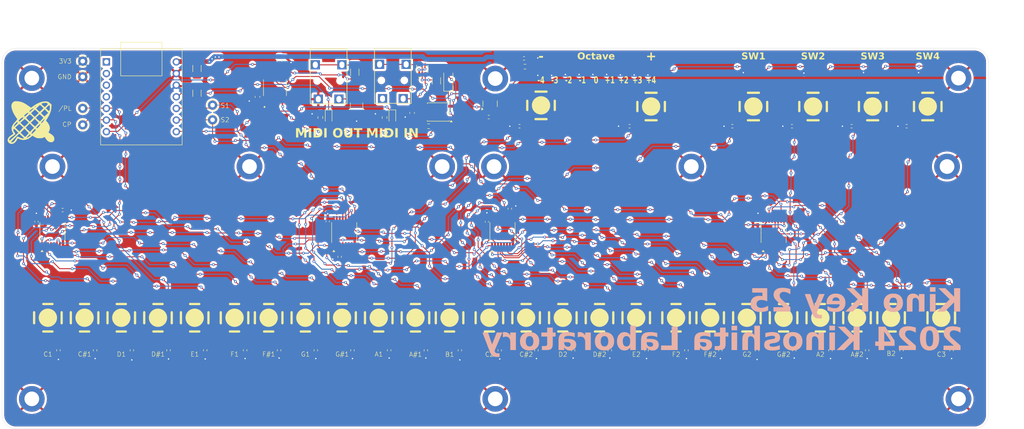
<source format=kicad_pcb>
(kicad_pcb (version 20240108) (generator "pcbnew") (generator_version "8.0")
  (layers (0 "F.Cu" signal) (31 "B.Cu" signal) (34 "B.Paste" user) (35 "F.Paste" user) (36 "B.SilkS" user "B.Silkscreen") (37 "F.SilkS" user "F.Silkscreen") (38 "B.Mask" user) (39 "F.Mask" user) (44 "Edge.Cuts" user))
  (net 0 "")
  (net 1 "VCC")
  (net 2 "GND")
  (net 3 "NEOPIXEL Out")
  (net 4 "Net-(D1-DO)")
  (net 5 "Net-(D2-DO)")
  (net 6 "Net-(D3-DO)")
  (net 7 "Net-(D4-DO)")
  (net 8 "Net-(D5-DO)")
  (net 9 "Net-(D6-DO)")
  (net 10 "Net-(D7-DO)")
  (net 11 "Net-(D8-DO)")
  (net 12 "Net-(D10-DI)")
  (net 13 "Net-(D10-DO)")
  (net 14 "Net-(D11-DO)")
  (net 15 "Net-(D12-K)")
  (net 16 "A1")
  (net 17 "in_T")
  (net 19 "in_R")
  (net 20 "Net-(J2-PadR)")
  (net 21 "Net-(J2-PadT)")
  (net 22 "Net-(D13-DO)")
  (net 23 "Net-(LED2-A)")
  (net 24 "midi_in_led")
  (net 25 "midi_out_led")
  (net 26 "Net-(LED3-A)")
  (net 27 "KEY C1")
  (net 28 "KEY C#1")
  (net 29 "Net-(U1-DS)")
  (net 30 "KEY D1")
  (net 31 "KEY D#1")
  (net 32 "KEY E1")
  (net 33 "Net-(U2-D4)")
  (net 34 "KEY F1")
  (net 35 "KEY F#1")
  (net 36 "KEY G1")
  (net 37 "KEY G#1")
  (net 38 "KEY A1")
  (net 39 "Net-(U4-DS)")
  (net 40 "KEY A#1")
  (net 41 "KEY B1")
  (net 42 "KEY C2")
  (net 43 "KEY C#2")
  (net 44 "KEY D2")
  (net 45 "KEY D#2")
  (net 46 "KEY E2")
  (net 47 "KEY F2")
  (net 48 "KEY F#2")
  (net 49 "SW OCT -")
  (net 50 "KEY G2")
  (net 51 "KEY G#2")
  (net 52 "SW OCT +")
  (net 53 "KEY A2")
  (net 54 "SW3")
  (net 55 "KEY A#2")
  (net 56 "SW4")
  (net 57 "KEY B2")
  (net 58 "KEY C3")
  (net 59 "C1")
  (net 60 "midi_out_buffered")
  (net 61 "midi_in")
  (net 62 "UART1 TX")
  (net 63 "~{PL}")
  (net 64 "CP")
  (net 65 "SerialOut1")
  (net 66 "SerialOut2")
  (net 67 "Net-(U1-Q7)")
  (net 72 "UART1 RX")
  (net 76 "Net-(U4-Q7)")
  (net 83 "SW1")
  (net 84 "SW2")
  (net 85 "VBUS")
  (net 86 "NEOPIXEL Out 5V")
  (net 87 "Net-(Q1-D)")
  (net 88 "Net-(Q1-S)")
  (footprint "Resistor_SMD:R_0402_1005Metric_Pad0.72x0.64mm_HandSolder" (layer "F.Cu") (at 186 141.6 90)
    (property "Reference" "R20" (hide yes))
    (property "Value" "10k")
  )
  (footprint "TestPoint:TestPoint_THTPad_D2.0mm_Drill1.0mm" (layer "F.Cu") (at 39 78.5)
    (property "Reference" "TP2" (hide yes))
    (property "Value" "TestPoint")
  )
  (footprint "my_footprint:SW_Tactile_6mm_x_6mm_Futsuuno_SMD" (layer "F.Cu") (at 138.9 88.15)
    (property "Reference" "SW26" (hide yes))
    (property "Value" "SW_SPST")
  )
  (footprint "Package_TO_SOT_SMD:SOT-23" (layer "F.Cu") (at 127.8 87.8 90)
    (property "Reference" "Q1" (hide yes))
    (property "Value" "BSS138")
  )
  (footprint "Resistor_SMD:R_0402_1005Metric_Pad0.72x0.64mm_HandSolder" (layer "F.Cu") (at 137.9 141.6 90)
    (property "Reference" "R14" (hide yes))
    (property "Value" "10k")
  )
  (footprint "MountingHole:MountingHole_3.2mm_M3_DIN965_Pad" (layer "F.Cu") (at 117.353 101.5)
    (property "Reference" "H9" (hide yes))
    (property "Value" "MountingHole_Pad")
  )
  (footprint "my_footprint:SW_Tactile_6mm_x_6mm_Futsuuno_SMD" (layer "F.Cu") (at 79.528 134.5 90)
    (property "Reference" "SW7" (hide yes))
    (property "Value" "SW_SPST")
  )
  (footprint "Resistor_SMD:R_0402_1005Metric_Pad0.72x0.64mm_HandSolder" (layer "F.Cu") (at 145.9 141.6 90)
    (property "Reference" "R15" (hide yes))
    (property "Value" "10k")
  )
  (footprint "my_footprint:SW_Tactile_6mm_x_6mm_Futsuuno_SMD" (layer "F.Cu") (at 151.65 134.5 90)
    (property "Reference" "SW16" (hide yes))
    (property "Value" "SW_SPST")
  )
  (footprint "Resistor_SMD:R_0402_1005Metric_Pad0.72x0.64mm_HandSolder" (layer "F.Cu") (at 49.7 141.6 90)
    (property "Reference" "R3" (hide yes))
    (property "Value" "10k")
  )
  (footprint "Package_SO:TSSOP-16_4.4x5mm_P0.65mm" (layer "F.Cu") (at 189.6 115.9 90)
    (property "Reference" "U5" (hide yes))
    (property "Value" "74HC165")
  )
  (footprint "Capacitor_SMD:C_0402_1005Metric_Pad0.74x0.62mm_HandSolder" (layer "F.Cu") (at 92.4 113.4875 -90)
    (property "Reference" "C3" (hide yes))
    (property "Value" "0.1u")
  )
  (footprint "my_footprint:SW_Tactile_6mm_x_6mm_Futsuuno_SMD" (layer "F.Cu") (at 39.403 134.5 90)
    (property "Reference" "SW2" (hide yes))
    (property "Value" "SW_SPST")
  )
  (footprint "my_footprint:SW_Tactile_6mm_x_6mm_Futsuuno_SMD" (layer "F.Cu") (at 103.528 134.5 90)
    (property "Reference" "SW10" (hide yes))
    (property "Value" "SW_SPST")
  )
  (footprint "my_footprint:LED_NeoPixel_XL-1615RGBC-WS2812B" (layer "F.Cu") (at 144.9 80.075 180)
    (property "Reference" "D3" (hide yes))
    (property "Value" "LED_NeoPixel_XL-1615RGBC-WS2812B")
  )
  (footprint "Capacitor_SMD:C_0402_1005Metric_Pad0.74x0.62mm_HandSolder" (layer "F.Cu") (at 127.1 113.5675 -90)
    (property "Reference" "C4" (hide yes))
    (property "Value" "0.1u")
  )
  (footprint "my_footprint:SW_Tactile_6mm_x_6mm_Futsuuno_SMD" (layer "F.Cu") (at 185.2 88.4)
    (property "Reference" "SW28" (hide yes))
    (property "Value" "SW_SPST")
  )
  (footprint "Resistor_SMD:R_1206_3216Metric_Pad1.30x1.75mm_HandSolder" (layer "F.Cu") (at 98.3 80.9 -90)
    (property "Reference" "R37" (hide yes))
    (property "Value" "10 0.25W")
  )
  (footprint "my_footprint:SOP65P640X120-16N" (layer "F.Cu") (at 80.9 84.3 90)
    (property "Reference" "U8" (hide yes))
    (property "Value" "CD74HC4050PWR/74HC4050PW")
  )
  (footprint "Resistor_SMD:R_0402_1005Metric_Pad0.72x0.64mm_HandSolder" (layer "F.Cu") (at 161.9 141.6 90)
    (property "Reference" "R17" (hide yes))
    (property "Value" "10k")
  )
  (footprint "MountingHole:MountingHole_3.2mm_M3_DIN965_Pad" (layer "F.Cu") (at 227.403 101.5)
    (property "Reference" "H12" (hide yes))
    (property "Value" "MountingHole_Pad")
  )
  (footprint "Package_SO:TSSOP-16_4.4x5mm_P0.65mm" (layer "F.Cu") (at 32.4 115.9 90)
    (property "Reference" "U1" (hide yes))
    (property "Value" "74HC165")
  )
  (footprint "Capacitor_SMD:C_0402_1005Metric_Pad0.74x0.62mm_HandSolder" (layer "F.Cu") (at 186.1375 113.675 -90)
    (property "Reference" "C5" (hide yes))
    (property "Value" "0.1u")
  )
  (footprint "Package_SO:TSSOP-16_4.4x5mm_P0.65mm" (layer "F.Cu") (at 96 115.9 90)
    (property "Reference" "U2" (hide yes))
    (property "Value" "74HC165")
  )
  (footprint "MountingHole:MountingHole_3.2mm_M3_DIN965_Pad" (layer "F.Cu") (at 27.9 152.2)
    (property "Reference" "H1" (hide yes))
    (property "Value" "MountingHole_Pad")
  )
  (footprint "Package_SO:SO-5_4.4x3.6mm_P1.27mm" (layer "F.Cu") (at 116.5 89.6 180)
    (property "Reference" "U7" (hide yes))
    (property "Value" "TLP2361_TPL_E")
  )
  (footprint "Package_SO:TSSOP-16_4.4x5mm_P0.65mm" (layer "F.Cu") (at 130.5 115.9 90)
    (property "Reference" "U4" (hide yes))
    (property "Value" "74HC165")
  )
  (footprint "my_footprint:SW_Tactile_6mm_x_6mm_Futsuuno_SMD" (layer "F.Cu") (at 111.528 134.5 90)
    (property "Reference" "SW11" (hide yes))
    (property "Value" "SW_SPST")
  )
  (footprint "Resistor_SMD:R_0402_1005Metric_Pad0.72x0.64mm_HandSolder" (layer "F.Cu") (at 41.7 141.6 90)
    (property "Reference" "R2" (hide yes))
    (property "Value" "10k")
  )
  (footprint "Resistor_SMD:R_0402_1005Metric_Pad0.72x0.64mm_HandSolder" (layer "F.Cu") (at 206.6 92.7)
    (property "Reference" "R30" (hide yes))
    (property "Value" "10k")
  )
  (footprint "Resistor_SMD:R_1206_3216Metric_Pad1.30x1.75mm_HandSolder" (layer "F.Cu") (at 116.1 82.8 90)
    (property "Reference" "R36" (hide yes))
    (property "Value" "220")
  )
  (footprint "my_footprint:SW_Tactile_6mm_x_6mm_Futsuuno_SMD" (layer "F.Cu") (at 191.775 134.5 90)
    (property "Reference" "SW21" (hide yes))
    (property "Value" "SW_SPST")
  )
  (footprint "Resistor_SMD:R_0603_1608Metric" (layer "F.Cu") (at 81.9 78.375 90)
    (property "Reference" "R42" (hide yes))
    (property "Value" "1k")
  )
  (footprint "Resistor_SMD:R_0402_1005Metric_Pad0.72x0.64mm_HandSolder" (layer "F.Cu") (at 153.9 141.6 90)
    (property "Reference" "R16" (hide yes))
    (property "Value" "10k")
  )
  (footprint "my_footprint:SW_Tactile_6mm_x_6mm_Futsuuno_SMD" (layer "F.Cu") (at 215.2125 134.5 90)
    (property "Reference" "SW24" (hide yes))
    (property "Value" "SW_SPST")
  )
  (footprint "Resistor_SMD:R_0402_1005Metric_Pad0.72x0.64mm_HandSolder" (layer "F.Cu") (at 218.6 92.7)
    (property "Reference" "R31" (hide yes))
    (property "Value" "10k")
  )
  (footprint "Resistor_SMD:R_0402_1005Metric_Pad0.72x0.64mm_HandSolder" (layer "F.Cu") (at 97.8 141.6 90)
    (property "Reference" "R9" (hide yes))
    (property "Value" "10k")
  )
  (footprint "my_footprint:SW_Tactile_6mm_x_6mm_Futsuuno_SMD" (layer "F.Cu") (at 118.9655 134.5 90)
    (property "Reference" "SW12" (hide yes))
    (property "Value" "SW_SPST")
  )
  (footprint "Resistor_SMD:R_0402_1005Metric_Pad0.72x0.64mm_HandSolder" (layer "F.Cu") (at 180.6 92.7)
    (property "Reference" "R28" (hide yes))
    (property "Value" "10k")
  )
  (footprint "Resistor_SMD:R_0402_1005Metric_Pad0.72x0.64mm_HandSolder" (layer "F.Cu") (at 132.1 110.7025 -90)
    (property "Reference" "R34" (hide yes))
    (property "Value" "10k")
  )
  (footprint "Resistor_SMD:R_0603_1608Metric" (layer "F.Cu") (at 90.8 90.8 -90)
    (property "Reference" "R41" (hide yes))
    (property "Value" "1k")
  )
  (footprint "TestPoint:TestPoint_THTPad_D2.0mm_Drill1.0mm" (layer "F.Cu") (at 39 81.9)
    (property "Reference" "TP1" (hide yes))
    (property "Value" "TestPoint")
  )
  (footprint "my_footprint:LED_NeoPixel_XL-1615RGBC-WS2812B" (layer "F.Cu") (at 159.9 80.1 180)
    (property "Reference" "D8" (hide yes))
    (property "Value" "LED_NeoPixel_XL-1615RGBC-WS2812B")
  )
  (footprint "my_footprint:LED_NeoPixel_XL-1615RGBC-WS2812B" (layer "F.Cu") (at 147.9 80.075 180)
    (property "Reference" "D4" (hide yes))
    (property "Value" "LED_NeoPixel_XL-1615RGBC-WS2812B")
  )
  (footprint "LED_SMD:LED_0603_1608Metric_Pad1.05x0.95mm_HandSolder" (layer "F.Cu") (at 106.5 90.8 -90)
    (property "Reference" "LED2" (hide yes))
    (property "Value" "19-213/Y2C-CQ2R2L/3T(CY)")
  )
  (footprint "my_footprint:SW_Tactile_6mm_x_6mm_Futsuuno_SMD" (layer "F.Cu") (at 127.65 134.5 90)
    (property "Reference" "SW13" (hide yes))
    (property "Value" "SW_SPST")
  )
  (footprint "Resistor_SMD:R_0402_1005Metric_Pad0.72x0.64mm_HandSolder" (layer "F.Cu") (at 33.7 141.6 90)
    (property "Reference" "R1" (hide yes))
    (property "Value" "10k")
  )
  (footprint "my_footprint:SW_Tactile_6mm_x_6mm_Futsuuno_SMD" (layer "F.Cu") (at 159.65 134.5 90)
    (property "Reference" "SW17" (hide yes))
    (property "Value" "SW_SPST")
  )
  (footprint "my_footprint:kinoshita-logo_simplified_300dpi" (layer "F.Cu") (at 27.7 91.9)
    (property "Reference" "G***" (hide yes))
    (property "Value" "LOGO" (hide yes))
  )
  (footprint "Resistor_SMD:R_0402_1005Metric_Pad0.72x0.64mm_HandSolder" (layer "F.Cu") (at 178 141.6 90)
    (property "Reference" "R19" (hide yes))
    (property "Value" "10k")
  )
  (footprint "my_footprint:SW_Tactile_6mm_x_6mm_Futsuuno_SMD" (layer "F.Cu") (at 55.403 134.5 90)
    (property "Reference" "SW4" (hide yes))
    (property "Value" "SW_SPST")
  )
  (footprint "my_footprint:SW_Tactile_6mm_x_6mm_Futsuuno_SMD" (layer "F.Cu") (at 63.403 134.5 90)
    (property "Reference" "SW5" (hide yes))
    (property "Value" "SW_SPST")
  )
  (footprint "Resistor_SMD:R_0402_1005Metric_Pad0.72x0.64mm_HandSolder" (layer "F.Cu") (at 74.4 141.6 90)
    (property "Reference" "R6" (hide yes))
    (property "Value" "10k")
  )
  (footprint "my_footprint:LED_NeoPixel_XL-1615RGBC-WS2812B" (layer "F.Cu") (at 162.9 80.1 180)
    (property "Reference" "D9" (hide yes))
    (property "Value" "LED_NeoPixel_XL-1615RGBC-WS2812B")
  )
  (footprint "Resistor_SMD:R_0402_1005Metric_Pad0.72x0.64mm_HandSolder" (layer "F.Cu") (at 228.4 141.6 90)
    (property "Reference" "R25" (hide yes))
    (property "Value" "10k")
  )
  (footprint "Resistor_SMD:R_0402_1005Metric_Pad0.72x0.64mm_HandSolder" (layer "F.Cu") (at 202 141.6 90)
    (property "Reference" "R22" (hide yes))
    (property "Value" "10k")
  )
  (footprint "MountingHole:MountingHole_3.2mm_M3_DIN965_Pad" (layer "F.Cu") (at 171.653 101.5)
    (property "Reference" "H11" (hide yes))
    (property "Value" "MountingHole_Pad")
  )
  (footprint "my_footprint:LED_NeoPixel_XL-1615RGBC-WS2812B" (layer "F.Cu") (at 141.9 80.075 180)
    (property "Reference" "D2" (hide yes))
    (property "Value" "LED_NeoPixel_XL-1615RGBC-WS2812B")
  )
  (footprint "my_footprint:LED_NeoPixel_XL-1615RGBC-WS2812B" (layer "F.Cu") (at 150.9 80.1 180)
    (property "Reference" "D5" (hide yes))
    (property "Value" "LED_NeoPixel_XL-1615RGBC-WS2812B")
  )
  (footprint "TestPoint:TestPoint_THTPad_D2.0mm_Drill1.0mm" (layer "F.Cu") (at 67.3 88.1)
    (property "Reference" "TP5" (hide yes))
    (property "Value" "TestPoint")
  )
  (footprint "Resistor_SMD:R_0402_1005Metric_Pad0.72x0.64mm_HandSolder" (layer "F.Cu") (at 65.7 141.6 90)
    (property "Reference" "R5" (hide yes))
    (property "Value" "10k")
  )
  (footprint "Resistor_SMD:R_0402_1005Metric_Pad0.72x0.64mm_HandSolder" (layer "F.Cu") (at 134.205 92.7)
    (property "Reference" "R26" (hide yes))
    (property "Value" "10k")
  )
  (footprint "MountingHole:MountingHole_3.2mm_M3_DIN965_Pad" (layer "F.Cu") (at 128.925 82.3)
    (property "Reference" "H5" (hide yes))
    (property "Value" "MountingHole_Pad")
  )
  (footprint "others:Seeduino_Xiao_RP2040_MOUDLE14P-2.54-21X17.8MM" (layer "F.Cu") (at 51.78 86.28 90)
    (property "Reference" "U3" (hide yes))
    (property "Value" "MOUDLE-SEEEDUINO-XIAO")
  )
  (footprint "Resistor_SMD:R_0603_1608Metric" (layer "F.Cu") (at 135.4 79.7)
    (property "Reference" "R44" (hide yes))
    (property "Value" "470")
  )
  (footprint "MountingHole:MountingHole_3.2mm_M3_DIN965_Pad" (layer "F.Cu") (at 229.9 82.2)
    (property "Reference" "H4" (hide yes))
    (property "Value" "MountingHole_Pad")
  )
  (footprint "Resistor_SMD:R_1210_3225Metric_Pad1.30x2.65mm_HandSolder" (layer "F.Cu") (at 98.7 88.3 -90)
    (property "Reference" "R39" (hide yes))
    (property "Value" "33 0.5W")
  )
  (footprint "Resistor_SMD:R_0402_1005Metric_Pad0.72x0.64mm_HandSolder" (layer "F.Cu") (at 81.8 141.6 90)
    (property "Reference" "R7" (hide yes))
    (property "Value" "10k")
  )
  (footprint "Resistor_SMD:R_0402_1005Metric_Pad0.72x0.64mm_HandSolder" (layer "F.Cu") (at 95 121.1875 -90)
    (property "Reference" "R33" (hide yes))
    (property "Value" "10k")
  )
  (footprint "my_footprint:SW_Tactile_6mm_x_6mm_Futsuuno_SMD" (layer "F.Cu") (at 143.65 134.5 90)
    (property "Reference" "SW15" (hide yes))
    (property "Value" "SW_SPST")
  )
  (footprint "my_footprint:SW_Tactile_6mm_x_6mm_Futsuuno_SMD" (layer "F.Cu") (at 87.528 134.5 90)
    (property "Reference" "SW8" (hide yes))
    (property "Value" "SW_SPST")
  )
  (footprint "MountingHole:MountingHole_3.2mm_M3_DIN965_Pad" (layer "F.Cu") (at 32.403 101.5)
    (property "Reference" "H7" (hide yes))
    (property "Value" "MountingHole_Pad")
  )
  (footprint "Resistor_SMD:R_0402_1005Metric_Pad0.72x0.64mm_HandSolder" (layer "F.Cu") (at 34.615 111 180)
    (property "Reference" "R32" (hide yes))
    (property "Value" "10k")
  )
  (footprint "Resistor_SMD:R_0402_1005Metric_Pad0.72x0.64mm_HandSolder" (layer "F.Cu") (at 193.5975 92.7)
    (property "Reference" "R29" (hide yes))
    (property "Value" "10k")
  )
  (footprint "Resistor_SMD:R_0402_1005Metric_Pad0.72x0.64mm_HandSolder" (layer "F.Cu") (at 89.8 141.6 90)
    (property "Reference" "R8" (hide yes))
    (property "Value" "10k")
  )
  (footprint "Capacitor_SMD:C_0603_1608Metric_Pad1.08x0.95mm_HandSolder" (layer "F.Cu") (at 77.1 86.3 90)
    (property "Reference" "C7" (hide yes))
    (property "Value" "0.1u")
  )
  (footprint "MountingHole:MountingHole_3.2mm_M3_DIN965_Pad" (layer "F.Cu") (at 27.9 82.2)
    (property "Reference" "H3" (hide yes))
    (property "Value" "MountingHole_Pad")
  )
  (footprint "my_footprint:SW_Tactile_6mm_x_6mm_Futsuuno_SMD" (layer "F.Cu") (at 183.775 134.5 90)
    (property "Reference" "SW20" (hide yes))
    (property "Value" "SW_SPST")
  )
  (footprint "MountingHole:MountingHole_3.2mm_M3_DIN965_Pad" (layer "F.Cu") (at 75.353 101.5)
    (property "Reference" "H8" (hide yes))
    (property "Value" "MountingHole_Pad")
  )
  (footprint "Resistor_SMD:R_0402_1005Metric_Pad0.72x0.64mm_HandSolder" (layer "F.Cu") (at 170.6 141.6 90)
    (property "Reference" "R18" (hide yes))
    (property "Value" "10k")
  )
  (footprint "my_footprint:SW_Tactile_6mm_x_6mm_Futsuuno_SMD" (layer "F.Cu") (at 199.775 134.5 90)
    (property "Reference" "SW22" (hide yes))
    (property "Value" "SW_SPST")
  )
  (footprint "my_footprint:SW_Tactile_6mm_x_6mm_Futsuuno_SMD" (layer "F.Cu") (at 31.403 134.5 90)
    (property "Reference" "SW1" (hide yes))
    (property "Value" "SW_SPST")
  )
  (footprint "Resistor_SMD:R_0402_1005Metric_Pad0.72x0.64mm_HandSolder" (layer "F.Cu") (at 105.8 141.6 90)
    (property "Reference" "R10" (hide yes))
    (property "Value" "10k")
  )
  (footprint "Capacitor_SMD:C_1206_3216Metric_Pad1.33x1.80mm_HandSolder" (layer "F.Cu") (at 63.9 80.1 -90)
    (property "Reference" "C8" (hide yes))
    (property "Value" "100u")
  )
  (footprint "Resistor_SMD:R_0402_1005Metric_Pad0.72x0.64mm_HandSolder" (layer "F.Cu") (at 121.2 141.6 90)
    (property "Reference" "R12" (hide yes))
    (property "Value" "10k")
  )
  (footprint "Resistor_SMD:R_0402_1005Metric_Pad0.72x0.64mm_HandSolder" (layer "F.Cu") (at 127.5 90.7)
    (property "Reference" "R35" (hide yes))
    (property "Value" "10k")
  )
  (footprint "my_footprint:LED_NeoPixel_XL-1615RGBC-WS2812B" (layer "F.Cu") (at 223.2 80.1 180)
    (property "Reference" "D14" (hide yes))
    (property "Value" "LED_NeoPixel_XL-1615RGBC-WS2812B")
  )
  (footprint "TestPoint:TestPoint_THTPad_D2.0mm_Drill1.0mm" (layer "F.Cu") (at 39 92.4)
    (property "Reference" "TP4" (hide yes))
    (property "Value" "TestPoint")
  )
  (footprint "my_footprint:SW_Tactile_6mm_x_6mm_Futsuuno_SMD" (layer "F.Cu") (at 198.2 88.4)
    (property "Reference" "SW29" (hide yes))
    (property "Value" "SW_SPST")
  )
  (footprint "my_footprint:LED_NeoPixel_XL-1615RGBC-WS2812B" (layer "F.Cu") (at 198.2 80.1 180)
    (property "Reference" "D11" (hide yes))
    (property "Value" "LED_NeoPixel_XL-1615RGBC-WS2812B")
  )
  (footprint "my_footprint:SW_Tactile_6mm_x_6mm_Futsuuno_SMD" (layer "F.Cu") (at 207.775 134.5 90)
    (property "Reference" "SW23" (hide yes))
    (property "Value" "SW_SPST")
  )
  (footprint "my_footprint:LED_NeoPixel_XL-1615RGBC-WS2812B" (layer "F.Cu") (at 153.9 80.1 180)
    (property "Reference" "D6" (hide yes))
    (property "Value" "LED_NeoPixel_XL-1615RGBC-WS2812B")
  )
  (footprint "ultra_librarian:SOT-363_DIO" (layer "F.Cu") (at 113 80.2 90)
    (property "Reference" "U6" (hide yes))
    (property "Value" "BAS40DW-04-7-F")
  )
  (footprint "Resistor_SMD:R_0402_1005Metric_Pad0.72x0.64mm_HandSolder" (layer "F.Cu") (at 57.7 141.6 90)
    (property "Reference" "R4" (hide yes))
    (property "Value" "10k")
  )
  (footprint "my_footprint:LED_NeoPixel_XL-1615RGBC-WS2812B" (layer "F.Cu") (at 211.2 80.1 180)
    (property "Reference" "D13" (hide yes))
    (property "Value" "LED_NeoPixel_XL-1615RGBC-WS2812B")
  )
  (footprint "my_footprint:SW_Tactile_6mm_x_6mm_Futsuuno_SMD" (layer "F.Cu") (at 211.2 88.4)
    (property "Reference" "SW30" (hide yes))
    (property "Value" "SW_SPST")
  )
  (footprint "my_footprint:LED_NeoPixel_XL-1615RGBC-WS2812B" (layer "F.Cu") (at 156.9 80.1 180)
    (property "Reference" "D7" (hide yes))
    (property "Value" "LED_NeoPixel_XL-1615RGBC-WS2812B")
  )
  (footprint "my_footprint:LED_NeoPixel_XL-1615RGBC-WS2812B" (layer "F.Cu") (at 185.2 80.1 180)
    (property "Reference" "D10" (hide yes))
    (property "Value" "LED_NeoPixel_XL-1615RGBC-WS2812B")
  )
  (footprint "MountingHole:MountingHole_3.2mm_M3_DIN965_Pad" (layer "F.Cu") (at 229.9 152.2)
    (property "Reference" "H2" (hide yes))
    (property "Value" "MountingHole_Pad")
  )
  (footprint "Resistor_SMD:R_0603_1608Metric" (layer "F.Cu") (at 104.8 90.8 -90)
    (property "Reference" "R38" (hide yes))
    (property "Value" "1k")
  )
  (footprint "my_footprint:SW_Tactile_6mm_x_6mm_Futsuuno_SMD" (layer "F.Cu") (at 95.528 134.5 90)
    (property "Reference" "SW9" (hide yes))
    (property "Value" "SW_SPST")
  )
  (footprint "Resistor_SMD:R_0402_1005Metric_Pad0.72x0.64mm_HandSolder" (layer "F.Cu") (at 129.9 141.6 90)
    (property "Reference" "R13" (hide yes))
    (property "Value" "10k")
  )
  (footprint "Resistor_SMD:R_0402_1005Metric_Pad0.72x0.64mm_HandSolder" (layer "F.Cu") (at 158.2025 92.7)
    (property "Reference" "R27" (hide yes))
    (property "Value" "10k")
  )
  (footprint "my_footprint:LED_NeoPixel_XL-1615RGBC-WS2812B" (layer "F.Cu") (at 138.9 80.075 180)
    (property "Reference" "D1" (hide yes))
    (property "Value" "LED_NeoPixel_XL-1615RGBC-WS2812B")
  )
  (footprint "TestPoint:TestPoint_THTPad_D2.0mm_Drill1.0mm" (layer "F.Cu") (at 67.3 91.3)
    (property "Reference" "TP6" (hide yes))
    (property "Value" "TestPoint")
  )
  (footprint "my_footprint:3.5mm_Stereo_TRS_PJ-3210-4A_and_ST-005-G" (layer "F.Cu") (at 92.6 75.8 -90)
    (property "Reference" "J2" (hide yes))
    (property "Value" "AudioJack3")
  )
  (footprint "my_footprint:SW_Tactile_6mm_x_6mm_Futsuuno_SMD" (layer "F.Cu") (at 168.3375 134.5 90)
    (property "Reference" "SW18" (hide yes))
    (property "Value" "SW_SPST")
  )
  (footprint "my_footprint:SW_Tactile_6mm_x_6mm_Futsuuno_SMD" (layer "F.Cu") (at 162.9 88.4)
    (property "Reference" "SW27" (hide yes))
    (property "Value" "SW_SPST")
  )
  (footprint "Diode_SMD:D_SOD-123" (layer "F.Cu") (at 118.7 82.7 90)
    (property "Reference" "D12" (hide yes))
    (property "Value" "SM4007PL")
  )
  (footprint "my_footprint:3.5mm_Stereo_TRS_PJ-3210-4A_and_ST-005-G" (layer "F.Cu") (at 106.6 75.7 -90)
    (property "Reference" "J1" (hide yes))
    (property "Value" "AudioJack3")
  )
  (footprint "MountingHole:MountingHole_3.2mm_M3_DIN965_Pad" (layer "F.Cu") (at 128.925 152.2)
    (property "Reference" "H6" (hide yes))
    (property "Value" "MountingHole_Pad")
  )
  (footprint "MountingHole:MountingHole_3.2mm_M3_DIN965_Pad" (layer "F.Cu") (at 128.65 101.5)
    (property "Reference" "H10" (hide yes))
    (property "Value" "MountingHole_Pad")
  )
  (footprint "Resistor_SMD:R_0402_1005Metric_Pad0.72x0.64mm_HandSolder" (layer "F.Cu") (at 135.2 77.9 180)
    (property "Reference" "R43" (hide yes))
    (property "Value" "10k")
  )
  (footprint "Resistor_SMD:R_0402_1005Metric_Pad0.72x0.64mm_HandSolder" (layer "F.Cu") (at 194.1 141.6 90)
    (property "Reference" "R21" (hide yes))
    (property "Value" "10k")
  )
  (footprint "Resistor_SMD:R_0402_1005Metric_Pad0.72x0.64mm_HandSolder" (layer "F.Cu") (at 113.8 141.6 90)
    (property "Reference" "R11" (hide yes))
    (property "Value" "10k")
  )
  (footprint "my_footprint:SW_Tactile_6mm_x_6mm_Futsuuno_SMD" (layer "F.Cu") (at 47.403 134.5 90)
    (property "Reference" "SW3" (hide yes))
    (property "Value" "SW_SPST")
  )
  (footprint "my_footprint:SW_Tactile_6mm_x_6mm_Futsuuno_SMD" (layer "F.Cu") (at 72.0905 134.5 90)
    (property "Reference" "SW6" (hide yes))
    (property "Value" "SW_SPST")
  )
  (footprint "my_footprint:SW_Tactile_6mm_x_6mm_Futsuuno_SMD" (layer "F.Cu") (at 175.775 134.5 90)
    (property "Reference" "SW19" (hide yes))
    (property "Value" "SW_SPST")
  )
  (footprint "Capacitor_SMD:C_0603_1608Metric_Pad1.08x0.95mm_HandSolder" (layer "F.Cu") (at 110.8 89.8 90)
    (property "Reference" "C6" (hide yes))
    (property "Value" "0.1u")
  )
  (footprint "my_footprint:SW_Tactile_6mm_x_6mm_Futsuuno_SMD" (layer "F.Cu") (at 135.65 134.5 90)
    (property "Reference" "SW14" (hide yes))
    (property "Value" "SW_SPST")
  )
  (footprint "Resistor_SMD:R_0402_1005Metric_Pad0.72x0.64mm_HandSolder" (layer "F.Cu") (at 217.5 141.6 90)
    (property "Reference" "R24" (hide yes))
    (property "Value" "10k")
  )
  (footprint "Resistor_SMD:R_0402_1005Metric_Pad0.72x0.64mm_HandSolder" (layer "F.Cu") (at 210 141.6 90)
    (property "Reference" "R23" (hide yes))
    (property "Value" "10k")
  )
  (footprint "my_footprint:SW_Tactile_6mm_x_6mm_Futsuuno_SMD" (layer "F.Cu") (at 223.2 88.4)
    (property "Reference" "SW31" (hide yes))
    (property "Value" "SW_SPST")
  )
  (footprint "TestPoint:TestPoint_THTPad_D2.0mm_Drill1.0mm" (layer "F.Cu") (at 39 88.8)
    (property "Reference" "TP3" (hide yes))
    (property "Value" "TestPoint")
  )
  (footprint "LED_SMD:LED_0603_1608Metric_Pad1.05x0.95mm_HandSolder" (layer "F.Cu") (at 92.6 90.8 -90)
    (property "Reference" "LED3" (hide yes))
    (property "Value" "19-217/GHC-YR1S2/3T")
  )
  (footprint "Resistor_SMD:R_0603_1608Metric" (layer "F.Cu") (at 114.4 92.7 180)
    (property "Reference" "R40" (hide yes))
    (property "Value" "1k")
  )
  (footprint "Capacitor_SMD:C_1206_3216Metric_Pad1.33x1.80mm_HandSolder" (layer "F.Cu") (at 63.9 85.5 -90)
    (property "Reference" "C1" (hide yes))
    (property "Value" "100u")
  )
  (footprint "Capacitor_SMD:C_0402_1005Metric_Pad0.74x0.62mm_HandSolder" (layer "F.Cu") (at 28.9125 113.5325 -90)
    (property "Reference" "C2" (hide yes))
    (property "Value" "0.1u")
  )
  (footprint "my_footprint:SW_Tactile_6mm_x_6mm_Futsuuno_SMD" (layer "F.Cu") (at 226.15 134.5 90)
    (property "Reference" "SW25" (hide yes))
    (property "Value" "SW_SPST")
  )
  (gr_line (start 21.4 155.7) (end 21.4 78.7) (stroke (width 0.05)) (layer "Edge.Cuts"))
  (gr_arc (start 233.4 75.7) (mid 235.52132 76.57868) (end 236.4 78.7) (stroke (width 0.05)) (layer "Edge.Cuts"))
  (gr_arc (start 21.4 78.7) (mid 22.27868 76.57868) (end 24.4 75.7) (stroke (width 0.05)) (layer "Edge.Cuts"))
  (gr_arc (start 236.4 155.7) (mid 235.52132 157.82132) (end 233.4 158.7) (stroke (width 0.05)) (layer "Edge.Cuts"))
  (gr_arc (start 24.4 158.7) (mid 22.27868 157.82132) (end 21.4 155.7) (stroke (width 0.05)) (layer "Edge.Cuts"))
  (gr_line (start 236.4 155.7) (end 236.4 78.7) (stroke (width 0.05)) (layer "Edge.Cuts"))
  (gr_line (start 24.4 158.7) (end 233.4 158.7) (stroke (width 0.05)) (layer "Edge.Cuts"))
  (gr_line (start 24.4 75.7) (end 233.4 75.7) (stroke (width 0.05)) (layer "Edge.Cuts"))
  (gr_text "Kino Key 25\n2024 Kinoshita Laboratory" (at 230.9 142.4 0) (layer "B.SilkS") (effects (font (size 5 5) (thickness 0.2) (bold yes)) (justify left bottom mirror)))
  (gr_text "/PL" (at 33.642857 89.4 0) (layer "F.SilkS") (effects (font (size 1 1) (thickness 0.1)) (justify left bottom)))
  (gr_text "D2" (at 142.62381 142.5 0) (layer "F.SilkS") (effects (font (size 1 1) (thickness 0.1)) (justify left)))
  (gr_text "-3" (at 141.9 83.6 0) (layer "F.SilkS") (effects (font (size 1.5 1) (thickness 0.2) (bold yes)) (justify bottom)))
  (gr_text "C1" (at 30.37681 143.0395 0) (layer "F.SilkS") (effects (font (size 1 1) (thickness 0.1)) (justify left bottom)))
  (gr_text "-2" (at 144.9 83.6 0) (layer "F.SilkS") (effects (font (size 1.5 1) (thickness 0.2) (bold yes)) (justify bottom)))
  (gr_text "F1" (at 71.135738 143.0395 0) (layer "F.SilkS") (effects (font (size 1 1) (thickness 0.1)) (justify left bottom)))
  (gr_text "MIDI IN" (at 106.5 95.5 0) (layer "F.SilkS") (effects (font (size 2 2) (thickness 0.2) (bold yes)) (justify bottom)))
  (gr_text "C3" (at 225.12381 142.5 0) (layer "F.SilkS") (effects (font (size 1 1) (thickness 0.1)) (justify left)))
  (gr_text "SW2" (at 198.2 78.382758 0) (layer "F.SilkS") (effects (font (size 1.5 1.5) (thickness 0.2) (bold yes)) (justify bottom)))
  (gr_text "S1" (at 69 88.8 0) (layer "F.SilkS") (effects (font (size 1 1) (thickness 0.1)) (justify left bottom)))
  (gr_text "C#2" (at 134.12381 142.5 0) (layer "F.SilkS") (effects (font (size 1 1) (thickness 0.1)) (justify left)))
  (gr_text "GND" (at 33.452381 82.5 0) (layer "F.SilkS") (effects (font (size 1 1) (thickness 0.1)) (justify left bottom)))
  (gr_text "E2" (at 158.671429 142.5 0) (layer "F.SilkS") (effects (font (size 1 1) (thickness 0.1)) (justify left)))
  (gr_text "SW3" (at 211.2 78.382758 0) (layer "F.SilkS") (effects (font (size 1.5 1.5) (thickness 0.2) (bold yes)) (justify bottom)))
  (gr_text "A1" (at 102.573238 143.0395 0) (layer "F.SilkS") (effects (font (size 1 1) (thickness 0.1)) (justify left bottom)))
  (gr_text "D1" (at 46.37681 143.0395 0) (layer "F.SilkS") (effects (font (size 1 1) (thickness 0.1)) (justify left bottom)))
  (gr_text "F2" (at 167.382738 142.5 0) (layer "F.SilkS") (effects (font (size 1 1) (thickness 0.1)) (justify left)))
  (gr_text "A2" (at 198.820238 142.5 0) (layer "F.SilkS") (effects (font (size 1 1) (thickness 0.1)) (justify left)))
  (gr_text "+4" (at 162.9 83.6 0) (layer "F.SilkS") (effects (font (size 1.5 1) (thickness 0.2) (bold yes)) (justify bottom)))
  (gr_text "G#2" (at 190.24881 142.5 0) (layer "F.SilkS") (effects (font (size 1 1) (thickness 0.1)) (justify left)))
  (gr_text "S2" (at 69 91.9 0) (layer "F.SilkS") (effects (font (size 1 1) (thickness 0.1)) (justify left bottom)))
  (gr_text "D#2" (at 150.12381 142.5 0) (layer "F.SilkS") (effects (font (size 1 1) (thickness 0.1)) (justify left)))
  (gr_text "+" (at 162.9 78.7 0) (layer "F.SilkS") (effects (font (size 2 2) (thickness 0.2) (bold yes)) (justify bottom)))
  (gr_text "F#1" (at 78.073238 143.0395 0) (layer "F.SilkS") (effects (font (size 1 1) (thickness 0.1)) (justify left bottom)))
  (gr_text "A#2" (at 206.320238 142.5 0) (layer "F.SilkS") (effects (font (size 1 1) (thickness 0.1)) (justify left)))
  (gr_text "+3" (at 159.9 83.6 0) (layer "F.SilkS") (effects (font (size 1.5 1) (thickness 0.2) (bold yes)) (justify bottom)))
  (gr_text "Octave" (at 150.9 78.382758 0) (layer "F.SilkS") (effects (font (size 1.5 1.5) (thickness 0.2) (bold yes)) (justify bottom)))
  (gr_text "-4" (at 138.9 83.6 0) (layer "F.SilkS") (effects (font (size 1.5 1) (thickness 0.2) (bold yes)) (justify bottom)))
  (gr_text "+2" (at 156.9 83.6 0) (layer "F.SilkS") (effects (font (size 1.5 1) (thickness 0.2) (bold yes)) (justify bottom)))
  (gr_text "3V3" (at 33.738095 79.1 0) (layer "F.SilkS") (effects (font (size 1 1) (thickness 0.1)) (justify left bottom)))
  (gr_text "F#2" (at 174.320238 142.5 0) (layer "F.SilkS") (effects (font (size 1 1) (thickness 0.1)) (justify left)))
  (gr_text "G1" (at 86.50181 143.0395 0) (layer "F.SilkS") (effects (font (size 1 1) (thickness 0.1)) (justify left bottom)))
  (gr_text "+1" (at 153.9 83.6 0) (layer "F.SilkS") (effects (font (size 1.5 1) (thickness 0.2) (bold yes)) (justify bottom)))
  (gr_text "CP" (at 34.5 92.9 0) (layer "F.SilkS") (effects (font (size 1 1) (thickness 0.1)) (justify left bottom)))
  (gr_text "SW4" (at 223.2 78.382758 0) (layer "F.SilkS") (effects (font (size 1.5 1.5) (thickness 0.2) (bold yes)) (justify bottom)))
  (gr_text "C2" (at 126.62381 142.5 0) (layer "F.SilkS") (effects (font (size 1 1) (thickness 0.1)) (justify left)))
  (gr_text "MIDI OUT" (at 92.6 95.5 0) (layer "F.SilkS") (effects (font (size 2 2) (thickness 0.2) (bold yes)) (justify bottom)))
  (gr_text "G2" (at 182.74881 142.5 0) (layer "F.SilkS") (effects (font (size 1 1) (thickness 0.1)) (justify left)))
  (gr_text "-" (at 138.9 78.7 0) (layer "F.SilkS") (effects (font (size 2 2) (thickness 0.2) (bold yes)) (justify bottom)))
  (gr_text "G#1" (at 94.00181 143.0395 0) (layer "F.SilkS") (effects (font (size 1 1) (thickness 0.1)) (justify left bottom)))
  (gr_text "SW1" (at 185.2 78.382758 0) (layer "F.SilkS") (effects (font (size 1.5 1.5) (thickness 0.2) (bold yes)) (justify bottom)))
  (gr_text "D#1" (at 53.87681 143.0395 0) (layer "F.SilkS") (effects (font (size 1 1) (thickness 0.1)) (justify left bottom)))
  (gr_text "-1" (at 147.9 83.6 0) (layer "F.SilkS") (effects (font (size 1.5 1) (thickness 0.2) (bold yes)) (justify bottom)))
  (gr_text "0" (at 150.9 83.6 0) (layer "F.SilkS") (effects (font (size 1.5 1) (thickness 0.2) (bold yes)) (justify bottom)))
  (gr_text "E1" (at 62.424429 143.0395 0) (layer "F.SilkS") (effects (font (size 1 1) (thickness 0.1)) (justify left bottom)))
  (gr_text "C#1" (at 37.87681 143.0395 0) (layer "F.SilkS") (effects (font (size 1 1) (thickness 0.1)) (justify left bottom)))
  (gr_text "B2" (at 214.18631 142.3 0) (layer "F.SilkS") (effects (font (size 1 1) (thickness 0.1)) (justify left)))
  (gr_text "A#1" (at 110.073238 142.5 0) (layer "F.SilkS") (effects (font (size 1 1) (thickness 0.1)) (justify left)))
  (gr_text "B1" (at 117.93931 142.5 0) (layer "F.SilkS") (effects (font (size 1 1) (thickness 0.1)) (justify left)))
  (segment (start 170.6 142.1975) (end 170.6 143.4) (width 0.2) (layer "F.Cu") (net 1))
  (segment (start 89.8 142.1975) (end 89.8 143.4) (width 0.2) (layer "F.Cu") (net 1))
  (segment (start 132.1 110.105) (end 133.395 110.105) (width 0.5) (layer "F.Cu") (net 1))
  (segment (start 218.0025 92.7) (end 216.7 92.7) (width 0.5) (layer "F.Cu") (net 1))
  (segment (start 137.9 142.1975) (end 137.9 143.4) (width 0.2) (layer "F.Cu") (net 1))
  (segment (start 90.8 89.975) (end 89.025 89.975) (width 0.5) (layer "F.Cu") (net 1))
  (segment (start 113.8 142.1975) (end 113.8 143.3) (width 0.2) (layer "F.Cu") (net 1))
  (segment (start 186.1375 113.1075) (end 186.1375 111.7625) (width 0.5) (layer "F.Cu") (net 1))
  (segment (start 129.9 142.1975) (end 129.9 143.5) (width 0.2) (layer "F.Cu") (net 1))
  (segment (start 113.4875 92.7) (end 113.4875 91.0075) (width 0.5) (layer "F.Cu") (net 1))
  (segment (start 93.6075 112.92) (end 93.725 113.0375) (width 0.5) (layer "F.Cu") (net 1))
  (segment (start 92.4 112.92) (end 93.6075 112.92) (width 0.5) (layer "F.Cu") (net 1))
  (segment (start 157.605 92.7) (end 155.8 92.7) (width 0.2) (layer "F.Cu") (net 1))
  (segment (start 28.9125 111.7125) (end 28.9 111.7) (width 0.5) (layer "F.Cu") (net 1))
  (segment (start 228.4 142.1975) (end 228.4 143.4) (width 0.2) (layer "F.Cu") (net 1))
  (segment (start 109.3375 90.6625) (end 109.3 90.7) (width 0.5) (layer "F.Cu") (net 1))
  (segment (start 180.0025 92.7) (end 178.8 92.7) (width 0.5) (layer "F.Cu") (net 1))
  (segment (start 65.7 142.1975) (end 65.7 143.5) (width 0.2) (layer "F.Cu") (net 1))
  (segment (start 206.0025 92.7) (end 204.6 92.7) (width 0.5) (layer "F.Cu") (net 1))
  (segment (start 81.8 142.1975) (end 81.8 143.3) (width 0.2) (layer "F.Cu") (net 1))
  (segment (start 77.1 87.1625) (end 78.6125 87.1625) (width 0.5) (layer "F.Cu") (net 1))
  (segment (start 193 92.7) (end 191.6 92.7) (width 0.5) (layer "F.Cu") (net 1))
  (segment (start 113.4875 91.0075) (end 113.35 90.87) (width 0.5) (layer "F.Cu") (net 1))
  (segment (start 187.325 113.0375) (end 186.2075 113.0375) (width 0.5) (layer "F.Cu") (net 1))
  (segment (start 60.055 83.9375) (end 59.7825 83.665) (width 0.5) (layer "F.Cu") (net 1))
  (segment (start 161.9 142.1975) (end 161.9 143.4) (width 0.2) (layer "F.Cu") (net 1))
  (segment (start 210 142.1975) (end 210 143.4) (width 0.2) (layer "F.Cu") (net 1))
  (segment (start 30.0525 112.965) (end 30.125 113.0375) (width 0.5) (layer "F.Cu") (net 1))
  (segment (start 194.1 142.1975) (end 194.1 143.3) (width 0.2) (layer "F.Cu") (net 1))
  (segment (start 127.1 113) (end 127.1 111.6) (width 0.5) (layer "F.Cu") (net 1))
  (segment (start 145.9 142.1975) (end 145.9 143.3) (width 0.2) (layer "F.Cu") (net 1))
  (segment (start 63.9 83.9375) (end 60.055 83.9375) (width 0.5) (layer "F.Cu") (net 1))
  (segment (start 178 142.1975) (end 178 143.4) (width 0.2) (layer "F.Cu") (net 1))
  (segment (start 98.7 89.85) (end 98.7 91.6) (width 0.5) (layer "F.Cu") (net 1))
  (segment (start 186.1375 111.7625) (end 186.2 111.7) (width 0.5) (layer "F.Cu") (net 1))
  (segment (start 105.8 142.1975) (end 105.8 143.3) (width 0.2) (layer "F.Cu") (net 1))
  (segment (start 81.9 77.55) (end 83.15 77.55) (width 0.5) (layer "F.Cu") (net 1))
  (segment (start 153.9 142.1975) (end 153.9 143.3) (width 0.2) (layer "F.Cu") (net 1))
  (segment (start 77.1 87.1625) (end 75.3375 87.1625) (width 0.5) (layer "F.Cu") (net 1))
  (segment (start 133.395 110.105) (end 133.4 110.1) (width 0.5) (layer "F.Cu") (net 1))
  (segment (start 121.2 142.1975) (end 121.2 143.7) (width 0.2) (layer "F.Cu") (net 1))
  (segment (start 102.825 89.975) (end 102.8 90) (width 0.5) (layer "F.Cu") (net 1))
  (segment (start 41.7 142.1975) (end 41.7 143.4) (width 0.2) (layer "F.Cu") (net 1))
  (segment (start 78.6125 87.1625) (end 78.62 87.17) (width 0.5) (layer "F.Cu") (net 1))
  (segment (start 111.0075 90.87) (end 110.8 90.6625) (width 0.5) (layer "F.Cu") (net 1))
  (segment (start 113.35 90.87) (end 111.0075 90.87) (width 0.5) (layer "F.Cu") (net 1))
  (segment (start 217.5 142.1975) (end 217.5 143.3) (width 0.2) (layer "F.Cu") (net 1))
  (segment (start 186.2075 113.0375) (end 186.1375 113.1075) (width 0.5) (layer "F.Cu") (net 1))
  (segment (start 49.7 142.1975) (end 49.7 143.7) (width 0.2) (layer "F.Cu") (net 1))
  (segment (start 75.3375 87.1625) (end 75.3 87.2) (width 0.5) (layer "F.Cu") (net 1))
  (segment (start 92.4 112.92) (end 92.4 111.8) (width 0.5) (layer "F.Cu") (net 1))
  (segment (start 133.6075 92.7) (end 132.1 92.7) (width 0.2) (layer "F.Cu") (net 1))
  (segment (start 83.15 77.55) (end 84.4 78.8) (width 0.5) (layer "F.Cu") (net 1))
  (segment (start 202 142.1975) (end 202 143.4) (width 0.2) (layer "F.Cu") (net 1))
  (segment (start 97.8 142.1975) (end 97.8 143.4) (width 0.2) (layer "F.Cu") (net 1))
  (segment (start 104.8 89.975) (end 102.825 89.975) (width 0.5) (layer "F.Cu") (net 1))
  (segment (start 127.1375 113.0375) (end 127.1 113) (width 0.5) (layer "F.Cu") (net 1))
  (segment (start 28.9125 112.965) (end 28.9125 111.7125) (width 0.5) (layer "F.Cu") (net 1))
  (segment (start 93.585 121.785) (end 93.5 121.7) (width 0.5) (layer "F.Cu") (net 1))
  (segment (start 74.4 142.1975) (end 74.4 143.4) (width 0.2) (layer "F.Cu") (net 1))
  (segment (start 186 142.1975) (end 186 143.6) (width 0.2) (layer "F.Cu") (net 1))
  (segment (start 110.8 90.6625) (end 109.3375 90.6625) (width 0.5) (layer "F.Cu") (net 1))
  (segment (start 95 121.785) (end 93.585 121.785) (width 0.5) (layer "F.Cu") (net 1))
  (segment (start 33.7 142.1975) (end 33.7 143.6) (width 0.2) (layer "F.Cu") (net 1))
  (segment (start 89.025 89.975) (end 89 90) (width 0.5) (layer "F.Cu") (net 1))
  (segment (start 128.225 113.0375) (end 127.1375 113.0375) (width 0.5) (layer "F.Cu") (net 1))
  (segment (start 35.2125 111) (end 36.5 111) (width 0.5) (layer "F.Cu") (net 1))
  (segment (start 57.7 142.1975) (end 57.7 143.5) (width 0.2) (layer "F.Cu") (net 1))
  (segment (start 28.9125 112.965) (end 30.0525 112.965) (width 0.5) (layer "F.Cu") (net 1))
  (via (at 137.9 143.4) (size 0.6) (drill 0.3) (layers "F.Cu" "B.Cu") (net 1))
  (via (at 155.8 92.7) (size 0.6) (drill 0.3) (layers "F.Cu" "B.Cu") (net 1))
  (via (at 113.8 143.3) (size 0.6) (drill 0.3) (layers "F.Cu" "B.Cu") (net 1))
  (via (at 33.7 143.6) (size 0.6) (drill 0.3) (layers "F.Cu" "B.Cu") (net 1))
  (via (at 186 143.6) (size 0.6) (drill 0.3) (layers "F.Cu" "B.Cu") (net 1))
  (via (at 194.1 143.3) (size 0.6) (drill 0.3) (layers "F.Cu" "B.Cu") (net 1))
  (via (at 153.9 143.3) (size 0.6) (drill 0.3) (layers "F.Cu" "B.Cu") (net 1))
  (via (at 49.7 143.7) (size 0.6) (drill 0.3) (layers "F.Cu" "B.Cu") (net 1))
  (via (at 191.6 92.7) (size 0.6) (drill 0.3) (layers "F.Cu" "B.Cu") (net 1))
  (via (at 178.8 92.7) (size 0.6) (drill 0.3) (layers "F.Cu" "B.Cu") (net 1))
  (via (at 102.8 90) (size 0.6) (drill 0.3) (layers "F.Cu" "B.Cu") (net 1))
  (via (at 121.2 143.7) (size 0.6) (drill 0.3) (layers "F.Cu" "B.Cu") (net 1))
  (via (at 92.4 111.8) (size 0.6) (drill 0.3) (layers "F.Cu" "B.Cu") (net 1))
  (via (at 228.4 143.4) (size 0.6) (drill 0.3) (layers "F.Cu" "B.Cu") (net 1))
  (via (at 178 143.4) (size 0.6) (drill 0.3) (layers "F.Cu" "B.Cu") (net 1))
  (via (at 74.4 143.4) (size 0.6) (drill 0.3) (layers "F.Cu" "B.Cu") (net 1))
  (via (at 105.8 143.3) (size 0.6) (drill 0.3) (layers "F.Cu" "B.Cu") (net 1))
  (via (at 202 143.4) (size 0.6) (drill 0.3) (layers "F.Cu" "B.Cu") (net 1))
  (via (at 129.9 143.5) (size 0.6) (drill 0.3) (layers "F.Cu" "B.Cu") (net 1))
  (via (at 36.5 111) (size 0.6) (drill 0.3) (layers "F.Cu" "B.Cu") (net 1))
  (via (at 170.6 143.4) (size 0.6) (drill 0.3) (layers "F.Cu" "B.Cu") (net 1))
  (via (at 28.9 111.7) (size 0.6) (drill 0.3) (layers "F.Cu" "B.Cu") (net 1))
  (via (at 216.7 92.7) (size 0.6) (drill 0.3) (layers "F.Cu" "B.Cu") (net 1))
  (via (at 98.7 91.6) (size 0.6) (drill 0.3) (layers "F.Cu" "B.Cu") (net 1))
  (via (at 89 90) (size 0.6) (drill 0.3) (layers "F.Cu" "B.Cu") (net 1))
  (via (at 41.7 143.4) (size 0.6) (drill 0.3) (layers "F.Cu" "B.Cu") (net 1))
  (via (at 93.5 121.7) (size 0.6) (drill 0.3) (layers "F.Cu" "B.Cu") (net 1))
  (via (at 75.3 87.2) (size 0.6) (drill 0.3) (layers "F.Cu" "B.Cu") (net 1))
  (via (at 97.8 143.4) (size 0.6) (drill 0.3) (layers "F.Cu" "B.Cu") (net 1))
  (via (at 65.7 143.5) (size 0.6) (drill 0.3) (layers "F.Cu" "B.Cu") (net 1))
  (via (at 161.9 143.4) (size 0.6) (drill 0.3) (layers "F.Cu" "B.Cu") (net 1))
  (via (at 132.1 92.7) (size 0.6) (drill 0.3) (layers "F.Cu" "B.Cu") (net 1))
  (via (at 57.7 143.5) (size 0.6) (drill 0.3) (layers "F.Cu" "B.Cu") (net 1))
  (via (at 210 143.4) (size 0.6) (drill 0.3) (layers "F.Cu" "B.Cu") (net 1))
  (via (at 217.5 143.3) (size 0.6) (drill 0.3) (layers "F.Cu" "B.Cu") (net 1))
  (via (at 186.2 111.7) (size 0.6) (drill 0.3) (layers "F.Cu" "B.Cu") (net 1))
  (via (at 109.3 90.7) (size 0.6) (drill 0.3) (layers "F.Cu" "B.Cu") (net 1))
  (via (at 84.4 78.8) (size 0.6) (drill 0.3) (layers "F.Cu" "B.Cu") (net 1))
  (via (at 133.4 110.1) (size 0.6) (drill 0.3) (layers "F.Cu" "B.Cu") (net 1))
  (via (at 89.8 143.4) (size 0.6) (drill 0.3) (layers "F.Cu" "B.Cu") (net 1))
  (via (at 204.6 92.7) (size 0.6) (drill 0.3) (layers "F.Cu" "B.Cu") (net 1))
  (via (at 81.8 143.3) (size 0.6) (drill 0.3) (layers "F.Cu" "B.Cu") (net 1))
  (via (at 145.9 143.3) (size 0.6) (drill 0.3) (layers "F.Cu" "B.Cu") (net 1))
  (via (at 127.1 111.6) (size 0.6) (drill 0.3) (layers "F.Cu" "B.Cu") (net 1))
  (segment (start 128 115.2) (end 129.2 116.4) (width 0.5) (layer "F.Cu") (net 2))
  (segment (start 132.5 117.5) (end 132.775 117.775) (width 0.5) (layer "F.Cu") (net 2))
  (segment (start 93.6 115.9875) (end 92.4 114.7875) (width 0.5) (layer "F.Cu") (net 2))
  (segment (start 92.4 114.7875) (end 92.4 114.055) (width 0.5) (layer "F.Cu") (net 2))
  (segment (start 127.1 114.135) (end 127.1 114.3) (width 0.5) (layer "F.Cu") (net 2))
  (segment (start 34.675 117.175) (end 34.675 118.7625) (width 0.5) (layer "F.Cu") (net 2))
  (segment (start 30.6 116.6) (end 34.1 116.6) (width 0.5) (layer "F.Cu") (net 2))
  (segment (start 191.3375 116.775) (end 191.875 117.3125) (width 0.5) (layer "F.Cu") (net 2))
  (segment (start 79.925 81.43) (end 79.925 82.415) (width 0.2) (layer "F.Cu") (net 2))
  (segment (start 79.1 84.4) (end 79.8 84.4) (width 0.5) (layer "F.Cu") (net 2))
  (segment (start 111.4075 88.33) (end 110.8 88.9375) (width 0.5) (layer "F.Cu") (net 2))
  (segment (start 94.375 113.0375) (end 94.375 113.725) (width 0.2) (layer "F.Cu") (net 2))
  (segment (start 98.275 117.5625) (end 96.7 115.9875) (width 0.5) (layer "F.Cu") (net 2))
  (segment (start 78.0625 85.4375) (end 79.1 84.4) (width 0.5) (layer "F.Cu") (net 2))
  (segment (start 187.7375 116.775) (end 191.3375 116.775) (width 0.5) (layer "F.Cu") (net 2))
  (segment (start 191.875 117.3125) (end 191.875 118.7625) (width 0.5) (layer "F.Cu") (net 2))
  (segment (start 30.775 113.774999) (end 30.449999 114.1) (width 0.2) (layer "F.Cu") (net 2))
  (segment (start 94.375 113.725) (end 93.7 114.4) (width 0.2) (layer "F.Cu") (net 2))
  (segment (start 30.775 113.0375) (end 30.775 113.774999) (width 0.2) (layer "F.Cu") (net 2))
  (segment (start 28.9125 114.1) (end 28.9125 114.9125) (width 0.5) (layer "F.Cu") (net 2))
  (segment (start 98.275 118.7625) (end 98.275 117.5625) (width 0.5) (layer "F.Cu") (net 2))
  (segment (start 92.755 114.055) (end 92.4 114.055) (width 0.2) (layer "F.Cu") (net 2))
  (segment (start 28.9125 114.9125) (end 30.6 116.6) (width 0.5) (layer "F.Cu") (net 2))
  (segment (start 79.8 84.4) (end 82.432182 84.4) (width 0.5) (layer "F.Cu") (net 2))
  (segment (start 93.1 114.4) (end 92.755 114.055) (width 0.2) (layer "F.Cu") (net 2))
  (segment (start 128.875 114.325) (end 128 115.2) (width 0.2) (layer "F.Cu") (net 2))
  (segment (start 132.775 117.775) (end 132.775 118.7625) (width 0.5) (layer "F.Cu") (net 2))
  (segment (start 187.975 113.0375) (end 187.975 113.774999) (width 0.2) (layer "F.Cu") (net 2))
  (segment (start 127.1 114.3) (end 128 115.2) (width 0.5) (layer "F.Cu") (net 2))
  (segment (start 77.1 85.4375) (end 78.0625 85.4375) (width 0.5) (layer "F.Cu") (net 2))
  (segment (start 30.449999 114.1) (end 28.9125 114.1) (width 0.2) (layer "F.Cu") (net 2))
  (segment (start 34.1 116.6) (end 34.675 117.175) (width 0.5) (layer "F.Cu") (net 2))
  (segment (start 113.35 88.33) (end 111.4075 88.33) (width 0.5) (layer "F.Cu") (net 2))
  (segment (start 186.1375 114.2425) (end 186.1375 115.175) (width 0.5) (layer "F.Cu") (net 2))
  (segment (start 93.7 114.4) (end 93.1 114.4) (width 0.2) (layer "F.Cu") (net 2))
  (segment (start 79.8 82.54) (end 79.8 84.4) (width 0.2) (layer "F.Cu") (net 2))
  (segment (start 83.8 87.3) (end 83.305 87.3) (width 0.5) (layer "F.Cu") (net 2))
  (segment (start 131.5 116.4) (end 132.5 117.4) (width 0.5) (layer "F.Cu") (net 2))
  (segment (start 83.18 87.175) (end 83.18 87.17) (width 0.5) (layer "F.Cu") (net 2))
  (segment (start 82.432182 84.4) (end 84.1 86.067818) (width 0.5) (layer "F.Cu") (net 2))
  (segment (start 84.1 87) (end 83.8 87.3) (width 0.5) (layer "F.Cu") (net 2))
  (segment (start 187.507499 114.2425) (end 186.1375 114.2425) (width 0.2) (layer "F.Cu") (net 2))
  (segment (start 132.5 117.4) (end 132.5 117.5) (width 0.5) (layer "F.Cu") (net 2))
  (segment (start 187.975 113.774999) (end 187.507499 114.2425) (width 0.2) (layer "F.Cu") (net 2))
  (segment (start 83.305 87.3) (end 83.18 87.175) (width 0.5) (layer "F.Cu") (net 2))
  (segment (start 84.1 86.067818) (end 84.1 87) (width 0.5) (layer "F.Cu") (net 2))
  (segment (start 79.925 82.415) (end 79.8 82.54) (width 0.2) (layer "F.Cu") (net 2))
  (segment (start 186.1375 115.175) (end 187.7375 116.775) (width 0.5) (layer "F.Cu") (net 2))
  (segment (start 96.7 115.9875) (end 93.6 115.9875) (width 0.5) (layer "F.Cu") (net 2))
  (segment (start 128.875 113.0375) (end 128.875 114.325) (width 0.2) (layer "F.Cu") (net 2))
  (segment (start 129.2 116.4) (end 131.5 116.4) (width 0.5) (layer "F.Cu") (net 2))
  (segment (start 84.8 82.5) (end 85.45 81.85) (width 0.2) (layer "F.Cu") (net 3))
  (segment (start 73.3 85) (end 74.7 83.6) (width 0.2) (layer "F.Cu") (net 3))
  (segment (start 60.4875 85.5) (end 66.8 85.5) (width 0.2) (layer "F.Cu") (net 3))
  (segment (start 126.9025 88.79) (end 126.85 88.7375) (width 0.2) (layer "F.Cu") (net 3))
  (segment (start 85.45 81.85) (end 90.493503 81.85) (width 0.2) (layer "F.Cu") (net 3))
  (segment (start 126.85 88.7375) (end 126.2375 88.7375) (width 0.2) (layer "F.Cu") (net 3))
  (segment (start 113.3 84.6) (end 115.3 86.6) (width 0.2) (layer "F.Cu") (net 3))
  (segment (start 119.4 85.6) (end 121.4 85.6) (width 0.2) (layer "F.Cu") (net 3))
  (segment (start 90.493503 81.85) (end 92.8 84.156497) (width 0.2) (layer "F.Cu") (net 3))
  (segment (start 126.9025 90.7) (end 126.9025 88.79) (width 0.2) (layer "F.Cu") (net 3))
  (segment (start 121.4 85.6) (end 122.3 86.5) (width 0.2) (layer "F.Cu") (net 3))
  (segment (start 92.8 84.156497) (end 92.8 84.4) (width 0.2) (layer "F.Cu") (net 3))
  (segment (start 126.2375 88.7375) (end 126 88.5) (width 0.2) (layer "F.Cu") (net 3))
  (segment (start 100 84.5) (end 105.7 84.5) (width 0.2) (layer "F.Cu") (net 3))
  (segment (start 74.7 83.6) (end 77.1 83.6) (width 0.2) (layer "F.Cu") (net 3))
  (segment (start 126 88.5) (end 124.9 88.5) (width 0.2) (layer "F.Cu") (net 3))
  (segment (start 110.9 84.6) (end 113.3 84.6) (width 0.2) (layer "F.Cu") (net 3))
  (segment (start 59.7825 86.205) (end 60.4875 85.5) (width 0.2) (layer "F.Cu") (net 3))
  (via (at 73.3 85) (size 0.6) (drill 0.3) (layers "F.Cu" "B.Cu") (net 3))
  (via (at 119.4 85.6) (size 0.6) (drill 0.3) (layers "F.Cu" "B.Cu") (net 3))
  (via (at 92.8 84.4) (size 0.6) (drill 0.3) (layers "F.Cu" "B.Cu") (net 3))
  (via (at 115.3 86.6) (size 0.6) (drill 0.3) (layers "F.Cu" "B.Cu") (net 3))
  (via (at 100 84.5) (size 0.6) (drill 0.3) (layers "F.Cu" "B.Cu") (net 3))
  (via (at 66.8 85.5) (size 0.6) (drill 0.3) (layers "F.Cu" "B.Cu") (net 3))
  (via (at 84.8 82.5) (size 0.6) (drill 0.3) (layers "F.Cu" "B.Cu") (net 3))
  (via (at 110.9 84.6) (size 0.6) (drill 0.3) (layers "F.Cu" "B.Cu") (net 3))
  (via (at 122.3 86.5) (size 0.6) (drill 0.3) (layers "F.Cu" "B.Cu") (net 3))
  (via (at 77.1 83.6) (size 0.6) (drill 0.3) (layers "F.Cu" "B.Cu") (net 3))
  (via (at 124.9 88.5) (size 0.6) (drill 0.3) (layers "F.Cu" "B.Cu") (net 3))
  (via (at 105.7 84.5) (size 0.6) (drill 0.3) (layers "F.Cu" "B.Cu") (net 3))
  (segment (start 77.1 83.6) (end 83.7 83.6) (width 0.2) (layer "B.Cu") (net 3))
  (segment (start 124.3 88.5) (end 124.9 88.5) (width 0.2) (layer "B.Cu") (net 3))
  (segment (start 118.4 86.6) (end 119.4 85.6) (width 0.2) (layer "B.Cu") (net 3))
  (segment (start 115.3 86.6) (end 118.4 86.6) (width 0.2) (layer "B.Cu") (net 3))
  (segment (start 92.8 84.4) (end 99.9 84.4) (width 0.2) (layer "B.Cu") (net 3))
  (segment (start 122.3 86.5) (end 124.3 88.5) (width 0.2) (layer "B.Cu") (net 3))
  (segment (start 67.3 85) (end 73.3 85) (width 0.2) (layer "B.Cu") (net 3))
  (segment (start 105.7 84.5) (end 110.8 84.5) (width 0.2) (layer "B.Cu") (net 3))
  (segment (start 83.7 83.6) (end 84.8 82.5) (width 0.2) (layer "B.Cu") (net 3))
  (segment (start 66.8 85.5) (end 67.3 85) (width 0.2) (layer "B.Cu") (net 3))
  (segment (start 99.9 84.4) (end 100 84.5) (width 0.2) (layer "B.Cu") (net 3))
  (segment (start 110.8 84.5) (end 110.9 84.6) (width 0.2) (layer "B.Cu") (net 3))
  (segment (start 140.2 80.5) (end 140.5 80.2) (width 0.2) (layer "F.Cu") (net 4))
  (segment (start 139.6 80.5) (end 140.2 80.5) (width 0.2) (layer "F.Cu") (net 4))
  (segment (start 140.5 79.875) (end 140.725 79.65) (width 0.2) (layer "F.Cu") (net 4))
  (segment (start 140.5 80.2) (end 140.5 79.875) (width 0.2) (layer "F.Cu") (net 4))
  (segment (start 140.725 79.65) (end 141.2 79.65) (width 0.2) (layer "F.Cu") (net 4))
  (segment (start 142.6 80.5) (end 143.2 80.5) (width 0.2) (layer "F.Cu") (net 5))
  (segment (start 143.3 80.4) (end 143.3 79.8) (width 0.2) (layer "F.Cu") (net 5))
  (segment (start 143.3 79.8) (end 143.45 79.65) (width 0.2) (layer "F.Cu") (net 5))
  (segment (start 143.2 80.5) (end 143.3 80.4) (width 0.2) (layer "F.Cu") (net 5))
  (segment (start 143.45 79.65) (end 144.2 79.65) (width 0.2) (layer "F.Cu") (net 5))
  (segment (start 146.5 79.75) (end 146.6 79.65) (width 0.2) (layer "F.Cu") (net 6))
  (segment (start 146.2 80.5) (end 146.5 80.2) (width 0.2) (layer "F.Cu") (net 6))
  (segment (start 146.5 80.2) (end 146.5 79.75) (width 0.2) (layer "F.Cu") (net 6))
  (segment (start 145.6 80.5) (end 146.2 80.5) (width 0.2) (layer "F.Cu") (net 6))
  (segment (start 146.6 79.65) (end 147.2 79.65) (width 0.2) (layer "F.Cu") (net 6))
  (segment (start 149.9 79.675) (end 150.2 79.675) (width 0.2) (layer "F.Cu") (net 7))
  (segment (start 148.6 80.5) (end 149.075 80.5) (width 0.2) (layer "F.Cu") (net 7))
  (segment (start 149.075 80.5) (end 149.9 79.675) (width 0.2) (layer "F.Cu") (net 7))
  (segment (start 151.6 80.525) (end 151.975 80.525) (width 0.2) (layer "F.Cu") (net 8))
  (segment (start 151.975 80.525) (end 152.825 79.675) (width 0.2) (layer "F.Cu") (net 8))
  (segment (start 152.825 79.675) (end 153.2 79.675) (width 0.2) (layer "F.Cu") (net 8))
  (segment (start 155.6 79.675) (end 156.2 79.675) (width 0.2) (layer "F.Cu") (net 9))
  (segment (start 155.2 80.525) (end 155.5 80.225) (width 0.2) (layer "F.Cu") (net 9))
  (segment (start 154.6 80.525) (end 155.2 80.525) (width 0.2) (layer "F.Cu") (net 9))
  (segment (start 155.5 79.775) (end 155.6 79.675) (width 0.2) (layer "F.Cu") (net 9))
  (segment (start 155.5 80.225) (end 155.5 79.775) (width 0.2) (layer "F.Cu") (net 9))
  (segment (start 158.525 79.675) (end 159.2 79.675) (width 0.2) (layer "F.Cu") (net 10))
  (segment (start 158.3 80.425) (end 158.3 79.9) (width 0.2) (layer "F.Cu") (net 10))
  (segment (start 158.2 80.525) (end 158.3 80.425) (width 0.2) (layer "F.Cu") (net 10))
  (segment (start 158.3 79.9) (end 158.525 79.675) (width 0.2) (layer "F.Cu") (net 10))
  (segment (start 157.6 80.525) (end 158.2 80.525) (width 0.2) (layer "F.Cu") (net 10))
  (segment (start 160.6 80.525) (end 161.2 80.525) (width 0.2) (layer "F.Cu") (net 11))
  (segment (start 161.5 79.775) (end 161.6 79.675) (width 0.2) (layer "F.Cu") (net 11))
  (segment (start 161.6 79.675) (end 162.2 79.675) (width 0.2) (layer "F.Cu") (net 11))
  (segment (start 161.5 80.225) (end 161.5 79.775) (width 0.2) (layer "F.Cu") (net 11))
  (segment (start 161.2 80.525) (end 161.5 80.225) (width 0.2) (layer "F.Cu") (net 11))
  (segment (start 163.6 80.525) (end 167.575 80.525) (width 0.2) (layer "F.Cu") (net 12))
  (segment (start 181.7 79.7) (end 181.725 79.675) (width 0.2) (layer "F.Cu") (net 12))
  (segment (start 181.725 79.675) (end 184.5 79.675) (width 0.2) (layer "F.Cu") (net 12))
  (segment (start 167.575 80.525) (end 167.9 80.2) (width 0.2) (layer "F.Cu") (net 12))
  (via (at 181.7 79.7) (size 0.6) (drill 0.3) (layers "F.Cu" "B.Cu") (net 12))
  (via (at 167.9 80.2) (size 0.6) (drill 0.3) (layers "F.Cu" "B.Cu") (net 12))
  (segment (start 168.4 79.7) (end 181.7 79.7) (width 0.2) (layer "B.Cu") (net 12))
  (segment (start 167.9 80.2) (end 168.4 79.7) (width 0.2) (layer "B.Cu") (net 12))
  (segment (start 195.4 79.7) (end 195.8 79.7) (width 0.2) (layer "F.Cu") (net 13))
  (segment (start 187.875 80.525) (end 188.6 79.8) (width 0.2) (layer "F.Cu") (net 13))
  (segment (start 195.825 79.675) (end 197.5 79.675) (width 0.2) (layer "F.Cu") (net 13))
  (segment (start 185.9 80.525) (end 187.875 80.525) (width 0.2) (layer "F.Cu") (net 13))
  (segment (start 195.8 79.7) (end 195.825 79.675) (width 0.2) (layer "F.Cu") (net 13))
  (via (at 188.6 79.8) (size 0.6) (drill 0.3) (layers "F.Cu" "B.Cu") (net 13))
  (via (at 195.4 79.7) (size 0.6) (drill 0.3) (layers "F.Cu" "B.Cu") (net 13))
  (segment (start 188.7 79.7) (end 195.4 79.7) (width 0.2) (layer "B.Cu") (net 13))
  (segment (start 188.6 79.8) (end 188.7 79.7) (width 0.2) (layer "B.Cu") (net 13))
  (segment (start 201.175 80.525) (end 202 79.7) (width 0.2) (layer "F.Cu") (net 14))
  (segment (start 198.9 80.525) (end 201.175 80.525) (width 0.2) (layer "F.Cu") (net 14))
  (segment (start 210.475 79.7) (end 210.5 79.675) (width 0.2) (layer "F.Cu") (net 14))
  (segment (start 209.2 79.7) (end 210.475 79.7) (width 0.2) (layer "F.Cu") (net 14))
  (via (at 202 79.7) (size 0.6) (drill 0.3) (layers "F.Cu" "B.Cu") (net 14))
  (via (at 209.2 79.7) (size 0.6) (drill 0.3) (layers "F.Cu" "B.Cu") (net 14))
  (segment (start 202 79.7) (end 209.2 79.7) (width 0.2) (layer "B.Cu") (net 14))
  (segment (start 119.65 90.45) (end 119.65 90.87) (width 0.2) (layer "F.Cu") (net 15))
  (segment (start 119.7 90.4) (end 119.65 90.45) (width 0.2) (layer "F.Cu") (net 15))
  (segment (start 118.7 84.35) (end 118.7 86.580832) (width 0.2) (layer "F.Cu") (net 15))
  (segment (start 116.1 84.35) (end 118.7 84.35) (width 0.2) (layer "F.Cu") (net 15))
  (segment (start 118.7 86.580832) (end 119.019204 86.900036) (width 0.2) (layer "F.Cu") (net 15))
  (segment (start 119.1 89.8) (end 119.7 90.4) (width 0.2) (layer "F.Cu") (net 15))
  (via (at 119.1 89.8) (size 0.6) (drill 0.3) (layers "F.Cu" "B.Cu") (net 15))
  (via (at 119.019204 86.900036) (size 0.6) (drill 0.3) (layers "F.Cu" "B.Cu") (net 15))
  (segment (start 119.1 86.980832) (end 119.019204 86.900036) (width 0.2) (layer "B.Cu") (net 15))
  (segment (start 119.1 89.8) (end 119.1 86.980832) (width 0.2) (layer "B.Cu") (net 15))
  (segment (start 112.350001 81.150001) (end 112.350001 80.450001) (width 0.2) (layer "F.Cu") (net 16))
  (segment (start 113.649999 79.249999) (end 117.949999 79.249999) (width 0.2) (layer "F.Cu") (net 16))
  (segment (start 112.350001 80.450001) (end 112.3 80.4) (width 0.2) (layer "F.Cu") (net 16))
  (segment (start 117.949999 79.249999) (end 118.7 80) (width 0.2) (layer "F.Cu") (net 16))
  (segment (start 113.6 79.299998) (end 113.649999 79.249999) (width 0.2) (layer "F.Cu") (net 16))
  (segment (start 119.8 87.1) (end 119.8 88.18) (width 0.2) (layer "F.Cu") (net 16))
  (segment (start 118.7 81.8) (end 119.4 82.5) (width 0.2) (layer "F.Cu") (net 16))
  (segment (start 119.8 88.18) (end 119.65 88.33) (width 0.2) (layer "F.Cu") (net 16))
  (segment (start 113.6 80.2) (end 113.6 79.299998) (width 0.2) (layer "F.Cu") (net 16))
  (segment (start 118.7 81.05) (end 118.7 81.8) (width 0.2) (layer "F.Cu") (net 16))
  (segment (start 118.7 80) (end 118.7 81.05) (width 0.2) (layer "F.Cu") (net 16))
  (via (at 113.6 80.2) (size 0.6) (drill 0.3) (layers "F.Cu" "B.Cu") (net 16))
  (via (at 112.3 80.4) (size 0.6) (drill 0.3) (layers "F.Cu" "B.Cu") (net 16))
  (via (at 119.4 82.5) (size 0.6) (drill 0.3) (layers "F.Cu" "B.Cu") (net 16))
  (via (at 119.8 87.1) (size 0.6) (drill 0.3) (layers "F.Cu" "B.Cu") (net 16))
  (segment (start 120.3 83.5) (end 120.3 86.6) (width 0.2) (layer "B.Cu") (net 16))
  (segment (start 119.4 82.5) (end 120.3 83.4) (width 0.2) (layer "B.Cu") (net 16))
  (segment (start 120.3 86.6) (end 119.8 87.1) (width 0.2) (layer "B.Cu") (net 16))
  (segment (start 113.4 80.4) (end 113.6 80.2) (width 0.2) (layer "B.Cu") (net 16))
  (segment (start 112.3 80.4) (end 113.4 80.4) (width 0.2) (layer "B.Cu") (net 16))
  (segment (start 120.3 83.4) (end 120.3 83.5) (width 0.2) (layer "B.Cu") (net 16))
  (segment (start 109.549999 79.249999) (end 109.5 79.2) (width 0.2) (layer "F.Cu") (net 17))
  (segment (start 112.350001 79.249999) (end 109.549999 79.249999) (width 0.2) (layer "F.Cu") (net 17))
  (segment (start 103.7 79.2) (end 109.5 79.2) (width 0.2) (layer "F.Cu") (net 17))
  (segment (start 113.9 83.6) (end 113.649999 83.349999) (width 0.2) (layer "F.Cu") (net 19))
  (segment (start 108.85 86.7) (end 111.6 86.7) (width 0.2) (layer "F.Cu") (net 19))
  (segment (start 111.6 86.7) (end 112.6 85.7) (width 0.2) (layer "F.Cu") (net 19))
  (segment (start 113.649999 83.349999) (end 113.649999 81.150001) (width 0.2) (layer "F.Cu") (net 19))
  (via (at 113.9 83.6) (size 0.6) (drill 0.3) (layers "F.Cu" "B.Cu") (net 19))
  (via (at 112.6 85.7) (size 0.6) (drill 0.3) (layers "F.Cu" "B.Cu") (net 19))
  (segment (start 113.9 84.4) (end 113.9 83.6) (width 0.2) (layer "B.Cu") (net 19))
  (segment (start 112.6 85.7) (end 113.9 84.4) (width 0.2) (layer "B.Cu") (net 19))
  (segment (start 98.7 86.75) (end 94.9 86.75) (width 0.2) (layer "F.Cu") (net 20))
  (segment (start 94.9 86.75) (end 94.85 86.8) (width 0.2) (layer "F.Cu") (net 20))
  (segment (start 89.7 79.3) (end 95.5 79.3) (width 0.2) (layer "F.Cu") (net 21))
  (segment (start 98.3 79.35) (end 95.55 79.35) (width 0.2) (layer "F.Cu") (net 21))
  (segment (start 95.55 79.35) (end 95.5 79.3) (width 0.2) (layer "F.Cu") (net 21))
  (segment (start 221.3 79.6) (end 222.425 79.6) (width 0.2) (layer "F.Cu") (net 22))
  (segment (start 211.9 80.525) (end 213.075 80.525) (width 0.2) (layer "F.Cu") (net 22))
  (segment (start 213.075 80.525) (end 214 79.6) (width 0.2) (layer "F.Cu") (net 22))
  (segment (start 222.425 79.6) (end 222.5 79.675) (width 0.2) (layer "F.Cu") (net 22))
  (via (at 221.3 79.6) (size 0.6) (drill 0.3) (layers "F.Cu" "B.Cu") (net 22))
  (via (at 214 79.6) (size 0.6) (drill 0.3) (layers "F.Cu" "B.Cu") (net 22))
  (segment (start 214 79.6) (end 221.3 79.6) (width 0.2) (layer "B.Cu") (net 22))
  (segment (start 106.5 91.675) (end 104.85 91.675) (width 0.2) (layer "F.Cu") (net 23))
  (segment (start 104.85 91.675) (end 104.8 91.625) (width 0.2) (layer "F.Cu") (net 23))
  (segment (start 80.8 88.8) (end 80.575 88.575) (width 0.2) (layer "F.Cu") (net 24))
  (segment (start 106.6 89.925) (end 106.6 89.8) (width 0.2) (layer "F.Cu") (net 24))
  (segment (start 106.6 89.8) (end 105.3 88.5) (width 0.2) (layer "F.Cu") (net 24))
  (segment (start 80.575 88.575) (end 80.575 87.17) (width 0.2) (layer "F.Cu") (net 24))
  (segment (start 86.7 88.9) (end 86.2 89.4) (width 0.2) (layer "F.Cu") (net 24))
  (segment (start 86.2 89.4) (end 80.8 89.4) (width 0.2) (layer "F.Cu") (net 24))
  (segment (start 80.8 89.4) (end 80.8 88.8) (width 0.2) (layer "F.Cu") (net 24))
  (via (at 105.3 88.5) (size 0.6) (drill 0.3) (layers "F.Cu" "B.Cu") (net 24))
  (via (at 86.7 88.9) (size 0.6) (drill 0.3) (layers "F.Cu" "B.Cu") (net 24))
  (segment (start 87.1 88.5) (end 86.7 88.9) (width 0.2) (layer "B.Cu") (net 24))
  (segment (start 105.3 88.5) (end 87.1 88.5) (width 0.2) (layer "B.Cu") (net 24))
  (segment (start 81.7 83.5) (end 82.31 83.5) (width 0.2) (layer "F.Cu") (net 25))
  (segment (start 92.6 87) (end 92.5 86.9) (width 0.2) (layer "F.Cu") (net 25))
  (segment (start 81.225 83.025) (end 81.7 83.5) (width 0.2) (layer "F.Cu") (net 25))
  (segment (start 83.06 84.25) (end 83.700691 84.25) (width 0.2) (layer "F.Cu") (net 25))
  (segment (start 81.225 81.43) (end 81.225 83.025) (width 0.2) (layer "F.Cu") (net 25))
  (segment (start 92.6 89.925) (end 92.6 87) (width 0.2) (layer "F.Cu") (net 25))
  (segment (start 82.31 83.5) (end 83.06 84.25) (width 0.2) (layer "F.Cu") (net 25))
  (via (at 83.700691 84.25) (size 0.6) (drill 0.3) (layers "F.Cu" "B.Cu") (net 25))
  (via (at 92.5 86.9) (size 0.6) (drill 0.3) (layers "F.Cu" "B.Cu") (net 25))
  (segment (start 84.200691 83.75) (end 83.700691 84.25) (width 0.2) (layer "B.Cu") (net 25))
  (segment (start 89.9 83.75) (end 84.200691 83.75) (width 0.2) (layer "B.Cu") (net 25))
  (segment (start 92.5 86.35) (end 89.9 83.75) (width 0.2) (layer "B.Cu") (net 25))
  (segment (start 92.5 86.9) (end 92.5 86.35) (width 0.2) (layer "B.Cu") (net 25))
  (segment (start 90.85 91.675) (end 90.8 91.625) (width 0.2) (layer "F.Cu") (net 26))
  (segment (start 92.6 91.675) (end 90.85 91.675) (width 0.2) (layer "F.Cu") (net 26))
  (segment (start 31.4 126.4) (end 30.9 126.4) (width 0.2) (layer "F.Cu") (net 27))
  (segment (start 32.2 115.3) (end 32.5 115.3) (width 0.2) (layer "F.Cu") (net 27))
  (segment (start 26.1 122.7) (end 26.1 117.2) (width 0.2) (layer "F.Cu") (net 27))
  (segment (start 32.5 115.3) (end 33.375 114.425) (width 0.2) (layer "F.Cu") (net 27))
  (segment (start 33.653 128.653) (end 32 127) (width 0.2) (layer "F.Cu") (net 27))
  (segment (start 33.653 130.5) (end 33.653 128.653) (width 0.2) (layer "F.Cu") (net 27))
  (segment (start 33.7 141.0025) (end 33.7 138.547) (width 0.2) (layer "F.Cu") (net 27))
  (segment (start 33.375 114.425) (end 33.375 113.0375) (width 0.2) (layer "F.Cu") (net 27))
  (segment (start 33.653 130.5) (end 33.653 138.5) (width 0.2) (layer "F.Cu") (net 27))
  (segment (start 32 127) (end 31.4 126.4) (width 0.2) (layer "F.Cu") (net 27))
  (segment (start 33.7 138.547) (end 33.653 138.5) (width 0.2) (layer "F.Cu") (net 27))
  (via (at 30.9 126.4) (size 0.6) (drill 0.3) (layers "F.Cu" "B.Cu") (net 27))
  (via (at 26.1 117.2) (size 0.6) (drill 0.3) (layers "F.Cu" "B.Cu") (net 27))
  (via (at 32.2 115.3) (size 0.6) (drill 0.3) (layers "F.Cu" "B.Cu") (net 27))
  (via (at 26.1 122.7) (size 0.6) (drill 0.3) (layers "F.Cu" "B.Cu") (net 27))
  (segment (start 29.8 126.4) (end 26.1 122.7) (width 0.2) (layer "B.Cu") (net 27))
  (segment (start 31.711067 114.811067) (end 32.2 115.3) (width 0.2) (layer "B.Cu") (net 27))
  (segment (start 26.1 117.2) (end 28.488933 114.811067) (width 0.2) (layer "B.Cu") (net 27))
  (segment (start 28.488933 114.811067) (end 31.711067 114.811067) (width 0.2) (layer "B.Cu") (net 27))
  (segment (start 30.9 126.4) (end 29.8 126.4) (width 0.2) (layer "B.Cu") (net 27))
  (segment (start 30.6 124.5) (end 27.8 121.7) (width 0.2) (layer "F.Cu") (net 28))
  (segment (start 41.653 130.5) (end 41.653 138.5) (width 0.2) (layer "F.Cu") (net 28))
  (segment (start 41.7 138.547) (end 41.653 138.5) (width 0.2) (layer "F.Cu") (net 28))
  (segment (start 41.653 130.5) (end 41.653 127.653) (width 0.2) (layer "F.Cu") (net 28))
  (segment (start 31.1 124.5) (end 30.6 124.5) (width 0.2) (layer "F.Cu") (net 28))
  (segment (start 31.038932 115.461067) (end 31.036609 115.461067) (width 0.2) (layer "F.Cu") (net 28))
  (segment (start 41.7 141.0025) (end 41.7 138.547) (width 0.2) (layer "F.Cu") (net 28))
  (segment (start 32.725 113.774999) (end 31.038932 115.461067) (width 0.2) (layer "F.Cu") (net 28))
  (segment (start 41.653 127.653) (end 40 126) (width 0.2) (layer "F.Cu") (net 28))
  (segment (start 27.8 121.7) (end 27.8 121.1) (width 0.2) (layer "F.Cu") (net 28))
  (segment (start 32.725 113.0375) (end 32.725 113.774999) (width 0.2) (layer "F.Cu") (net 28))
  (via (at 31.036609 115.461067) (size 0.6) (drill 0.3) (layers "F.Cu" "B.Cu") (net 28))
  (via (at 40 126) (size 0.6) (drill 0.3) (layers "F.Cu" "B.Cu") (net 28))
  (via (at 31.1 124.5) (size 0.6) (drill 0.3) (layers "F.Cu" "B.Cu") (net 28))
  (via (at 27.8 121.1) (size 0.6) (drill 0.3) (layers "F.Cu" "B.Cu") (net 28))
  (segment (start 27.8 121.1) (end 27.8 117.8) (width 0.2) (layer "B.Cu") (net 28))
  (segment (start 27.8 117.8) (end 30.138933 115.461067) (width 0.2) (layer "B.Cu") (net 28))
  (segment (start 30.138933 115.461067) (end 31.036609 115.461067) (width 0.2) (layer "B.Cu") (net 28))
  (segment (start 40 126) (end 34.3 126) (width 0.2) (layer "B.Cu") (net 28))
  (segment (start 33.9 125.6) (end 32.2 125.6) (width 0.2) (layer "B.Cu") (net 28))
  (segment (start 34.3 126) (end 33.9 125.6) (width 0.2) (layer "B.Cu") (net 28))
  (segment (start 32.2 125.6) (end 31.1 124.5) (width 0.2) (layer "B.Cu") (net 28))
  (segment (start 34.025 112.300001) (end 34.0175 112.292501) (width 0.2) (layer "F.Cu") (net 29))
  (segment (start 34.025 113.0375) (end 34.025 112.300001) (width 0.2) (layer "F.Cu") (net 29))
  (segment (start 34.0175 112.292501) (end 34.0175 111) (width 0.2) (layer "F.Cu") (net 29))
  (segment (start 49.653 130.5) (end 49.653 127.653) (width 0.2) (layer "F.Cu") (net 30))
  (segment (start 48.5 126.5) (end 45.6 126.5) (width 0.2) (layer "F.Cu") (net 30))
  (segment (start 49.653 130.5) (end 49.653 138.5) (width 0.2) (layer "F.Cu") (net 30))
  (segment (start 31.569239 111.25) (end 32.075 111.755761) (width 0.2) (layer "F.Cu") (net 30))
  (segment (start 26.4 110.2) (end 30.424402 110.2) (width 0.2) (layer "F.Cu") (net 30))
  (segment (start 32.075 111.755761) (end 32.075 113.0375) (width 0.2) (layer "F.Cu") (net 30))
  (segment (start 30.424402 110.2) (end 31.474402 111.25) (width 0.2) (layer "F.Cu") (net 30))
  (segment (start 49.6 127.6) (end 48.5 126.5) (width 0.2) (layer "F.Cu") (net 30))
  (segment (start 49.653 127.653) (end 49.6 127.6) (width 0.2) (layer "F.Cu") (net 30))
  (segment (start 36.7 123.8) (end 33.98076 123.8) (width 0.2) (layer "F.Cu") (net 30))
  (segment (start 49.7 138.547) (end 49.653 138.5) (width 0.2) (layer "F.Cu") (net 30))
  (segment (start 24.8 121) (end 24.8 116) (width 0.2) (layer "F.Cu") (net 30))
  (segment (start 33.98076 123.8) (end 32.44038 122.25962) (width 0.2) (layer "F.Cu") (net 30))
  (segment (start 24.8 116) (end 24.9 115.9) (width 0.2) (layer "F.Cu") (net 30))
  (segment (start 49.7 141.0025) (end 49.7 138.547) (width 0.2) (layer "F.Cu") (net 30))
  (segment (start 31.474402 111.25) (end 31.569239 111.25) (width 0.2) (layer "F.Cu") (net 30))
  (via (at 26.4 110.2) (size 0.6) (drill 0.3) (layers "F.Cu" "B.Cu") (net 30))
  (via (at 36.7 123.8) (size 0.6) (drill 0.3) (layers "F.Cu" "B.Cu") (net 30))
  (via (at 24.9 115.9) (size 0.6) (drill 0.3) (layers "F.Cu" "B.Cu") (net 30))
  (via (at 45.6 126.5) (size 0.6) (drill 0.3) (layers "F.Cu" "B.Cu") (net 30))
  (via (at 24.8 121) (size 0.6) (drill 0.3) (layers "F.Cu" "B.Cu") (net 30))
  (via (at 32.44038 122.25962) (size 0.6) (drill 0.3) (layers "F.Cu" "B.Cu") (net 30))
  (segment (start 27.9 122.7) (end 31.6 122.7) (width 0.2) (layer "B.Cu") (net 30))
  (segment (start 40.4 124.1) (end 40.1 123.8) (width 0.2) (layer "B.Cu") (net 30))
  (segment (start 42.8 126.5) (end 40.4 124.1) (width 0.2) (layer "B.Cu") (net 30))
  (segment (start 24.9 111.7) (end 26.4 110.2) (width 0.2) (layer "B.Cu") (net 30))
  (segment (start 26.2 121) (end 27.9 122.7) (width 0.2) (layer "B.Cu") (net 30))
  (segment (start 45.6 126.5) (end 42.8 126.5) (width 0.2) (layer "B.Cu") (net 30))
  (segment (start 32.04038 122.25962) (end 32.44038 122.25962) (width 0.2) (layer "B.Cu") (net 30))
  (segment (start 24.9 115.9) (end 24.9 111.7) (width 0.2) (layer "B.Cu") (net 30))
  (segment (start 24.8 121) (end 26.2 121) (width 0.2) (layer "B.Cu") (net 30))
  (segment (start 40.1 123.8) (end 36.7 123.8) (width 0.2) (layer "B.Cu") (net 30))
  (segment (start 31.6 122.7) (end 32.04038 122.25962) (width 0.2) (layer "B.Cu") (net 30))
  (segment (start 31.425 113.0375) (end 31.425 112.025) (width 0.2) (layer "F.Cu") (net 31))
  (segment (start 43.6 113.7) (end 43.6 114.3) (width 0.2) (layer "F.Cu") (net 31))
  (segment (start 39.7 109.6) (end 32.3 109.6) (width 0.2) (layer "F.Cu") (net 31))
  (segment (start 57.653 127.253) (end 56.6 126.2) (width 0.2) (layer "F.Cu") (net 31))
  (segment (start 40.4 110.3) (end 39.7 109.6) (width 0.2) (layer "F.Cu") (net 31))
  (segment (start 57.653 130.5) (end 57.653 138.5) (width 0.2) (layer "F.Cu") (net 31))
  (segment (start 57.7 138.547) (end 57.653 138.5) (width 0.2) (layer "F.Cu") (net 31))
  (segment (start 31.425 112.025) (end 31.3 111.9) (width 0.2) (layer "F.Cu") (net 31))
  (segment (start 43.6 114.3) (end 46.95 117.65) (width 0.2) (layer "F.Cu") (net 31))
  (segment (start 57.653 130.5) (end 57.653 127.253) (width 0.2) (layer "F.Cu") (net 31))
  (segment (start 57.7 141.0025) (end 57.7 138.547) (width 0.2) (layer "F.Cu") (net 31))
  (via (at 31.3 111.9) (size 0.6) (drill 0.3) (layers "F.Cu" "B.Cu") (net 31))
  (via (at 46.95 117.65) (size 0.6) (drill 0.3) (layers "F.Cu" "B.Cu") (net 31))
  (via (at 32.3 109.6) (size 0.6) (drill 0.3) (layers "F.Cu" "B.Cu") (net 31))
  (via (at 43.6 113.7) (size 0.6) (drill 0.3) (layers "F.Cu" "B.Cu") (net 31))
  (via (at 40.4 110.3) (size 0.6) (drill 0.3) (layers "F.Cu" "B.Cu") (net 31))
  (via (at 56.6 126.2) (size 0.6) (drill 0.3) (layers "F.Cu" "B.Cu") (net 31))
  (segment (start 31.3 110.6) (end 32.3 109.6) (width 0.2) (layer "B.Cu") (net 31))
  (segment (start 54.5 126.2) (end 46.95 118.65) (width 0.2) (layer "B.Cu") (net 31))
  (segment (start 56.6 126.2) (end 54.5 126.2) (width 0.2) (layer "B.Cu") (net 31))
  (segment (start 43.6 113.7) (end 43.6 113.5) (width 0.2) (layer "B.Cu") (net 31))
  (segment (start 46.95 118.65) (end 46.95 117.65) (width 0.2) (layer "B.Cu") (net 31))
  (segment (start 43.6 113.5) (end 40.4 110.3) (width 0.2) (layer "B.Cu") (net 31))
  (segment (start 31.3 111.9) (end 31.3 110.6) (width 0.2) (layer "B.Cu") (net 31))
  (segment (start 55.1 127.6) (end 53.2 127.6) (width 0.2) (layer "F.Cu") (net 32))
  (segment (start 31.8 120.7) (end 31.425 120.325) (width 0.2) (layer "F.Cu") (net 32))
  (segment (start 65.653 130.5) (end 65.653 138.5) (width 0.2) (layer "F.Cu") (net 32))
  (segment (start 53.2 127.6) (end 50.8 125.2) (width 0.2) (layer "F.Cu") (net 32))
  (segment (start 65.653 130.5) (end 65.653 128.653) (width 0.2) (layer "F.Cu") (net 32))
  (segment (start 41.8 122.1) (end 43.4 123.7) (width 0.2) (layer "F.Cu") (net 32))
  (segment (start 65.7 141.0025) (end 65.7 138.547) (width 0.2) (layer "F.Cu") (net 32))
  (segment (start 65.653 128.653) (end 64.8 127.8) (width 0.2) (layer "F.Cu") (net 32))
  (segment (start 37.3 122.1) (end 41.8 122.1) (width 0.2) (layer "F.Cu") (net 32))
  (segment (start 31.425 120.325) (end 31.425 118.7625) (width 0.2) (layer "F.Cu") (net 32))
  (segment (start 65.7 138.547) (end 65.653 138.5) (width 0.2) (layer "F.Cu") (net 32))
  (via (at 55.1 127.6) (size 0.6) (drill 0.3) (layers "F.Cu" "B.Cu") (net 32))
  (via (at 31.8 120.7) (size 0.6) (drill 0.3) (layers "F.Cu" "B.Cu") (net 32))
  (via (at 50.8 125.2) (size 0.6) (drill 0.3) (layers "F.Cu" "B.Cu") (net 32))
  (via (at 37.3 122.1) (size 0.6) (drill 0.3) (layers "F.Cu" "B.Cu") (net 32))
  (via (at 64.8 127.8) (size 0.6) (drill 0.3) (layers "F.Cu" "B.Cu") (net 32))
  (via (at 43.4 123.7) (size 0.6) (drill 0.3) (layers "F.Cu" "B.Cu") (net 32))
  (segment (start 33.2 122.1) (end 31.8 120.7) (width 0.2) (layer "B.Cu") (net 32))
  (segment (start 50.8 125.2) (end 48.6 123) (width 0.2) (layer "B.Cu") (net 32))
  (segment (start 48.6 123) (end 44.3 123) (width 0.2) (layer "B.Cu") (net 32))
  (segment (start 43.6 123.7) (end 43.4 123.7) (width 0.2) (layer "B.Cu") (net 32))
  (segment (start 64.6 127.6) (end 55.1 127.6) (width 0.2) (layer "B.Cu") (net 32))
  (segment (start 64.8 127.8) (end 64.6 127.6) (width 0.2) (layer "B.Cu") (net 32))
  (segment (start 44.3 123) (end 43.6 123.7) (width 0.2) (layer "B.Cu") (net 32))
  (segment (start 37.3 122.1) (end 33.2 122.1) (width 0.2) (layer "B.Cu") (net 32))
  (segment (start 95 118.7875) (end 95.025 118.7625) (width 0.2) (layer "F.Cu") (net 33))
  (segment (start 95 120.59) (end 95 118.7875) (width 0.2) (layer "F.Cu") (net 33))
  (segment (start 74.3405 128.6405) (end 72.3 126.6) (width 0.2) (layer "F.Cu") (net 34))
  (segment (start 64.6 125) (end 60.8 125) (width 0.2) (layer "F.Cu") (net 34))
  (segment (start 74.4 141.0025) (end 74.4 140.8) (width 0.2) (layer "F.Cu") (net 34))
  (segment (start 60.8 125) (end 58.7 122.9) (width 0.2) (layer "F.Cu") (net 34))
  (segment (start 32.075 119.499999) (end 32.075 118.7625) (width 0.2) (layer "F.Cu") (net 34))
  (segment (start 33.475001 120.9) (end 32.075 119.499999) (width 0.2) (layer "F.Cu") (net 34))
  (segment (start 74.3405 140.7405) (end 74.3405 138.5) (width 0.2) (layer "F.Cu") (net 34))
  (segment (start 74.3405 130.5) (end 74.3405 128.6405) (width 0.2) (layer "F.Cu") (net 34))
  (segment (start 74.4 140.8) (end 74.3405 140.7405) (width 0.2) (layer "F.Cu") (net 34))
  (segment (start 74.3405 130.5) (end 74.3405 138.5) (width 0.2) (layer "F.Cu") (net 34))
  (segment (start 37.8 120.9) (end 33.475001 120.9) (width 0.2) (layer "F.Cu") (net 34))
  (segment (start 44.9 121.2) (end 51.9 121.2) (width 0.2) (layer "F.Cu") (net 34))
  (via (at 51.9 121.2) (size 0.6) (drill 0.3) (layers "F.Cu" "B.Cu") (net 34))
  (via (at 37.8 120.9) (size 0.6) (drill 0.3) (layers "F.Cu" "B.Cu") (net 34))
  (via (at 72.3 126.6) (size 0.6) (drill 0.3) (layers "F.Cu" "B.Cu") (net 34))
  (via (at 44.9 121.2) (size 0.6) (drill 0.3) (layers "F.Cu" "B.Cu") (net 34))
  (via (at 64.6 125) (size 0.6) (drill 0.3) (layers "F.Cu" "B.Cu") (net 34))
  (via (at 58.7 122.9) (size 0.6) (drill 0.3) (layers "F.Cu" "B.Cu") (net 34))
  (segment (start 38.1 121.2) (end 37.8 120.9) (width 0.2) (layer "B.Cu") (net 34))
  (segment (start 53.6 122.9) (end 51.9 121.2) (width 0.2) (layer "B.Cu") (net 34))
  (segment (start 72.3 126.6) (end 70.7 125) (width 0.2) (layer "B.Cu") (net 34))
  (segment (start 70.7 125) (end 64.6 125) (width 0.2) (layer "B.Cu") (net 34))
  (segment (start 58.7 122.9) (end 53.6 122.9) (width 0.2) (layer "B.Cu") (net 34))
  (segment (start 44.9 121.2) (end 38.1 121.2) (width 0.2) (layer "B.Cu") (net 34))
  (segment (start 81.778 130.5) (end 81.778 127.578) (width 0.2) (layer "F.Cu") (net 35))
  (segment (start 73 122.9) (end 71.2 122.9) (width 0.2) (layer "F.Cu") (net 35))
  (segment (start 81.8 141.0025) (end 81.8 138.522) (width 0.2) (layer "F.Cu") (net 35))
  (segment (start 37.6 120.1) (end 33.325001 120.1) (width 0.2) (layer "F.Cu") (net 35))
  (segment (start 81.778 130.5) (end 81.778 138.5) (width 0.2) (layer "F.Cu") (net 35))
  (segment (start 71.2 122.9) (end 67.5 122.9) (width 0.2) (layer "F.Cu") (net 35))
  (segment (start 61.3 120.9) (end 60.1 119.7) (width 0.2) (layer "F.Cu") (net 35))
  (segment (start 60.1 119.7) (end 56.6 119.7) (width 0.2) (layer "F.Cu") (net 35))
  (segment (start 32.725 119.499999) (end 32.725 118.7625) (width 0.2) (layer "F.Cu") (net 35))
  (segment (start 42.7 119.9) (end 49.1 119.9) (width 0.2) (layer "F.Cu") (net 35))
  (segment (start 75.7 125.6) (end 73 122.9) (width 0.2) (layer "F.Cu") (net 35))
  (segment (start 42.6 120) (end 42.7 119.9) (width 0.2) (layer "F.Cu") (net 35))
  (segment (start 81.778 127.578) (end 80.9 126.7) (width 0.2) (layer "F.Cu") (net 35))
  (segment (start 33.325001 120.1) (end 32.725 119.499999) (width 0.2) (layer "F.Cu") (net 35))
  (segment (start 81.8 138.522) (end 81.778 138.5) (width 0.2) (layer "F.Cu") (net 35))
  (via (at 67.5 122.9) (size 0.6) (drill 0.3) (layers "F.Cu" "B.Cu") (net 35))
  (via (at 42.6 120) (size 0.6) (drill 0.3) (layers "F.Cu" "B.Cu") (net 35))
  (via (at 49.1 119.9) (size 0.6) (drill 0.3) (layers "F.Cu" "B.Cu") (net 35))
  (via (at 80.9 126.7) (size 0.6) (drill 0.3) (layers "F.Cu" "B.Cu") (net 35))
  (via (at 37.6 120.1) (size 0.6) (drill 0.3) (layers "F.Cu" "B.Cu") (net 35))
  (via (at 75.7 125.6) (size 0.6) (drill 0.3) (layers "F.Cu" "B.Cu") (net 35))
  (via (at 61.3 120.9) (size 0.6) (drill 0.3) (layers "F.Cu" "B.Cu") (net 35))
  (via (at 56.6 119.7) (size 0.6) (drill 0.3) (layers "F.Cu" "B.Cu") (net 35))
  (segment (start 56.6 119.7) (end 49.3 119.7) (width 0.2) (layer "B.Cu") (net 35))
  (segment (start 80.9 126.7) (end 76.8 126.7) (width 0.2) (layer "B.Cu") (net 35))
  (segment (start 67.5 122.9) (end 63.3 122.9) (width 0.2) (layer "B.Cu") (net 35))
  (segment (start 49.3 119.7) (end 49.1 119.9) (width 0.2) (layer "B.Cu") (net 35))
  (segment (start 37.7 120) (end 37.6 120.1) (width 0.2) (layer "B.Cu") (net 35))
  (segment (start 76.8 126.7) (end 75.7 125.6) (width 0.2) (layer "B.Cu") (net 35))
  (segment (start 42.6 120) (end 37.7 120) (width 0.2) (layer "B.Cu") (net 35))
  (segment (start 63.3 122.9) (end 61.3 120.9) (width 0.2) (layer "B.Cu") (net 35))
  (segment (start 64.6 119.9) (end 63.2 118.5) (width 0.2) (layer "F.Cu") (net 36))
  (segment (start 89.778 130.5) (end 89.778 138.5) (width 0.2) (layer "F.Cu") (net 36))
  (segment (start 51.5 118.3) (end 51.4 118.2) (width 0.2) (layer "F.Cu") (net 36))
  (segment (start 89.778 130.5) (end 89.778 126.678) (width 0.2) (layer "F.Cu") (net 36))
  (segment (start 43.4 118.2) (end 36.7 118.2) (width 0.2) (layer "F.Cu") (net 36))
  (segment (start 33.375 118.7625) (end 33.375 117.76348) (width 0.2) (layer "F.Cu") (net 36))
  (segment (start 69.1 119.9) (end 64.6 119.9) (width 0.2) (layer "F.Cu") (net 36))
  (segment (start 56.5 118.3) (end 51.5 118.3) (width 0.2) (layer "F.Cu") (net 36))
  (segment (start 89.778 126.678) (end 88.9 125.8) (width 0.2) (layer "F.Cu") (net 36))
  (segment (start 78.1 124.8) (end 75.6 122.3) (width 0.2) (layer "F.Cu") (net 36))
  (segment (start 33.375 117.76348) (end 33.61924 117.51924) (width 0.2) (layer "F.Cu") (net 36))
  (segment (start 89.8 138.522) (end 89.778 138.5) (width 0.2) (layer "F.Cu") (net 36))
  (segment (start 89.8 141.0025) (end 89.8 138.522) (width 0.2) (layer "F.Cu") (net 36))
  (segment (start 82.4 124.8) (end 78.1 124.8) (width 0.2) (layer "F.Cu") (net 36))
  (via (at 51.4 118.2) (size 0.6) (drill 0.3) (layers "F.Cu" "B.Cu") (net 36))
  (via (at 82.4 124.8) (size 0.6) (drill 0.3) (layers "F.Cu" "B.Cu") (net 36))
  (via (at 63.2 118.5) (size 0.6) (drill 0.3) (layers "F.Cu" "B.Cu") (net 36))
  (via (at 88.9 125.8) (size 0.6) (drill 0.3) (layers "F.Cu" "B.Cu") (net 36))
  (via (at 69.1 119.9) (size 0.6) (drill 0.3) (layers "F.Cu" "B.Cu") (net 36))
  (via (at 75.6 122.3) (size 0.6) (drill 0.3) (layers "F.Cu" "B.Cu") (net 36))
  (via (at 33.61924 117.51924) (size 0.6) (drill 0.3) (layers "F.Cu" "B.Cu") (net 36))
  (via (at 43.4 118.2) (size 0.6) (drill 0.3) (layers "F.Cu" "B.Cu") (net 36))
  (via (at 56.5 118.3) (size 0.6) (drill 0.3) (layers "F.Cu" "B.Cu") (net 36))
  (via (at 36.7 118.2) (size 0.6) (drill 0.3) (layers "F.Cu" "B.Cu") (net 36))
  (segment (start 50.2 117) (end 44.6 117) (width 0.2) (layer "B.Cu") (net 36))
  (segment (start 51.4 118.2) (end 50.2 117) (width 0.2) (layer "B.Cu") (net 36))
  (segment (start 69.3 120.1) (end 69.1 119.9) (width 0.2) (layer "B.Cu") (net 36))
  (segment (start 56.7 118.5) (end 56.5 118.3) (width 0.2) (layer "B.Cu") (net 36))
  (segment (start 75.6 122.3) (end 74.3 122.3) (width 0.2) (layer "B.Cu") (net 36))
  (segment (start 63.2 118.5) (end 56.7 118.5) (width 0.2) (layer "B.Cu") (net 36))
  (segment (start 44.6 117) (end 43.4 118.2) (width 0.2) (layer "B.Cu") (net 36))
  (segment (start 88.9 125.8) (end 83.4 125.8) (width 0.2) (layer "B.Cu") (net 36))
  (segment (start 74.3 122.3) (end 72.1 120.1) (width 0.2) (layer "B.Cu") (net 36))
  (segment (start 72.1 120.1) (end 69.3 120.1) (width 0.2) (layer "B.Cu") (net 36))
  (segment (start 83.4 125.8) (end 82.4 124.8) (width 0.2) (layer "B.Cu") (net 36))
  (segment (start 34.3 118.2) (end 33.61924 117.51924) (width 0.2) (layer "B.Cu") (net 36))
  (segment (start 36.7 118.2) (end 34.3 118.2) (width 0.2) (layer "B.Cu") (net 36))
  (segment (start 97.8 141.0025) (end 97.8 138.522) (width 0.2) (layer "F.Cu") (net 37))
  (segment (start 95.7 108.9) (end 96.975 110.175) (width 0.2) (layer "F.Cu") (net 37))
  (segment (start 97.778 128.278) (end 96.3 126.8) (width 0.2) (layer "F.Cu") (net 37))
  (segment (start 97.8 138.522) (end 97.778 138.5) (width 0.2) (layer "F.Cu") (net 37))
  (segment (start 96.975 110.175) (end 96.975 113.0375) (width 0.2) (layer "F.Cu") (net 37))
  (segment (start 86.2 112.8) (end 86.2 114.2) (width 0.2) (layer "F.Cu") (net 37))
  (segment (start 97.778 130.5) (end 97.778 138.5) (width 0.2) (layer "F.Cu") (net 37))
  (segment (start 95.4 108.3) (end 95.7 108.6) (width 0.2) (layer "F.Cu") (net 37))
  (segment (start 97.778 130.5) (end 97.778 128.278) (width 0.2) (layer "F.Cu") (net 37))
  (segment (start 87.4 111.6) (end 86.2 112.8) (width 0.2) (layer "F.Cu") (net 37))
  (segment (start 95.7 108.6) (end 95.7 108.9) (width 0.2) (layer "F.Cu") (net 37))
  (segment (start 92 124.6) (end 90.2 124.6) (width 0.2) (layer "F.Cu") (net 37))
  (segment (start 90.2 124.6) (end 87.5 121.9) (width 0.2) (layer "F.Cu") (net 37))
  (via (at 87.4 111.6) (size 0.6) (drill 0.3) (layers "F.Cu" "B.Cu") (net 37))
  (via (at 86.2 114.2) (size 0.6) (drill 0.3) (layers "F.Cu" "B.Cu") (net 37))
  (via (at 95.4 108.3) (size 0.6) (drill 0.3) (layers "F.Cu" "B.Cu") (net 37))
  (via (at 87.5 121.9) (size 0.6) (drill 0.3) (layers "F.Cu" "B.Cu") (net 37))
  (via (at 96.3 126.8) (size 0.6) (drill 0.3) (layers "F.Cu" "B.Cu") (net 37))
  (via (at 92 124.6) (size 0.6) (drill 0.3) (layers "F.Cu" "B.Cu") (net 37))
  (segment (start 86.2 120.6) (end 86.2 114.2) (width 0.2) (layer "B.Cu") (net 37))
  (segment (start 96.3 126.8) (end 94.2 126.8) (width 0.2) (layer "B.Cu") (net 37))
  (segment (start 90.7 108.3) (end 95.4 108.3) (width 0.2) (layer "B.Cu") (net 37))
  (segment (start 94.2 126.8) (end 92 124.6) (width 0.2) (layer "B.Cu") (net 37))
  (segment (start 87.4 111.6) (end 90.7 108.3) (width 0.2) (layer "B.Cu") (net 37))
  (segment (start 87.5 121.9) (end 86.2 120.6) (width 0.2) (layer "B.Cu") (net 37))
  (segment (start 105.778 130.5) (end 105.778 138.5) (width 0.2) (layer "F.Cu") (net 38))
  (segment (start 94.6 125.3) (end 93.3 124) (width 0.2) (layer "F.Cu") (net 38))
  (segment (start 89.4 121.1) (end 87.6 119.3) (width 0.2) (layer "F.Cu") (net 38))
  (segment (start 103.9 127.2) (end 102.6 127.2) (width 0.2) (layer "F.Cu") (net 38))
  (segment (start 97.5 125.3) (end 94.6 125.3) (width 0.2) (layer "F.Cu") (net 38))
  (segment (start 91.7 109.3) (end 94.9 109.3) (width 0.2) (layer "F.Cu") (net 38))
  (segment (start 96.325 110.725) (end 96.325 113.0375) (width 0.2) (layer "F.Cu") (net 38))
  (segment (start 105.778 130.5) (end 105.778 129.078) (width 0.2) (layer "F.Cu") (net 38))
  (segment (start 89.4 122.2) (end 89.4 121.1) (width 0.2) (layer "F.Cu") (net 38))
  (segment (start 87.6 112.6) (end 89.2 111) (width 0.2) (layer "F.Cu") (net 38))
  (segment (start 105.778 140.578) (end 105.778 138.5) (width 0.2) (layer "F.Cu") (net 38))
  (segment (start 105.778 129.078) (end 103.9 127.2) (width 0.2) (layer "F.Cu") (net 38))
  (segment (start 94.9 109.3) (end 96.325 110.725) (width 0.2) (layer "F.Cu") (net 38))
  (segment (start 105.8 141.0025) (end 105.8 140.6) (width 0.2) (layer "F.Cu") (net 38))
  (segment (start 87.6 114.1) (end 87.6 112.6) (width 0.2) (layer "F.Cu") (net 38))
  (segment (start 105.8 140.6) (end 105.778 140.578) (width 0.2) (layer "F.Cu") (net 38))
  (segment (start 102.6 127.2) (end 102.5 127.1) (width 0.2) (layer "F.Cu") (net 38))
  (via (at 97.5 125.3) (size 0.6) (drill 0.3) (layers "F.Cu" "B.Cu") (net 38))
  (via (at 87.6 114.1) (size 0.6) (drill 0.3) (layers "F.Cu" "B.Cu") (net 38))
  (via (at 93.3 124) (size 0.6) (drill 0.3) (layers "F.Cu" "B.Cu") (net 38))
  (via (at 87.6 119.3) (size 0.6) (drill 0.3) (layers "F.Cu" "B.Cu") (net 38))
  (via (at 89.4 122.2) (size 0.6) (drill 0.3) (layers "F.Cu" "B.Cu") (net 38))
  (via (at 91.7 109.3) (size 0.6) (drill 0.3) (layers "F.Cu" "B.Cu") (net 38))
  (via (at 102.5 127.1) (size 0.6) (drill 0.3) (layers "F.Cu" "B.Cu") (net 38))
  (via (at 89.2 111) (size 0.6) (drill 0.3) (layers "F.Cu" "B.Cu") (net 38))
  (segment (start 89.2 111) (end 90.9 109.3) (width 0.2) (layer "B.Cu") (net 38))
  (segment (start 90.9 109.3) (end 91.7 109.3) (width 0.2) (layer "B.Cu") (net 38))
  (segment (start 93.2 123.9) (end 91.1 123.9) (width 0.2) (layer "B.Cu") (net 38))
  (segment (start 100.7 125.3) (end 97.5 125.3) (width 0.2) (layer "B.Cu") (net 38))
  (segment (start 102.5 127.1) (end 100.7 125.3) (width 0.2) (layer "B.Cu") (net 38))
  (segment (start 93.3 124) (end 93.2 123.9) (width 0.2) (layer "B.Cu") (net 38))
  (segment (start 87.6 114.1) (end 87.6 119.3) (width 0.2) (layer "B.Cu") (net 38))
  (segment (start 91.1 123.9) (end 89.4 122.2) (width 0.2) (layer "B.Cu") (net 38))
  (segment (start 132.125 111.325) (end 132.1 111.3) (width 0.2) (layer "F.Cu") (net 39))
  (segment (start 132.125 113.0375) (end 132.125 111.325) (width 0.2) (layer "F.Cu") (net 39))
  (segment (start 94.6 123.9) (end 93.7 123) (width 0.2) (layer "F.Cu") (net 40))
  (segment (start 95.675 113.0375) (end 95.675 111.675) (width 0.2) (layer "F.Cu") (net 40))
  (segment (start 89.35962 120.15962) (end 89.1 119.9) (width 0.2) (layer "F.Cu") (net 40))
  (segment (start 95.675 111.675) (end 95.3 111.3) (width 0.2) (layer "F.Cu") (net 40))
  (segment (start 89.1 119.9) (end 89.1 118.4) (width 0.2) (layer "F.Cu") (net 40))
  (segment (start 113.8 138.522) (end 113.778 138.5) (width 0.2) (layer "F.Cu") (net 40))
  (segment (start 113.778 130.5) (end 113.778 138.5) (width 0.2) (layer "F.Cu") (net 40))
  (segment (start 113.778 130.5) (end 113.778 129.378) (width 0.2) (layer "F.Cu") (net 40))
  (segment (start 92.1 123) (end 91.8 122.7) (width 0.2) (layer "F.Cu") (net 40))
  (segment (start 99.3 123.9) (end 95.8 123.9) (width 0.2) (layer "F.Cu") (net 40))
  (segment (start 95.3 111.3) (end 95.3 110.9) (width 0.2) (layer "F.Cu") (net 40))
  (segment (start 95.8 123.9) (end 94.6 123.9) (width 0.2) (layer "F.Cu") (net 40))
  (segment (start 94.7 110.3) (end 94.2 110.3) (width 0.2) (layer "F.Cu") (net 40))
  (segment (start 113.778 129.378) (end 111.9 127.5) (width 0.2) (layer "F.Cu") (net 40))
  (segment (start 90.7 111) (end 90.7 110.8) (width 0.2) (layer "F.Cu") (net 40))
  (segment (start 107 126.1) (end 104.7 126.1) (width 0.2) (layer "F.Cu") (net 40))
  (segment (start 93.7 123) (end 92.1 123) (width 0.2) (layer "F.Cu") (net 40))
  (segment (start 113.8 141.0025) (end 113.8 138.522) (width 0.2) (layer "F.Cu") (net 40))
  (segment (start 104.7 126.1) (end 103.5 124.9) (width 0.2) (layer "F.Cu") (net 40))
  (segment (start 88.9 112.8) (end 90.7 111) (width 0.2) (layer "F.Cu") (net 40))
  (segment (start 95.3 110.9) (end 94.7 110.3) (width 0.2) (layer "F.Cu") (net 40))
  (via (at 90.7 110.8) (size 0.6) (drill 0.3) (layers "F.Cu" "B.Cu") (net 40))
  (via (at 88.9 112.8) (size 0.6) (drill 0.3) (layers "F.Cu" "B.Cu") (net 40))
  (via (at 99.3 123.9) (size 0.6) (drill 0.3) (layers "F.Cu" "B.Cu") (net 40))
  (via (at 107 126.1) (size 0.6) (drill 0.3) (layers "F.Cu" "B.Cu") (net 40))
  (via (at 89.1 118.4) (size 0.6) (drill 0.3) (layers "F.Cu" "B.Cu") (net 40))
  (via (at 94.2 110.3) (size 0.6) (drill 0.3) (layers "F.Cu" "B.Cu") (net 40))
  (via (at 111.9 127.5) (size 0.6) (drill 0.3) (layers "F.Cu" "B.Cu") (net 40))
  (via (at 91.8 122.7) (size 0.6) (drill 0.3) (layers "F.Cu" "B.Cu") (net 40))
  (via (at 103.5 124.9) (size 0.6) (drill 0.3) (layers "F.Cu" "B.Cu") (net 40))
  (via (at 89.35962 120.15962) (size 0.6) (drill 0.3) (layers "F.Cu" "B.Cu") (net 40))
  (segment (start 92.1 110.3) (end 94.2 110.3) (width 0.2) (layer "B.Cu") (net 40))
  (segment (start 91.6 110.8) (end 92.1 110.3) (width 0.2) (layer "B.Cu") (net 40))
  (segment (start 111.8 127.4) (end 108.3 127.4) (width 0.2) (layer "B.Cu") (net 40))
  (segment (start 89.1 113) (end 89.1 118.4) (width 0.2) (layer "B.Cu") (net 40))
  (segment (start 88.9 112.8) (end 89.1 113) (width 0.2) (layer "B.Cu") (net 40))
  (segment (start 89.35962 120.25962) (end 89.35962 120.15962) (width 0.2) (layer "B.Cu") (net 40))
  (segment (start 102.5 123.9) (end 99.3 123.9) (width 0.2) (layer "B.Cu") (net 40))
  (segment (start 90.7 110.8) (end 91.6 110.8) (width 0.2) (layer "B.Cu") (net 40))
  (segment (start 91.8 122.7) (end 89.35962 120.25962) (width 0.2) (layer "B.Cu") (net 40))
  (segment (start 108.3 127.4) (end 107 126.1) (width 0.2) (layer "B.Cu") (net 40))
  (segment (start 103.5 124.9) (end 102.5 123.9) (width 0.2) (layer "B.Cu") (net 40))
  (segment (start 111.9 127.5) (end 111.8 127.4) (width 0.2) (layer "B.Cu") (net 40))
  (segment (start 95.025 114.325) (end 95.025 113.0375) (width 0.2) (layer "F.Cu") (net 41))
  (segment (start 121.2155 130.5) (end 121.2155 138.5) (width 0.2) (layer "F.Cu") (net 41))
  (segment (start 114.6 123.2) (end 114.6 120.4) (width 0.2) (layer "F.Cu") (net 41))
  (segment (start 104.8 116.1) (end 104.5 115.8) (width 0.2) (layer "F.Cu") (net 41))
  (segment (start 95.7 115) (end 95.025 114.325) (width 0.2) (layer "F.Cu") (net 41))
  (segment (start 99 115.6) (end 98.6 115.6) (width 0.2) (layer "F.Cu") (net 41))
  (segment (start 121.2 141.0025) (end 121.2 138.5155) (width 0.2) (layer "F.Cu") (net 41))
  (segment (start 121.2155 130.5) (end 121.2155 127.8155) (width 0.2) (layer "F.Cu") (net 41))
  (segment (start 109.2 116.1) (end 104.8 116.1) (width 0.2) (layer "F.Cu") (net 41))
  (segment (start 98.6 115.6) (end 98 115) (width 0.2) (layer "F.Cu") (net 41))
  (segment (start 121.2 138.5155) (end 121.2155 138.5) (width 0.2) (layer "F.Cu") (net 41))
  (segment (start 98 115) (end 95.7 115) (width 0.2) (layer "F.Cu") (net 41))
  (segment (start 121.2155 127.8155) (end 120.5 127.1) (width 0.2) (layer "F.Cu") (net 41))
  (segment (start 120.5 127.1) (end 119.4 126) (width 0.2) (layer "F.Cu") (net 41))
  (segment (start 114.6 120.4) (end 113 118.8) (width 0.2) (layer "F.Cu") (net 41))
  (segment (start 119.4 126) (end 118 126) (width 0.2) (layer "F.Cu") (net 41))
  (via (at 113 118.8) (size 0.6) (drill 0.3) (layers "F.Cu" "B.Cu") (net 41))
  (via (at 118 126) (size 0.6) (drill 0.3) (layers "F.Cu" "B.Cu") (net 41))
  (via (at 99 115.6) (size 0.6) (drill 0.3) (layers "F.Cu" "B.Cu") (net 41))
  (via (at 114.6 123.2) (size 0.6) (drill 0.3) (layers "F.Cu" "B.Cu") (net 41))
  (via (at 109.2 116.1) (size 0.6) (drill 0.3) (layers "F.Cu" "B.Cu") (net 41))
  (via (at 104.5 115.8) (size 0.6) (drill 0.3) (layers "F.Cu" "B.Cu") (net 41))
  (segment (start 104.5 115.8) (end 99.2 115.8) (width 0.2) (layer "B.Cu") (net 41))
  (segment (start 99.2 115.8) (end 99 115.6) (width 0.2) (layer "B.Cu") (net 41))
  (segment (start 110.3 116.1) (end 109.2 116.1) (width 0.2) (layer "B.Cu") (net 41))
  (segment (start 113 118.8) (end 110.3 116.1) (width 0.2) (layer "B.Cu") (net 41))
  (segment (start 117.4 126) (end 114.6 123.2) (width 0.2) (layer "B.Cu") (net 41))
  (segment (start 118 126) (end 117.4 126) (width 0.2) (layer "B.Cu") (net 41))
  (segment (start 125.1 125.6) (end 123.2 123.7) (width 0.2) (layer "F.Cu") (net 42))
  (segment (start 123.1 110) (end 124.5 108.6) (width 0.2) (layer "F.Cu") (net 42))
  (segment (start 121.8 118.1) (end 121.4 117.7) (width 0.2) (layer "F.Cu") (net 42))
  (segment (start 131.475 110.775) (end 131.475 113.0375) (width 0.2) (layer "F.Cu") (net 42))
  (segment (start 125.6 107.8) (end 127.7 107.8) (width 0.2) (layer "F.Cu") (net 42))
  (segment (start 129.9 130.5) (end 129.9 129.3) (width 0.2) (layer "F.Cu") (net 42))
  (segment (start 129.9 141.0025) (end 129.9 138.5) (width 0.2) (layer "F.Cu") (net 42))
  (segment (start 130.9 110.2) (end 131.475 110.775) (width 0.2) (layer "F.Cu") (net 42))
  (segment (start 121.4 117.7) (end 121.4 113.8) (width 0.2) (layer "F.Cu") (net 42))
  (segment (start 124.8 108.6) (end 125.6 107.8) (width 0.2) (layer "F.Cu") (net 42))
  (segment (start 124.5 108.6) (end 124.8 108.6) (width 0.2) (layer "F.Cu") (net 42))
  (segment (start 123.2 123.7) (end 123.2 121.7) (width 0.2) (layer "F.Cu") (net 42))
  (segment (start 130.9 109.4) (end 130.9 110.2) (width 0.2) (layer "F.Cu") (net 42))
  (segment (start 129.9 130.5) (end 129.9 138.5) (width 0.2) (layer "F.Cu") (net 42))
  (segment (start 129.9 129.3) (end 127.7 127.1) (width 0.2) (layer "F.Cu") (net 42))
  (via (at 127.7 107.8) (size 0.6) (drill 0.3) (layers "F.Cu" "B.Cu") (net 42))
  (via (at 121.8 118.1) (size 0.6) (drill 0.3) (layers "F.Cu" "B.Cu") (net 42))
  (via (at 123.1 110) (size 0.6) (drill 0.3) (layers "F.Cu" "B.Cu") (net 42))
  (via (at 121.4 113.8) (size 0.6) (drill 0.3) (layers "F.Cu" "B.Cu") (net 42))
  (via (at 127.7 127.1) (size 0.6) (drill 0.3) (layers "F.Cu" "B.Cu") (net 42))
  (via (at 123.2 121.7) (size 0.6) (drill 0.3) (layers "F.Cu" "B.Cu") (net 42))
  (via (at 130.9 109.4) (size 0.6) (drill 0.3) (layers "F.Cu" "B.Cu") (net 42))
  (via (at 125.1 125.6) (size 0.6) (drill 0.3) (layers "F.Cu" "B.Cu") (net 42))
  (segment (start 126.6 127.1) (end 125.1 125.6) (width 0.2) (layer "B.Cu") (net 42))
  (segment (start 123.2 119.5) (end 121.8 118.1) (width 0.2) (layer "B.Cu") (net 42))
  (segment (start 121.4 113.8) (end 121.4 111.7) (width 0.2) (layer "B.Cu") (net 42))
  (segment (start 127.7 107.8) (end 129.3 107.8) (width 0.2) (layer "B.Cu") (net 42))
  (segment (start 123.2 121.7) (end 123.2 119.5) (width 0.2) (layer "B.Cu") (net 42))
  (segment (start 127.7 127.1) (end 126.6 127.1) (width 0.2) (layer "B.Cu") (net 42))
  (segment (start 129.3 107.8) (end 130.9 109.4) (width 0.2) (layer "B.Cu") (net 42))
  (segment (start 121.4 111.7) (end 123.1 110) (width 0.2) (layer "B.Cu") (net 42))
  (segment (start 122.8 116) (end 122.8 112.3) (width 0.2) (layer "F.Cu") (net 43))
  (segment (start 125.5 109.4) (end 128.9 109.4) (width 0.2) (layer "F.Cu") (net 43))
  (segment (start 131.9 126.6) (end 129.6 126.6) (width 0.2) (layer "F.Cu") (net 43))
  (segment (start 128.9 109.4) (end 130.825 111.325) (width 0.2) (layer "F.Cu") (net 43))
  (segment (start 130.825 111.325) (end 130.825 113.0375) (width 0.2) (layer "F.Cu") (net 43))
  (segment (start 129.6 126.6) (end 128.1 125.1) (width 0.2) (layer "F.Cu") (net 43))
  (segment (start 137.9 130.5) (end 137.9 138.5) (width 0.2) (layer "F.Cu") (net 43))
  (segment (start 137.9 141.0025) (end 137.9 138.5) (width 0.2) (layer "F.Cu") (net 43))
  (segment (start 125.6 123.4) (end 125.6 120.9) (width 0.2) (layer "F.Cu") (net 43))
  (segment (start 125.6 120.9) (end 124.34038 119.64038) (width 0.2) (layer "F.Cu") (net 43))
  (segment (start 137.9 128.8) (end 136.1 127) (width 0.2) (layer "F.Cu") (net 43))
  (segment (start 137.9 130.5) (end 137.9 128.8) (width 0.2) (layer "F.Cu") (net 43))
  (segment (start 122.8 112.3) (end 123.1 112) (width 0.2) (layer "F.Cu") (net 43))
  (segment (start 132 126.7) (end 131.9 126.6) (width 0.2) (layer "F.Cu") (net 43))
  (via (at 123.1 112) (size 0.6) (drill 0.3) (layers "F.Cu" "B.Cu") (net 43))
  (via (at 124.34038 119.64038) (size 0.6) (drill 0.3) (layers "F.Cu" "B.Cu") (net 43))
  (via (at 132 126.7) (size 0.6) (drill 0.3) (layers "F.Cu" "B.Cu") (net 43))
  (via (at 128.1 125.1) (size 0.6) (drill 0.3) (layers "F.Cu" "B.Cu") (net 43))
  (via (at 136.1 127) (size 0.6) (drill 0.3) (layers "F.Cu" "B.Cu") (net 43))
  (via (at 122.8 116) (size 0.6) (drill 0.3) (layers "F.Cu" "B.Cu") (net 43))
  (via (at 125.5 109.4) (size 0.6) (drill 0.3) (layers "F.Cu" "B.Cu") (net 43))
  (via (at 125.6 123.4) (size 0.6) (drill 0.3) (layers "F.Cu" "B.Cu") (net 43))
  (segment (start 123.1 112) (end 125.5 109.6) (width 0.2) (layer "B.Cu") (net 43))
  (segment (start 124.34038 117.54038) (end 124.34038 119.64038) (width 0.2) (layer "B.Cu") (net 43))
  (segment (start 125.5 109.6) (end 125.5 109.4) (width 0.2) (layer "B.Cu") (net 43))
  (segment (start 127.3 125.1) (end 125.6 123.4) (width 0.2) (layer "B.Cu") (net 43))
  (segment (start 122.8 116) (end 124.34038 117.54038) (width 0.2) (layer "B.Cu") (net 43))
  (segment (start 132.3 127) (end 132 126.7) (width 0.2) (layer "B.Cu") (net 43))
  (segment (start 136.1 127) (end 132.3 127) (width 0.2) (layer "B.Cu") (net 43))
  (segment (start 128.1 125.1) (end 127.3 125.1) (width 0.2) (layer "B.Cu") (net 43))
  (segment (start 135.8 125) (end 131.4 125) (width 0.2) (layer "F.Cu") (net 44))
  (segment (start 125.2 119.1) (end 125.2 117.5) (width 0.2) (layer "F.Cu") (net 44))
  (segment (start 128.7 123.2) (end 126.6 121.1) (width 0.2) (layer "F.Cu") (net 44))
  (segment (start 129 110.7) (end 130.175 111.875) (width 0.2) (layer "F.Cu") (net 44))
  (segment (start 144.9 127.6) (end 143.8 126.5) (width 0.2) (layer "F.Cu") (net 44))
  (segment (start 126.6 120.5) (end 125.2 119.1) (width 0.2) (layer "F.Cu") (net 44))
  (segment (start 145.9 128.6) (end 144.9 127.6) (width 0.2) (layer "F.Cu") (net 44))
  (segment (start 145.9 141.0025) (end 145.9 138.5) (width 0.2) (layer "F.Cu") (net 44))
  (segment (start 123.7 112.5) (end 125 111.2) (width 0.2) (layer "F.Cu") (net 44))
  (segment (start 126.6 121.1) (end 126.6 120.5) (width 0.2) (layer "F.Cu") (net 44))
  (segment (start 131.4 125) (end 130.8 124.4) (width 0.2) (layer "F.Cu") (net 44))
  (segment (start 143.8 126.5) (end 142.6 126.5) (width 0.2) (layer "F.Cu") (net 44))
  (segment (start 130.175 111.875) (end 130.175 113.0375) (width 0.2) (layer "F.Cu") (net 44))
  (segment (start 145.9 130.5) (end 145.9 128.6) (width 0.2) (layer "F.Cu") (net 44))
  (segment (start 123.7 114.3) (end 123.7 112.5) (width 0.2) (layer "F.Cu") (net 44))
  (segment (start 145.9 130.5) (end 145.9 138.5) (width 0.2) (layer "F.Cu") (net 44))
  (via (at 125 111.2) (size 0.6) (drill 0.3) (layers "F.Cu" "B.Cu") (net 44))
  (via (at 135.8 125) (size 0.6) (drill 0.3) (layers "F.Cu" "B.Cu") (net 44))
  (via (at 128.7 123.2) (size 0.6) (drill 0.3) (layers "F.Cu" "B.Cu") (net 44))
  (via (at 125.2 117.5) (size 0.6) (drill 0.3) (layers "F.Cu" "B.Cu") (net 44))
  (via (at 142.6 126.5) (size 0.6) (drill 0.3) (layers "F.Cu" "B.Cu") (net 44))
  (via (at 130.8 124.4) (size 0.6) (drill 0.3) (layers "F.Cu" "B.Cu") (net 44))
  (via (at 129 110.7) (size 0.6) (drill 0.3) (layers "F.Cu" "B.Cu") (net 44))
  (via (at 123.7 114.3) (size 0.6) (drill 0.3) (layers "F.Cu" "B.Cu") (net 44))
  (segment (start 140.6 125) (end 135.8 125) (width 0.2) (layer "B.Cu") (net 44))
  (segment (start 130.8 124.4) (end 129.9 124.4) (width 0.2) (layer "B.Cu") (net 44))
  (segment (start 127.6 110.3) (end 128.6 110.3) (width 0.2) (layer "B.Cu") (net 44))
  (segment (start 129.9 124.4) (end 128.7 123.2) (width 0.2) (layer "B.Cu") (net 44))
  (segment (start 125.9 110.3) (end 127.6 110.3) (width 0.2) (layer "B.Cu") (net 44))
  (segment (start 125.2 117.5) (end 125.2 115.8) (width 0.2) (layer "B.Cu") (net 44))
  (segment (start 128.6 110.3) (end 129 110.7) (width 0.2) (layer "B.Cu") (net 44))
  (segment (start 142.1 126.5) (end 140.6 125) (width 0.2) (layer "B.Cu") (net 44))
  (segment (start 125 111.2) (end 125.9 110.3) (width 0.2) (layer "B.Cu") (net 44))
  (segment (start 142.6 126.5) (end 142.1 126.5) (width 0.2) (layer "B.Cu") (net 44))
  (segment (start 125.2 115.8) (end 123.7 114.3) (width 0.2) (layer "B.Cu") (net 44))
  (segment (start 153.9 130.5) (end 153.9 138.5) (width 0.2) (layer "F.Cu") (net 45))
  (segment (start 138.9 124.1) (end 141.4 124.1) (width 0.2) (layer "F.Cu") (net 45))
  (segment (start 153.9 128.5) (end 153.9 130.5) (width 0.2) (layer "F.Cu") (net 45))
  (segment (start 132.5 115.6) (end 134.2 117.3) (width 0.2) (layer "F.Cu") (net 45))
  (segment (start 136.7 122.5) (end 137.8 123.6) (width 0.2) (layer "F.Cu") (net 45))
  (segment (start 129.525 115.175) (end 129.5 115.2) (width 0.2) (layer "F.Cu") (net 45))
  (segment (start 153.9 141.0025) (end 153.9 138.5) (width 0.2) (layer "F.Cu") (net 45))
  (segment (start 145.3 125.6) (end 146.7 125.6) (width 0.2) (layer "F.Cu") (net 45))
  (segment (start 138.4 123.6) (end 138.9 124.1) (width 0.2) (layer "F.Cu") (net 45))
  (segment (start 153.4 128) (end 153.9 128.5) (width 0.2) (layer "F.Cu") (net 45))
  (segment (start 129.525 113.0375) (end 129.525 115.175) (width 0.2) (layer "F.Cu") (net 45))
  (segment (start 134.2 117.3) (end 134.7 117.3) (width 0.2) (layer "F.Cu") (net 45))
  (segment (start 146.7 125.6) (end 148.6 127.5) (width 0.2) (layer "F.Cu") (net 45))
  (segment (start 137.8 123.6) (end 138.4 123.6) (width 0.2) (layer "F.Cu") (net 45))
  (via (at 141.4 124.1) (size 0.6) (drill 0.3) (layers "F.Cu" "B.Cu") (net 45))
  (via (at 148.6 127.5) (size 0.6) (drill 0.3) (layers "F.Cu" "B.Cu") (net 45))
  (via (at 153.4 128) (size 0.6) (drill 0.3) (layers "F.Cu" "B.Cu") (net 45))
  (via (at 132.5 115.6) (size 0.6) (drill 0.3) (layers "F.Cu" "B.Cu") (net 45))
  (via (at 136.7 122.5) (size 0.6) (drill 0.3) (layers "F.Cu" "B.Cu") (net 45))
  (via (at 129.5 115.2) (size 0.6) (drill 0.3) (layers "F.Cu" "B.Cu") (net 45))
  (via (at 145.3 125.6) (size 0.6) (drill 0.3) (layers "F.Cu" "B.Cu") (net 45))
  (via (at 134.7 117.3) (size 0.6) (drill 0.3) (layers "F.Cu" "B.Cu") (net 45))
  (segment (start 141.4 124.1) (end 142.9 125.6) (width 0.2) (layer "B.Cu") (net 45))
  (segment (start 152.9 127.5) (end 153.4 128) (width 0.2) (layer "B.Cu") (net 45))
  (segment (start 129.5 115.2) (end 132.1 115.2) (width 0.2) (layer "B.Cu") (net 45))
  (segment (start 142.9 125.6) (end 145.3 125.6) (width 0.2) (layer "B.Cu") (net 45))
  (segment (start 134.7 117.3) (end 134.7 120.5) (width 0.2) (layer "B.Cu") (net 45))
  (segment (start 134.7 120.5) (end 136.7 122.5) (width 0.2) (layer "B.Cu") (net 45))
  (segment (start 148.6 127.5) (end 152.9 127.5) (width 0.2) (layer "B.Cu") (net 45))
  (segment (start 132.1 115.2) (end 132.5 115.6) (width 0.2) (layer "B.Cu") (net 45))
  (segment (start 129.525 121.125) (end 129.525 118.7625) (width 0.2) (layer "F.Cu") (net 46))
  (segment (start 136.2 120.7) (end 134.9 122) (width 0.2) (layer "F.Cu") (net 46))
  (segment (start 138.3 120.7) (end 136.2 120.7) (width 0.2) (layer "F.Cu") (net 46))
  (segment (start 161.9 128.2) (end 160.5 126.8) (width 0.2) (layer "F.Cu") (net 46))
  (segment (start 161.9 130.5) (end 161.9 128.2) (width 0.2) (layer "F.Cu") (net 46))
  (segment (start 131 122) (end 130.4 122) (width 0.2) (layer "F.Cu") (net 46))
  (segment (start 161.9 141.0025) (end 161.9 138.5) (width 0.2) (layer "F.Cu") (net 46))
  (segment (start 161.9 130.5) (end 161.9 138.5) (width 0.2) (layer "F.Cu") (net 46))
  (segment (start 154.8 126) (end 153.1 124.3) (width 0.2) (layer "F.Cu") (net 46))
  (segment (start 143.5 122.2) (end 139.8 122.2) (width 0.2) (layer "F.Cu") (net 46))
  (segment (start 153.1 124.3) (end 149.8 124.3) (width 0.2) (layer "F.Cu") (net 46))
  (segment (start 130.4 122) (end 129.525 121.125) (width 0.2) (layer "F.Cu") (net 46))
  (segment (start 139.8 122.2) (end 138.3 120.7) (width 0.2) (layer "F.Cu") (net 46))
  (via (at 160.5 126.8) (size 0.6) (drill 0.3) (layers "F.Cu" "B.Cu") (net 46))
  (via (at 134.9 122) (size 0.6) (drill 0.3) (layers "F.Cu" "B.Cu") (net 46))
  (via (at 149.8 124.3) (size 0.6) (drill 0.3) (layers "F.Cu" "B.Cu") (net 46))
  (via (at 154.8 126) (size 0.6) (drill 0.3) (layers "F.Cu" "B.Cu") (net 46))
  (via (at 131 122) (size 0.6) (drill 0.3) (layers "F.Cu" "B.Cu") (net 46))
  (via (at 143.5 122.2) (size 0.6) (drill 0.3) (layers "F.Cu" "B.Cu") (net 46))
  (segment (start 145.6 123) (end 144.8 122.2) (width 0.2) (layer "B.Cu") (net 46))
  (segment (start 149.8 124.3) (end 146.9 124.3) (width 0.2) (layer "B.Cu") (net 46))
  (segment (start 155.6 126.8) (end 154.8 126) (width 0.2) (layer "B.Cu") (net 46))
  (segment (start 134.9 122) (end 131 122) (width 0.2) (layer "B.Cu") (net 46))
  (segment (start 144.8 122.2) (end 143.5 122.2) (width 0.2) (layer "B.Cu") (net 46))
  (segment (start 160.5 126.8) (end 155.6 126.8) (width 0.2) (layer "B.Cu") (net 46))
  (segment (start 146.9 124.3) (end 145.6 123) (width 0.2) (layer "B.Cu") (net 46))
  (segment (start 134.065686 121.4) (end 130.934314 121.4) (width 0.2) (layer "F.Cu") (net 47))
  (segment (start 141.3 120.8) (end 140.7 120.2) (width 0.2) (layer "F.Cu") (net 47))
  (segment (start 153.3 122.9) (end 148.3 122.9) (width 0.2) (layer "F.Cu") (net 47))
  (segment (start 130.934314 121.4) (end 129.993456 120.459142) (width 0.2) (layer "F.Cu") (net 47))
  (segment (start 170.5875 130.5) (end 170.5875 138.5) (width 0.2) (layer "F.Cu") (net 47))
  (segment (start 148.3 122.9) (end 147.9 122.5) (width 0.2) (layer "F.Cu") (net 47))
  (segment (start 170.5875 128.5875) (end 169.3 127.3) (width 0.2) (layer "F.Cu") (net 47))
  (segment (start 140.7 120.2) (end 135.265686 120.2) (width 0.2) (layer "F.Cu") (net 47))
  (segment (start 129.993456 120.459142) (end 129.993456 119.740859) (width 0.2) (layer "F.Cu") (net 47))
  (segment (start 130.175 119.559316) (end 130.175 118.7625) (width 0.2) (layer "F.Cu") (net 47))
  (segment (start 165.2 126.4) (end 163.8 125) (width 0.2) (layer "F.Cu") (net 47))
  (segment (start 170.5875 130.5) (end 170.5875 128.5875) (width 0.2) (layer "F.Cu") (net 47))
  (segment (start 135.265686 120.2) (end 134.065686 121.4) (width 0.2) (layer "F.Cu") (net 47))
  (segment (start 129.993456 119.740859) (end 130.175 119.559316) (width 0.2) (layer "F.Cu") (net 47))
  (segment (start 170.6 138.5125) (end 170.5875 138.5) (width 0.2) (layer "F.Cu") (net 47))
  (segment (start 170.6 141.0025) (end 170.6 138.5125) (width 0.2) (layer "F.Cu") (net 47))
  (segment (start 163.8 125) (end 159.9 125) (width 0.2) (layer "F.Cu") (net 47))
  (via (at 159.9 125) (size 0.6) (drill 0.3) (layers "F.Cu" "B.Cu") (net 47))
  (via (at 165.2 126.4) (size 0.6) (drill 0.3) (layers "F.Cu" "B.Cu") (net 47))
  (via (at 169.3 127.3) (size 0.6) (drill 0.3) (layers "F.Cu" "B.Cu") (net 47))
  (via (at 141.3 120.8) (size 0.6) (drill 0.3) (layers "F.Cu" "B.Cu") (net 47))
  (via (at 153.3 122.9) (size 0.6) (drill 0.3) (layers "F.Cu" "B.Cu") (net 47))
  (via (at 147.9 122.5) (size 0.6) (drill 0.3) (layers "F.Cu" "B.Cu") (net 47))
  (segment (start 166.1 127.3) (end 165.2 126.4) (width 0.2) (layer "B.Cu") (net 47))
  (segment (start 146.2 120.8) (end 141.3 120.8) (width 0.2) (layer "B.Cu") (net 47))
  (segment (start 156.1 125) (end 153.9 122.8) (width 0.2) (layer "B.Cu") (net 47))
  (segment (start 169.3 127.3) (end 166.1 127.3) (width 0.2) (layer "B.Cu") (net 47))
  (segment (start 153.6 122.9) (end 153.3 122.9) (width 0.2) (layer "B.Cu") (net 47))
  (segment (start 153.9 122.8) (end 153.7 122.8) (width 0.2) (layer "B.Cu") (net 47))
  (segment (start 159.9 125) (end 156.1 125) (width 0.2) (layer "B.Cu") (net 47))
  (segment (start 153.7 122.8) (end 153.6 122.9) (width 0.2) (layer "B.Cu") (net 47))
  (segment (start 147.9 122.5) (end 146.2 120.8) (width 0.2) (layer "B.Cu") (net 47))
  (segment (start 178 138.525) (end 178.025 138.5) (width 0.2) (layer "F.Cu") (net 48))
  (segment (start 151.2 120.9) (end 150.7 120.9) (width 0.2) (layer "F.Cu") (net 48))
  (segment (start 150.7 120.9) (end 148.9 119.1) (width 0.2) (layer "F.Cu") (net 48))
  (segment (start 137.6 118.9) (end 136 118.9) (width 0.2) (layer "F.Cu") (net 48))
  (segment (start 174.3 127) (end 171.9 124.6) (width 0.2) (layer "F.Cu") (net 48))
  (segment (start 131.1 121) (end 130.393456 120.293456) (width 0.2) (layer "F.Cu") (net 48))
  (segment (start 136 118.9) (end 133.9 121) (width 0.2) (layer "F.Cu") (net 48))
  (segment (start 130.825 119.475001) (end 130.825 118.7625) (width 0.2) (layer "F.Cu") (net 48))
  (segment (start 130.393456 120.293456) (end 130.393456 119.906545) (width 0.2) (layer "F.Cu") (net 48))
  (segment (start 159.5 122.4) (end 158.8 121.7) (width 0.2) (layer "F.Cu") (net 48))
  (segment (start 140.3 119) (end 137.7 119) (width 0.2) (layer "F.Cu") (net 48))
  (segment (start 148.9 119.1) (end 144.6 119.1) (width 0.2) (layer "F.Cu") (net 48))
  (segment (start 137.7 119) (end 137.6 118.9) (width 0.2) (layer "F.Cu") (net 48))
  (segment (start 178.025 127.925) (end 177.1 127) (width 0.2) (layer "F.Cu") (net 48))
  (segment (start 178.025 130.5) (end 178.025 127.925) (width 0.2) (layer "F.Cu") (net 48))
  (segment (start 130.393456 119.906545) (end 130.825 119.475001) (width 0.2) (layer "F.Cu") (net 48))
  (segment (start 163 122.4) (end 159.5 122.4) (width 0.2) (layer "F.Cu") (net 48))
  (segment (start 133.9 121) (end 131.1 121) (width 0.2) (layer "F.Cu") (net 48))
  (segment (start 178 141.0025) (end 178 138.525) (width 0.2) (layer "F.Cu") (net 48))
  (segment (start 177.1 127) (end 174.3 127) (width 0.2) (layer "F.Cu") (net 48))
  (segment (start 178.025 130.5) (end 178.025 138.5) (width 0.2) (layer "F.Cu") (net 48))
  (segment (start 158.8 121.7) (end 157.2 121.7) (width 0.2) (layer "F.Cu") (net 48))
  (segment (start 157.2 121.7) (end 156.9 121.4) (width 0.2) (layer "F.Cu") (net 48))
  (via (at 144.6 119.1) (size 0.6) (drill 0.3) (layers "F.Cu" "B.Cu") (net 48))
  (via (at 163 122.4) (size 0.6) (drill 0.3) (layers "F.Cu" "B.Cu") (net 48))
  (via (at 151.2 120.9) (size 0.6) (drill 0.3) (layers "F.Cu" "B.Cu") (net 48))
  (via (at 156.9 121.4) (size 0.6) (drill 0.3) (layers "F.Cu" "B.Cu") (net 48))
  (via (at 171.9 124.6) (size 0.6) (drill 0.3) (layers "F.Cu" "B.Cu") (net 48))
  (via (at 140.3 119) (size 0.6) (drill 0.3) (layers "F.Cu" "B.Cu") (net 48))
  (segment (start 171.9 124.6) (end 165.2 124.6) (width 0.2) (layer "B.Cu") (net 48))
  (segment (start 144.6 119.1) (end 140.4 119.1) (width 0.2) (layer "B.Cu") (net 48))
  (segment (start 165.2 124.6) (end 163 122.4) (width 0.2) (layer "B.Cu") (net 48))
  (segment (start 140.4 119.1) (end 140.3 119) (width 0.2) (layer "B.Cu") (net 48))
  (segment (start 151.7 121.4) (end 151.2 120.9) (width 0.2) (layer "B.Cu") (net 48))
  (segment (start 156.9 121.4) (end 151.7 121.4) (width 0.2) (layer "B.Cu") (net 48))
  (segment (start 118.6 105.6) (end 119.6 105.6) (width 0.2) (layer "F.Cu") (net 49))
  (segment (start 97.5 122.4) (end 97.6 122.5) (width 0.2) (layer "F.Cu") (net 49))
  (segment (start 106.4 119.2) (end 106.4 117.1) (width 0.2) (layer "F.Cu") (net 49))
  (segment (start 132 94.9) (end 133.2 94.9) (width 0.2) (layer "F.Cu") (net 49))
  (segment (start 114.7 109.5) (end 118.6 105.6) (width 0.2) (layer "F.Cu") (net 49))
  (segment (start 95.675 118.7625) (end 95.675 121.175) (width 0.2) (layer "F.Cu") (net 49))
  (segment (start 133.2 94.9) (end 134.8025 93.2975) (width 0.2) (layer "F.Cu") (net 49))
  (segment (start 134.8025 93.2975) (end 134.8025 92.7) (width 0.2) (layer "F.Cu") (net 49))
  (segment (start 96.5 121.4) (end 97.5 122.4) (width 0.2) (layer "F.Cu") (net 49))
  (segment (start 122.6 99.7) (end 126.2 96.1) (width 0.2) (layer "F.Cu") (net 49))
  (segment (start 106 122.5) (end 106.1 122.6) (width 0.2) (layer "F.Cu") (net 49))
  (segment (start 110.4 111.4) (end 110.7 111.4) (width 0.2) (layer "F.Cu") (net 49))
  (segment (start 95.9 121.4) (end 96.5 121.4) (width 0.2) (layer "F.Cu") (net 49))
  (segment (start 95.675 121.175) (end 95.9 121.4) (width 0.2) (layer "F.Cu") (net 49))
  (segment (start 134.8025 92.7) (end 134.8025 90.4975) (width 0.2) (layer "F.Cu") (net 49))
  (segment (start 106.8 115) (end 110.4 111.4) (width 0.2) (layer "F.Cu") (net 49))
  (segment (start 134.8025 90.4975) (end 134.9 90.4) (width 0.2) (layer "F.Cu") (net 49))
  (segment (start 134.9 90.4) (end 142.9 90.4) (width 0.2) (layer "F.Cu") (net 49))
  (segment (start 97.6 122.5) (end 100.4 122.5) (width 0.2) (layer "F.Cu") (net 49))
  (segment (start 100.4 122.5) (end 106 122.5) (width 0.2) (layer "F.Cu") (net 49))
  (segment (start 131.6 95.3) (end 132 94.9) (width 0.2) (layer "F.Cu") (net 49))
  (segment (start 126.2 96.1) (end 126.5 96.1) (width 0.2) (layer "F.Cu") (net 49))
  (via (at 106.4 117.1) (size 0.6) (drill 0.3) (layers "F.Cu" "B.Cu") (net 49))
  (via (at 122.6 99.7) (size 0.6) (drill 0.3) (layers "F.Cu" "B.Cu") (net 49))
  (via (at 106.4 119.2) (size 0.6) (drill 0.3) (layers "F.Cu" "B.Cu") (net 49))
  (via (at 131.6 95.3) (size 0.6) (drill 0.3) (layers "F.Cu" "B.Cu") (net 49))
  (via (at 110.7 111.4) (size 0.6) (drill 0.3) (layers "F.Cu" "B.Cu") (net 49))
  (via (at 114.7 109.5) (size 0.6) (drill 0.3) (layers "F.Cu" "B.Cu") (net 49))
  (via (at 106.1 122.6) (size 0.6) (drill 0.3) (layers "F.Cu" "B.Cu") (net 49))
  (via (at 119.6 105.6) (size 0.6) (drill 0.3) (layers "F.Cu" "B.Cu") (net 49))
  (via (at 106.8 115) (size 0.6) (drill 0.3) (layers "F.Cu" "B.Cu") (net 49))
  (via (at 126.5 96.1) (size 0.6) (drill 0.3) (layers "F.Cu" "B.Cu") (net 49))
  (segment (start 130.8 96.1) (end 131.6 95.3) (width 0.2) (layer "B.Cu") (net 49))
  (segment (start 112.8 111.4) (end 114.7 109.5) (width 0.2) (layer "B.Cu") (net 49))
  (segment (start 106.4 122.3) (end 106.4 119.2) (width 0.2) (layer "B.Cu") (net 49))
  (segment (start 106.1 122.6) (end 106.4 122.3) (width 0.2) (layer "B.Cu") (net 49))
  (segment (start 106.4 117.1) (end 106.4 115.4) (width 0.2) (layer "B.Cu") (net 49))
  (segment (start 122.6 102.6) (end 122.6 99.7) (width 0.2) (layer "B.Cu") (net 49))
  (segment (start 119.6 105.6) (end 122.6 102.6) (width 0.2) (layer "B.Cu") (net 49))
  (segment (start 110.7 111.4) (end 112.8 111.4) (width 0.2) (layer "B.Cu") (net 49))
  (segment (start 106.4 115.4) (end 106.8 115) (width 0.2) (layer "B.Cu") (net 49))
  (segment (start 126.5 96.1) (end 130.8 96.1) (width 0.2) (layer "B.Cu") (net 49))
  (segment (start 152.4 118.3) (end 154 119.9) (width 0.2) (layer "F.Cu") (net 50))
  (segment (start 131.475 119.975) (end 131.7 120.2) (width 0.2) (layer "F.Cu") (net 50))
  (segment (start 132.5 120.5) (end 133.8 120.5) (width 0.2) (layer "F.Cu") (net 50))
  (segment (start 175.5 124.8) (end 175.8 125.1) (width 0.2) (layer "F.Cu") (net 50))
  (segment (start 164 120.6) (end 166.1 122.7) (width 0.2) (layer "F.Cu") (net 50))
  (segment (start 135.9 118.4) (end 138.2 118.4) (width 0.2) (layer "F.Cu") (net 50))
  (segment (start 159.6 120.6) (end 164 120.6) (width 0.2) (layer "F.Cu") (net 50))
  (segment (start 131.7 120.2) (end 132 120.5) (width 0.2) (layer "F.Cu") (net 50))
  (segment (start 175 124.8) (end 175.5 124.8) (width 0.2) (layer "F.Cu") (net 50))
  (segment (start 132 120.5) (end 132.5 120.5) (width 0.2) (layer "F.Cu") (net 50))
  (segment (start 150.3 118.3) (end 152.4 118.3) (width 0.2) (layer "F.Cu") (net 50))
  (segment (start 186 141.0025) (end 186 138.525) (width 0.2) (layer "F.Cu") (net 50))
  (segment (start 175.8 125.1) (end 182.9 125.1) (width 0.2) (layer "F.Cu") (net 50))
  (segment (start 182.9 125.1) (end 186.025 128.225) (width 0.2) (layer "F.Cu") (net 50))
  (segment (start 133.8 120.5) (end 134.9 119.4) (width 0.2) (layer "F.Cu") (net 50))
  (segment (start 141.5 117.7) (end 146 117.7) (width 0.2) (layer "F.Cu") (net 50))
  (segment (start 131.475 118.7625) (end 131.475 119.975) (width 0.2) (layer "F.Cu") (net 50))
  (segment (start 134.9 119.4) (end 135.9 118.4) (width 0.2) (layer "F.Cu") (net 50))
  (segment (start 186 138.525) (end 186.025 138.5) (width 0.2) (layer "F.Cu") (net 50))
  (segment (start 186.025 128.225) (end 186.025 130.5) (width 0.2) (layer "F.Cu") (net 50))
  (segment (start 186.025 130.5) (end 186.025 138.5) (width 0.2) (layer "F.Cu") (net 50))
  (segment (start 146 117.7) (end 146.2 117.9) (width 0.2) (layer "F.Cu") (net 50))
  (via (at 141.5 117.7) (size 0.6) (drill 0.3) (layers "F.Cu" "B.Cu") (net 50))
  (via (at 146.2 117.9) (size 0.6) (drill 0.3) (layers "F.Cu" "B.Cu") (net 50))
  (via (at 175 124.8) (size 0.6) (drill 0.3) (layers "F.Cu" "B.Cu") (net 50))
  (via (at 138.2 118.4) (size 0.6) (drill 0.3) (layers "F.Cu" "B.Cu") (net 50))
  (via (at 150.3 118.3) (size 0.6) (drill 0.3) (layers "F.Cu" "B.Cu") (net 50))
  (via (at 166.1 122.7) (size 0.6) (drill 0.3) (layers "F.Cu" "B.Cu") (net 50))
  (via (at 154 119.9) (size 0.6) (drill 0.3) (layers "F.Cu" "B.Cu") (net 50))
  (via (at 159.6 120.6) (size 0.6) (drill 0.3) (layers "F.Cu" "B.Cu") (net 50))
  (segment (start 158.9 119.9) (end 159.6 120.6) (width 0.2) (layer "B.Cu") (net 50))
  (segment (start 146.2 117.9) (end 149.9 117.9) (width 0.2) (layer "B.Cu") (net 50))
  (segment (start 172.9 122.7) (end 175 124.8) (width 0.2) (layer "B.Cu") (net 50))
  (segment (start 138.6 118.4) (end 139.3 117.7) (width 0.2) (layer "B.Cu") (net 50))
  (segment (start 149.9 117.9) (end 150.3 118.3) (width 0.2) (layer "B.Cu") (net 50))
  (segment (start 138.2 118.4) (end 138.6 118.4) (width 0.2) (layer "B.Cu") (net 50))
  (segment (start 166.1 122.7) (end 172.9 122.7) (width 0.2) (layer "B.Cu") (net 50))
  (segment (start 154 119.9) (end 158.9 119.9) (width 0.2) (layer "B.Cu") (net 50))
  (segment (start 139.3 117.7) (end 141.5 117.7) (width 0.2) (layer "B.Cu") (net 50))
  (segment (start 194.1 138.575) (end 194.025 138.5) (width 0.2) (layer "F.Cu") (net 51))
  (segment (start 194.025 130.5) (end 194.025 126.925) (width 0.2) (layer "F.Cu") (net 51))
  (segment (start 194.1 141.0025) (end 194.1 138.575) (width 0.2) (layer "F.Cu") (net 51))
  (segment (start 191.3 115.4) (end 190.575 114.675) (width 0.2) (layer "F.Cu") (net 51))
  (segment (start 194.025 126.925) (end 194 126.9) (width 0.2) (layer "F.Cu") (net 51))
  (segment (start 194.3 122.5) (end 194.5 122.3) (width 0.2) (layer "F.Cu") (net 51))
  (segment (start 194.5 122.3) (end 194.5 118.6) (width 0.2) (layer "F.Cu") (net 51))
  (segment (start 194.025 138.5) (end 194.025 130.5) (width 0.2) (layer "F.Cu") (net 51))
  (segment (start 190.575 114.675) (end 190.575 113.0375) (width 0.2) (layer "F.Cu") (net 51))
  (segment (start 194.5 118.6) (end 194.3 118.4) (width 0.2) (layer "F.Cu") (net 51))
  (via (at 194.3 122.5) (size 0.6) (drill 0.3) (layers "F.Cu" "B.Cu") (net 51))
  (via (at 194 126.9) (size 0.6) (drill 0.3) (layers "F.Cu" "B.Cu") (net 51))
  (via (at 194.3 118.4) (size 0.6) (drill 0.3) (layers "F.Cu" "B.Cu") (net 51))
  (via (at 191.3 115.4) (size 0.6) (drill 0.3) (layers "F.Cu" "B.Cu") (net 51))
  (segment (start 194 122.8) (end 194.3 122.5) (width 0.2) (layer "B.Cu") (net 51))
  (segment (start 194.3 118.4) (end 191.3 115.4) (width 0.2) (layer "B.Cu") (net 51))
  (segment (start 194 126.9) (end 194 122.8) (width 0.2) (layer "B.Cu") (net 51))
  (segment (start 158.9 92.6) (end 158.8 92.7) (width 0.2) (layer "F.Cu") (net 52))
  (segment (start 122.8 104.3) (end 124.4 102.7) (width 0.2) (layer "F.Cu") (net 52))
  (segment (start 105.6 121.5) (end 109 121.5) (width 0.2) (layer "F.Cu") (net 52))
  (segment (start 157.9 94.8) (end 158.8 93.9) (width 0.2) (layer "F.Cu") (net 52))
  (segment (start 124.4 102.7) (end 124.4 99.9) (width 0.2) (layer "F.Cu") (net 52))
  (segment (start 126.9 97.4) (end 130.4 97.4) (width 0.2) (layer "F.Cu") (net 52))
  (segment (start 158.8 93.9) (end 158.8 92.7) (width 0.2) (layer "F.Cu") (net 52))
  (segment (start 144.7 95.7) (end 150.8 95.7) (width 0.2) (layer "F.Cu") (net 52))
  (segment (start 96.325 118.7625) (end 96.325 119.525) (width 0.2) (layer "F.Cu") (net 52))
  (segment (start 109 121.5) (end 109.7 120.8) (width 0.2) (layer "F.Cu") (net 52))
  (segment (start 98.3 121.5) (end 102 121.5) (width 0.2) (layer "F.Cu") (net 52))
  (segment (start 124.4 99.9) (end 126.9 97.4) (width 0.2) (layer "F.Cu") (net 52))
  (segment (start 116.7 109.7) (end 118 109.7) (width 0.2) (layer "F.Cu") (net 52))
  (segment (start 113.5 112.9) (end 116.7 109.7) (width 0.2) (layer "F.Cu") (net 52))
  (segment (start 96.325 119.525) (end 98.3 121.5) (width 0.2) (layer "F.Cu") (net 52))
  (segment (start 134.2 96.2) (end 139.1 96.2) (width 0.2) (layer "F.Cu") (net 52))
  (segment (start 158.9 90.65) (end 166.9 90.65) (width 0.2) (layer "F.Cu") (net 52))
  (segment (start 111.5 119) (end 111.5 116) (width 0.2) (layer "F.Cu") (net 52))
  (segment (start 158.9 90.65) (end 158.9 92.6) (width 0.2) (layer "F.Cu") (net 52))
  (segment (start 109.7 120.8) (end 111.5 119) (width 0.2) (layer "F.Cu") (net 52))
  (segment (start 133.9 96.5) (end 134.2 96.2) (width 0.2) (layer "F.Cu") (net 52))
  (via (at 150.8 95.7) (size 0.6) (drill 0.3) (layers "F.Cu" "B.Cu") (net 52))
  (via (at 144.7 95.7) (size 0.6) (drill 0.3) (layers "F.Cu" "B.Cu") (net 52))
  (via (at 133.9 96.5) (size 0.6) (drill 0.3) (layers "F.Cu" "B.Cu") (net 52))
  (via (at 113.5 112.9) (size 0.6) (drill 0.3) (layers "F.Cu" "B.Cu") (net 52))
  (via (at 111.5 116) (size 0.6) (drill 0.3) (layers "F.Cu" "B.Cu") (net 52))
  (via (at 157.9 94.8) (size 0.6) (drill 0.3) (layers "F.Cu" "B.Cu") (net 52))
  (via (at 102 121.5) (size 0.6) (drill 0.3) (layers "F.Cu" "B.Cu") (net 52))
  (via (at 122.8 104.3) (size 0.6) (drill 0.3) (layers "F.Cu" "B.Cu") (net 52))
  (via (at 130.4 97.4) (size 0.6) (drill 0.3) (layers "F.Cu" "B.Cu") (net 52))
  (via (at 118 109.7) (size 0.6) (drill 0.3) (layers "F.Cu" "B.Cu") (net 52))
  (via (at 105.6 121.5) (size 0.6) (drill 0.3) (layers "F.Cu" "B.Cu") (net 52))
  (via (at 139.1 96.2) (size 0.6) (drill 0.3) (layers "F.Cu" "B.Cu") (net 52))
  (segment (start 144.2 96.2) (end 144.7 95.7) (width 0.2) (layer "B.Cu") (net 52))
  (segment (start 130.4 97.4) (end 133 97.4) (width 0.2) (layer "B.Cu") (net 52))
  (segment (start 111.5 116) (end 111.5 114.9) (width 0.2) (layer "B.Cu") (net 52))
  (segment (start 139.1 96.2) (end 144.2 96.2) (width 0.2) (layer "B.Cu") (net 52))
  (segment (start 111.5 114.9) (end 113.5 112.9) (width 0.2) (layer "B.Cu") (net 52))
  (segment (start 133 97.4) (end 133.9 96.5) (width 0.2) (layer "B.Cu") (net 52))
  (segment (start 157 95.7) (end 157.9 94.8) (width 0.2) (layer "B.Cu") (net 52))
  (segment (start 102 121.5) (end 105.6 121.5) (width 0.2) (layer "B.Cu") (net 52))
  (segment (start 118 109.7) (end 122.8 104.9) (width 0.2) (layer "B.Cu") (net 52))
  (segment (start 122.8 104.9) (end 122.8 104.3) (width 0.2) (layer "B.Cu") (net 52))
  (segment (start 150.8 95.7) (end 157 95.7) (width 0.2) (layer "B.Cu") (net 52))
  (segment (start 193.3 116.2) (end 191.1 116.2) (width 0.2) (layer "F.Cu") (net 53))
  (segment (start 202.025 127.125) (end 201.9 127) (width 0.2) (layer "F.Cu") (net 53))
  (segment (start 191.1 116.2) (end 189.925 115.025) (width 0.2) (layer "F.Cu") (net 53))
  (segment (start 198.6 117.7) (end 197.1 116.2) (width 0.2) (layer "F.Cu") (net 53))
  (segment (start 202.025 138.5) (end 202.025 130.5) (width 0.2) (layer "F.Cu") (net 53))
  (segment (start 202.025 130.5) (end 202.025 127.125) (width 0.2) (layer "F.Cu") (net 53))
  (segment (start 200.1 123.8) (end 200.1 121.6) (width 0.2) (layer "F.Cu") (net 53))
  (segment (start 201 124.7) (end 200.1 123.8) (width 0.2) (layer "F.Cu") (net 53))
  (segment (start 189.925 115.025) (end 189.925 113.0375) (width 0.2) (layer "F.Cu") (net 53))
  (segment (start 197.1 116.2) (end 195.6 116.2) (width 0.2) (layer "F.Cu") (net 53))
  (segment (start 202 141.0025) (end 202 138.525) (width 0.2) (layer "F.Cu") (net 53))
  (segment (start 202 138.525) (end 202.025 138.5) (width 0.2) (layer "F.Cu") (net 53))
  (via (at 200.1 121.6) (size 0.6) (drill 0.3) (layers "F.Cu" "B.Cu") (net 53))
  (via (at 201.9 127) (size 0.6) (drill 0.3) (layers "F.Cu" "B.Cu") (net 53))
  (via (at 201 124.7) (size 0.6) (drill 0.3) (layers "F.Cu" "B.Cu") (net 53))
  (via (at 193.3 116.2) (size 0.6) (drill 0.3) (layers "F.Cu" "B.Cu") (net 53))
  (via (at 198.6 117.7) (size 0.6) (drill 0.3) (layers "F.Cu" "B.Cu") (net 53))
  (via (at 195.6 116.2) (size 0.6) (drill 0.3) (layers "F.Cu" "B.Cu") (net 53))
  (segment (start 200.1 121.6) (end 200.1 119.2) (width 0.2) (layer "B.Cu") (net 53))
  (segment (start 201.9 127) (end 201.7 126.8) (width 0.2) (layer "B.Cu") (net 53))
  (segment (start 201.7 125.4) (end 201 124.7) (width 0.2) (layer "B.Cu") (net 53))
  (segment (start 201.7 126.8) (end 201.7 125.4) (width 0.2) (layer "B.Cu") (net 53))
  (segment (start 195.6 116.2) (end 193.3 116.2) (width 0.2) (layer "B.Cu") (net 53))
  (segment (start 200.1 119.2) (end 198.6 117.7) (width 0.2) (layer "B.Cu") (net 53))
  (segment (start 206.9 94.9) (end 207.1975 94.6025) (width 0.2) (layer "F.Cu") (net 54))
  (segment (start 196.1 121.2) (end 196.1 118.2) (width 0.2) (layer "F.Cu") (net 54))
  (segment (start 199.3 116.3) (end 199.5 116.3) (width 0.2) (layer "F.Cu") (net 54))
  (segment (start 189.925 118.7625) (end 189.925 120.225) (width 0.2) (layer "F.Cu") (net 54))
  (segment (start 207.1975 94.6025) (end 207.1975 92.7) (width 0.2) (layer "F.Cu") (net 54))
  (segment (start 207.1975 92.7) (end 207.1975 90.6525) (width 0.2) (layer "F.Cu") (net 54))
  (segment (start 195.5 121.8) (end 196.1 121.2) (width 0.2) (layer "F.Cu") (net 54))
  (segment (start 199.5 116.3) (end 202.2 113.6) (width 0.2) (layer "F.Cu") (net 54))
  (segment (start 189.925 120.225) (end 191.5 121.8) (width 0.2) (layer "F.Cu") (net 54))
  (segment (start 206 99.3) (end 206.3 99) (width 0.2) (layer "F.Cu") (net 54))
  (segment (start 207.2 90.65) (end 215.2 90.65) (width 0.2) (layer "F.Cu") (net 54))
  (segment (start 207.1975 90.6525) (end 207.2 90.65) (width 0.2) (layer "F.Cu") (net 54))
  (segment (start 202.2 113.6) (end 204 111.8) (width 0.2) (layer "F.Cu") (net 54))
  (segment (start 204 111.8) (end 204.3 111.8) (width 0.2) (layer "F.Cu") (net 54))
  (segment (start 206 105.7) (end 206 99.3) (width 0.2) (layer "F.Cu") (net 54))
  (via (at 206.9 94.9) (size 0.6) (drill 0.3) (layers "F.Cu" "B.Cu") (net 54))
  (via (at 204.3 111.8) (size 0.6) (drill 0.3) (layers "F.Cu" "B.Cu") (net 54))
  (via (at 206.3 99) (size 0.6) (drill 0.3) (layers "F.Cu" "B.Cu") (net 54))
  (via (at 196.1 118.2) (size 0.6) (drill 0.3) (layers "F.Cu" "B.Cu") (net 54))
  (via (at 195.5 121.8) (size 0.6) (drill 0.3) (layers "F.Cu" "B.Cu") (net 54))
  (via (at 206 105.7) (size 0.6) (drill 0.3) (layers "F.Cu" "B.Cu") (net 54))
  (via (at 191.5 121.8) (size 0.6) (drill 0.3) (layers "F.Cu" "B.Cu") (net 54))
  (via (at 199.3 116.3) (size 0.6) (drill 0.3) (layers "F.Cu" "B.Cu") (net 54))
  (segment (start 206 110.1) (end 206 105.7) (width 0.2) (layer "B.Cu") (net 54))
  (segment (start 206.3 99) (end 206.9 98.4) (width 0.2) (layer "B.Cu") (net 54))
  (segment (start 196.5 117.8) (end 197.3 117.8) (width 0.2) (layer "B.Cu") (net 54))
  (segment (start 198.8 116.3) (end 199.3 116.3) (width 0.2) (layer "B.Cu") (net 54))
  (segment (start 196.1 118.2) (end 196.5 117.8) (width 0.2) (layer "B.Cu") (net 54))
  (segment (start 204.3 111.8) (end 206 110.1) (width 0.2) (layer "B.Cu") (net 54))
  (segment (start 197.3 117.8) (end 198.8 116.3) (width 0.2) (layer "B.Cu") (net 54))
  (segment (start 191.5 121.8) (end 195.5 121.8) (width 0.2) (layer "B.Cu") (net 54))
  (segment (start 206.9 98.4) (end 206.9 94.9) (width 0.2) (layer "B.Cu") (net 54))
  (segment (start 210.025 130.5) (end 210.025 126.325) (width 0.2) (layer "F.Cu") (net 55))
  (segment (start 210.025 126.325) (end 208.7 125) (width 0.2) (layer "F.Cu") (net 55))
  (segment (start 210 141.0025) (end 210 138.525) (width 0.2) (layer "F.Cu") (net 55))
  (segment (start 197.1 112.1) (end 197.1 111.5) (width 0.2) (layer "F.Cu") (net 55))
  (segment (start 205 122.2) (end 202.9 120.1) (width 0.2) (layer "F.Cu") (net 55))
  (segment (start 192.45 109.05) (end 192.6 109.2) (width 0.2) (layer "F.Cu") (net 55))
  (segment (start 199.8 114.8) (end 197.1 112.1) (width 0.2) (layer "F.Cu") (net 55))
  (segment (start 189.275 110.705761) (end 190.930761 109.05) (width 0.2) (layer "F.Cu") (net 55))
  (segment (start 210.025 138.5) (end 210.025 130.5) (width 0.2) (layer "F.Cu") (net 55))
  (segment (start 202.9 120.1) (end 202.9 118.4) (width 0.2) (layer "F.Cu") (net 55))
  (segment (start 190.930761 109.05) (end 192.45 109.05) (width 0.2) (layer "F.Cu") (net 55))
  (segment (start 189.275 113.0375) (end 189.275 110.705761) (width 0.2) (layer "F.Cu") (net 55))
  (segment (start 210 138.525) (end 210.025 138.5) (width 0.2) (layer "F.Cu") (net 55))
  (via (at 199.8 114.8) (size 0.6) (drill 0.3) (layers "F.Cu" "B.Cu") (net 55))
  (via (at 192.6 109.2) (size 0.6) (drill 0.3) (layers "F.Cu" "B.Cu") (net 55))
  (via (at 205 122.2) (size 0.6) (drill 0.3) (layers "F.Cu" "B.Cu") (net 55))
  (via (at 208.7 125) (size 0.6) (drill 0.3) (layers "F.Cu" "B.Cu") (net 55))
  (via (at 202.9 118.4) (size 0.6) (drill 0.3) (layers "F.Cu" "B.Cu") (net 55))
  (via (at 197.1 111.5) (size 0.6) (drill 0.3) (layers "F.Cu" "B.Cu") (net 55))
  (segment (start 202.9 118.4) (end 202.9 117.9) (width 0.2) (layer "B.Cu") (net 55))
  (segment (start 205.9 122.2) (end 205 122.2) (width 0.2) (layer "B.Cu") (net 55))
  (segment (start 202.9 117.9) (end 199.8 114.8) (width 0.2) (layer "B.Cu") (net 55))
  (segment (start 194.8 109.2) (end 192.6 109.2) (width 0.2) (layer "B.Cu") (net 55))
  (segment (start 208.7 125) (end 205.9 122.2) (width 0.2) (layer "B.Cu") (net 55))
  (segment (start 197.1 111.5) (end 194.8 109.2) (width 0.2) (layer "B.Cu") (net 55))
  (segment (start 219.2 90.65) (end 219.2 92.6975) (width 0.2) (layer "F.Cu") (net 56))
  (segment (start 219.2 90.65) (end 227.2 90.65) (width 0.2) (layer "F.Cu") (net 56))
  (segment (start 190.575 118.7625) (end 190.575 119.775) (width 0.2) (layer "F.Cu") (net 56))
  (segment (start 211.5 119.6) (end 213 118.1) (width 0.2) (layer "F.Cu") (net 56))
  (segment (start 219.1975 100.2025) (end 219.1975 92.7) (width 0.2) (layer "F.Cu") (net 56))
  (segment (start 196.8 120.7) (end 200.5 120.7) (width 0.2) (layer "F.Cu") (net 56))
  (segment (start 219.2 92.6975) (end 219.1975 92.7) (width 0.2) (layer "F.Cu") (net 56))
  (segment (start 200.5 120.7) (end 200.9 120.3) (width 0.2) (layer "F.Cu") (net 56))
  (segment (start 218.9 100.5) (end 219.1975 100.2025) (width 0.2) (layer "F.Cu") (net 56))
  (segment (start 190.575 119.775) (end 191.4 120.6) (width 0.2) (layer "F.Cu") (net 56))
  (segment (start 217.6 114.3) (end 217.6 108.2) (width 0.2) (layer "F.Cu") (net 56))
  (segment (start 217.6 108.2) (end 218.8 107) (width 0.2) (layer "F.Cu") (net 56))
  (segment (start 207 119.6) (end 211.5 119.6) (width 0.2) (layer "F.Cu") (net 56))
  (segment (start 206.8 119.8) (end 207 119.6) (width 0.2) (layer "F.Cu") (net 56))
  (via (at 196.8 120.7) (size 0.6) (drill 0.3) (layers "F.Cu" "B.Cu") (net 56))
  (via (at 218.9 100.5) (size 0.6) (drill 0.3) (layers "F.Cu" "B.Cu") (net 56))
  (via (at 217.6 114.3) (size 0.6) (drill 0.3) (layers "F.Cu" "B.Cu") (net 56))
  (via (at 218.8 107) (size 0.6) (drill 0.3) (layers "F.Cu" "B.Cu") (net 56))
  (via (at 213 118.1) (size 0.6) (drill 0.3) (layers "F.Cu" "B.Cu") (net 56))
  (via (at 200.9 120.3) (size 0.6) (drill 0.3) (layers "F.Cu" "B.Cu") (net 56))
  (via (at 191.4 120.6) (size 0.6) (drill 0.3) (layers "F.Cu" "B.Cu") (net 56))
  (via (at 206.8 119.8) (size 0.6) (drill 0.3) (layers "F.Cu" "B.Cu") (net 56))
  (segment (start 206.3 120.3) (end 206.8 119.8) (width 0.2) (layer "B.Cu") (net 56))
  (segment (start 200.9 120.3) (end 206.3 120.3) (width 0.2) (layer "B.Cu") (net 56))
  (segment (start 218.8 107) (end 218.8 100.6) (width 0.2) (layer "B.Cu") (net 56))
  (segment (start 218.8 100.6) (end 218.9 100.5) (width 0.2) (layer "B.Cu") (net 56))
  (segment (start 191.4 120.6) (end 196.7 120.6) (width 0.2) (layer "B.Cu") (net 56))
  (segment (start 213 118.1) (end 216.8 114.3) (width 0.2) (layer "B.Cu") (net 56))
  (segment (start 196.7 120.6) (end 196.8 120.7) (width 0.2) (layer "B.Cu") (net 56))
  (segment (start 216.8 114.3) (end 217.6 114.3) (width 0.2) (layer "B.Cu") (net 56))
  (segment (start 217.4625 130.5) (end 217.4625 127.3625) (width 0.2) (layer "F.Cu") (net 57))
  (segment (start 188.625 110.825) (end 188.625 113.0375) (width 0.2) (layer "F.Cu") (net 57))
  (segment (start 200.2 110) (end 194.3 110) (width 0.2) (layer "F.Cu") (net 57))
  (segment (start 217.5 138.5375) (end 217.4625 138.5) (width 0.2) (layer "F.Cu") (net 57))
  (segment (start 214.1 122.3) (end 212 120.2) (width 0.2) (layer "F.Cu") (net 57))
  (segment (start 217.4625 127.3625) (end 216.5 126.4) (width 0.2) (layer "F.Cu") (net 57))
  (segment (start 208.2 117) (end 204.7 113.5) (width 0.2) (layer "F.Cu") (net 57))
  (segment (start 217.5 141.0025) (end 217.5 138.5375) (width 0.2) (layer "F.Cu") (net 57))
  (segment (start 194.3 110) (end 194 110.3) (width 0.2) (layer "F.Cu") (net 57))
  (segment (start 217.4625 130.5) (end 217.4625 138.5) (width 0.2) (layer "F.Cu") (net 57))
  (segment (start 188.6 110.8) (end 188.625 110.825) (width 0.2) (layer "F.Cu") (net 57))
  (segment (start 204.7 113.5) (end 204.4 113.5) (width 0.2) (layer "F.Cu") (net 57))
  (segment (start 214.6 122.6) (end 214.3 122.3) (width 0.2) (layer "F.Cu") (net 57))
  (segment (start 214.3 122.3) (end 214.1 122.3) (width 0.2) (layer "F.Cu") (net 57))
  (via (at 188.6 110.8) (size 0.6) (drill 0.3) (layers "F.Cu" "B.Cu") (net 57))
  (via (at 214.6 122.6) (size 0.6) (drill 0.3) (layers "F.Cu" "B.Cu") (net 57))
  (via (at 216.5 126.4) (size 0.6) (drill 0.3) (layers "F.Cu" "B.Cu") (net 57))
  (via (at 212 120.2) (size 0.6) (drill 0.3) (layers "F.Cu" "B.Cu") (net 57))
  (via (at 204.4 113.5) (size 0.6) (drill 0.3) (layers "F.Cu" "B.Cu") (net 57))
  (via (at 208.2 117) (size 0.6) (drill 0.3) (layers "F.Cu" "B.Cu") (net 57))
  (via (at 200.2 110) (size 0.6) (drill 0.3) (layers "F.Cu" "B.Cu") (net 57))
  (via (at 194 110.3) (size 0.6) (drill 0.3) (layers "F.Cu" "B.Cu") (net 57))
  (segment (start 189.1 110.3) (end 188.6 110.8) (width 0.2) (layer "B.Cu") (net 57))
  (segment (start 200.9 110) (end 200.2 110) (width 0.2) (layer "B.Cu") (net 57))
  (segment (start 211.4 120.2) (end 208.2 117) (width 0.2) (layer "B.Cu") (net 57))
  (segment (start 216.4 126.3) (end 216.4 124.4) (width 0.2) (layer "B.Cu") (net 57))
  (segment (start 216.4 124.4) (end 214.6 122.6) (width 0.2) (layer "B.Cu") (net 57))
  (segment (start 194 110.3) (end 189.1 110.3) (width 0.2) (layer "B.Cu") (net 57))
  (segment (start 204.4 113.5) (end 200.9 110) (width 0.2) (layer "B.Cu") (net 57))
  (segment (start 216.5 126.4) (end 216.4 126.3) (width 0.2) (layer "B.Cu") (net 57))
  (segment (start 212 120.2) (end 211.4 120.2) (width 0.2) (layer "B.Cu") (net 57))
  (segment (start 195.7 125.4) (end 192.8 125.4) (width 0.2) (layer "F.Cu") (net 58))
  (segment (start 204.6 127.2) (end 203.1 125.7) (width 0.2) (layer "F.Cu") (net 58))
  (segment (start 228.4 141.0025) (end 228.4 138.5) (width 0.2) (layer "F.Cu") (net 58))
  (segment (start 192.8 125.4) (end 192.7 125.3) (width 0.2) (layer "F.Cu") (net 58))
  (segment (start 211 127.5) (end 210.9 127.4) (width 0.2) (layer "F.Cu") (net 58))
  (segment (start 223 126.9) (end 219.8 126.9) (width 0.2) (layer "F.Cu") (net 58))
  (segment (start 228.4 130.5) (end 228.4 127.1) (width 0.2) (layer "F.Cu") (net 58))
  (segment (start 214.7 127.5) (end 211 127.5) (width 0.2) (layer "F.Cu") (net 58))
  (segment (start 188.625 123.625) (end 188.625 118.7625) (width 0.2) (layer "F.Cu") (net 58))
  (segment (start 188.7 123.7) (end 188.625 123.625) (width 0.2) (layer "F.Cu") (net 58))
  (segment (start 203.1 125.7) (end 199.9 125.7) (width 0.2) (layer "F.Cu") (net 58))
  (segment (start 228.4 127.1) (end 227.9 126.6) (width 0.2) (layer "F.Cu") (net 58))
  (segment (start 228.4 138.5) (end 228.4 130.5) (width 0.2) (layer "F.Cu") (net 58))
  (segment (start 219.8 126.9) (end 219.1 127.6) (width 0.2) (layer "F.Cu") (net 58))
  (segment (start 207 127.2) (end 204.6 127.2) (width 0.2) (layer "F.Cu") (net 58))
  (via (at 227.9 126.6) (size 0.6) (drill 0.3) (layers "F.Cu" "B.Cu") (net 58))
  (via (at 192.7 125.3) (size 0.6) (drill 0.3) (layers "F.Cu" "B.Cu") (net 58))
  (via (at 223 126.9) (size 0.6) (drill 0.3) (layers "F.Cu" "B.Cu") (net 58))
  (via (at 195.7 125.4) (size 0.6) (drill 0.3) (layers "F.Cu" "B.Cu") (net 58))
  (via (at 207 127.2) (size 0.6) (drill 0.3) (layers "F.Cu" "B.Cu") (net 58))
  (via (at 219.1 127.6) (size 0.6) (drill 0.3) (layers "F.Cu" "B.Cu") (net 58))
  (via (at 199.9 125.7) (size 0.6) (drill 0.3) (layers "F.Cu" "B.Cu") (net 58))
  (via (at 210.9 127.4) (size 0.6) (drill 0.3) (layers "F.Cu" "B.Cu") (net 58))
  (via (at 214.7 127.5) (size 0.6) (drill 0.3) (layers "F.Cu" "B.Cu") (net 58))
  (via (at 188.7 123.7) (size 0.6) (drill 0.3) (layers "F.Cu" "B.Cu") (net 58))
  (segment (start 219.1 127.6) (end 214.8 127.6) (width 0.2) (layer "B.Cu") (net 58))
  (segment (start 223.3 126.6) (end 223 126.9) (width 0.2) (layer "B.Cu") (net 58))
  (segment (start 214.8 127.6) (end 214.7 127.5) (width 0.2) (layer "B.Cu") (net 58))
  (segment (start 207.2 127.4) (end 207 127.2) (width 0.2) (layer "B.Cu") (net 58))
  (segment (start 227.9 126.6) (end 223.3 126.6) (width 0.2) (layer "B.Cu") (net 58))
  (segment (start 190.3 125.3) (end 188.7 123.7) (width 0.2) (layer "B.Cu") (net 58))
  (segment (start 199.9 125.7) (end 196 125.7) (width 0.2) (layer "B.Cu") (net 58))
  (segment (start 196 125.7) (end 195.7 125.4) (width 0.2) (layer "B.Cu") (net 58))
  (segment (start 192.7 125.3) (end 190.3 125.3) (width 0.2) (layer "B.Cu") (net 58))
  (segment (start 210.9 127.4) (end 207.2 127.4) (width 0.2) (layer "B.Cu") (net 58))
  (segment (start 116.1 82.2) (end 116.1 81.25) (width 0.2) (layer "F.Cu") (net 59))
  (segment (start 115.7 82.6) (end 116.1 82.2) (width 0.2) (layer "F.Cu") (net 59))
  (segment (start 113 81.150001) (end 113 82.6) (width 0.2) (layer "F.Cu") (net 59))
  (segment (start 114.4 82.6) (end 115.7 82.6) (width 0.2) (layer "F.Cu") (net 59))
  (segment (start 113 81.150001) (end 113 79.249999) (width 0.2) (layer "F.Cu") (net 59))
  (via (at 114.4 82.6) (size 0.6) (drill 0.3) (layers "F.Cu" "B.Cu") (net 59))
  (via (at 113 82.6) (size 0.6) (drill 0.3) (layers "F.Cu" "B.Cu") (net 59))
  (segment (start 113 82.6) (end 114.4 82.6) (width 0.2) (layer "B.Cu") (net 59))
  (segment (start 82.525 81.43) (end 82.525 80.445) (width 0.2) (layer "F.Cu") (net 60))
  (segment (start 83.7 80.1) (end 84.3 80.7) (width 0.2) (layer "F.Cu") (net 60))
  (segment (start 96.7 82.4) (end 98.25 82.4) (width 0.2) (layer "F.Cu") (net 60))
  (segment (start 82.525 80.445) (end 82.87 80.1) (width 0.2) (layer "F.Cu") (net 60))
  (segment (start 84.3 80.7) (end 84.7 81.1) (width 0.2) (layer "F.Cu") (net 60))
  (segment (start 83.1 80.1) (end 83.7 80.1) (width 0.2) (layer "F.Cu") (net 60))
  (segment (start 94.8 81.5) (end 91.033624 81.5) (width 0.2) (layer "F.Cu") (net 60))
  (segment (start 98.25 82.4) (end 98.3 82.45) (width 0.2) (layer "F.Cu") (net 60))
  (segment (start 91.033624 81.5) (end 90.823796 81.290172) (width 0.2) (layer "F.Cu") (net 60))
  (segment (start 84.7 81.1) (end 85.2 81.1) (width 0.2) (layer "F.Cu") (net 60))
  (segment (start 82.87 80.1) (end 83.1 80.1) (width 0.2) (layer "F.Cu") (net 60))
  (via (at 94.8 81.5) (size 0.6) (drill 0.3) (layers "F.Cu" "B.Cu") (net 60))
  (via (at 96.7 82.4) (size 0.6) (drill 0.3) (layers "F.Cu" "B.Cu") (net 60))
  (via (at 85.2 81.1) (size 0.6) (drill 0.3) (layers "F.Cu" "B.Cu") (net 60))
  (via (at 90.823796 81.290172) (size 0.6) (drill 0.3) (layers "F.Cu" "B.Cu") (net 60))
  (segment (start 95.8 81.5) (end 96.7 82.4) (width 0.2) (layer "B.Cu") (net 60))
  (segment (start 94.8 81.5) (end 95.8 81.5) (width 0.2) (layer "B.Cu") (net 60))
  (segment (start 90.633624 81.1) (end 90.823796 81.290172) (width 0.2) (layer "B.Cu") (net 60))
  (segment (start 85.2 81.1) (end 90.633624 81.1) (width 0.2) (layer "B.Cu") (net 60))
  (segment (start 114.9 94.5) (end 114.9 94.1) (width 0.2) (layer "F.Cu") (net 61))
  (segment (start 81.225 86.025) (end 81.225 87.17) (width 0.2) (layer "F.Cu") (net 61))
  (segment (start 81 85.8) (end 81.225 86.025) (width 0.2) (layer "F.Cu") (net 61))
  (segment (start 113.35 89.6) (end 114.7 89.6) (width 0.2) (layer "F.Cu") (net 61))
  (segment (start 85.5 91.2) (end 87.6 93.3) (width 0.2) (layer "F.Cu") (net 61))
  (segment (start 115.2 90.1) (end 115.2 90.3) (width 0.2) (layer "F.Cu") (net 61))
  (segment (start 114.7 89.6) (end 115.2 90.1) (width 0.2) (layer "F.Cu") (net 61))
  (segment (start 115.3125 90.4125) (end 115.3125 92.7) (width 0.2) (layer "F.Cu") (net 61))
  (segment (start 115.2 90.3) (end 115.3125 90.4125) (width 0.2) (layer "F.Cu") (net 61))
  (segment (start 81.775 86.025) (end 81.225 86.025) (width 0.2) (layer "F.Cu") (net 61))
  (segment (start 82.525 87.17) (end 82.525 88.325) (width 0.2) (layer "F.Cu") (net 61))
  (segment (start 82.525 88.325) (end 82.6 88.4) (width 0.2) (layer "F.Cu") (net 61))
  (segment (start 115.3125 93.6875) (end 115.3125 92.7) (width 0.2) (layer "F.Cu") (net 61))
  (segment (start 79.925 86.075) (end 80.2 85.8) (width 0.2) (layer "F.Cu") (net 61))
  (segment (start 84.5 90.9) (end 84.8 91.2) (width 0.2) (layer "F.Cu") (net 61))
  (segment (start 82.525 86.125) (end 82.2 85.8) (width 0.2) (layer "F.Cu") (net 61))
  (segment (start 82 85.8) (end 81.775 86.025) (width 0.2) (layer "F.Cu") (net 61))
  (segment (start 82.525 87.17) (end 82.525 86.125) (width 0.2) (layer "F.Cu") (net 61))
  (segment (start 80.2 85.8) (end 81 85.8) (width 0.2) (layer "F.Cu") (net 61))
  (segment (start 104.9 94.4) (end 109.6 94.4) (width 0.2) (layer "F.Cu") (net 61))
  (segment (start 82.2 85.8) (end 82 85.8) (width 0.2) (layer "F.Cu") (net 61))
  (segment (start 109.6 94.4) (end 110.1 94.9) (width 0.2) (layer "F.Cu") (net 61))
  (segment (start 96.6 93.9) (end 96.7 93.8) (width 0.2) (layer "F.Cu") (net 61))
  (segment (start 104.7 94.2) (end 104.9 94.4) (width 0.2) (layer "F.Cu") (net 61))
  (segment (start 79.925 87.17) (end 79.925 86.075) (width 0.2) (layer "F.Cu") (net 61))
  (segment (start 90.4 93.9) (end 96.6 93.9) (width 0.2) (layer "F.Cu") (net 61))
  (segment (start 114.9 94.1) (end 115.3125 93.6875) (width 0.2) (layer "F.Cu") (net 61))
  (segment (start 84.8 91.2) (end 85.5 91.2) (width 0.2) (layer "F.Cu") (net 61))
  (via (at 104.7 94.2) (size 0.6) (drill 0.3) (layers "F.Cu" "B.Cu") (net 61))
  (via (at 87.6 93.3) (size 0.6) (drill 0.3) (layers "F.Cu" "B.Cu") (net 61))
  (via (at 110.1 94.9) (size 0.6) (drill 0.3) (layers "F.Cu" "B.Cu") (net 61))
  (via (at 114.9 94.5) (size 0.6) (drill 0.3) (layers "F.Cu" "B.Cu") (net 61))
  (via (at 96.7 93.8) (size 0.6) (drill 0.3) (layers "F.Cu" "B.Cu") (net 61))
  (via (at 84.5 90.9) (size 0.6) (drill 0.3) (layers "F.Cu" "B.Cu") (net 61))
  (via (at 90.4 93.9) (size 0.6) (drill 0.3) (layers "F.Cu" "B.Cu") (net 61))
  (via (at 82.6 88.4) (size 0.6) (drill 0.3) (layers "F.Cu" "B.Cu") (net 61))
  (segment (start 96.7 93.8) (end 104.3 93.8) (width 0.2) (layer "B.Cu") (net 61))
  (segment (start 89.8 93.3) (end 90.4 93.9) (width 0.2) (layer "B.Cu") (net 61))
  (segment (start 87.6 93.3) (end 89.8 93.3) (width 0.2) (layer "B.Cu") (net 61))
  (segment (start 104.3 93.8) (end 104.7 94.2) (width 0.2) (layer "B.Cu") (net 61))
  (segment (start 114.5 94.9) (end 114.9 94.5) (width 0.2) (layer "B.Cu") (net 61))
  (segment (start 110.1 94.9) (end 114.5 94.9) (width 0.2) (layer "B.Cu") (net 61))
  (segment (start 82.6 89) (end 84.5 90.9) (width 0.2) (layer "B.Cu") (net 61))
  (segment (start 82.6 88.4) (end 82.6 89) (width 0.2) (layer "B.Cu") (net 61))
  (segment (start 46.675 93.825) (end 50.8 89.7) (width 0.2) (layer "F.Cu") (net 62))
  (segment (start 76 79.2) (end 81.9 79.2) (width 0.2) (layer "F.Cu") (net 62))
  (segment (start 66.9 82.6) (end 68.8 82.6) (width 0.2) (layer "F.Cu") (net 62))
  (segment (start 81.9 79.2) (end 81.9 81.405) (width 0.2) (layer "F.Cu") (net 62))
  (segment (start 68.8 82.6) (end 70.6 80.8) (width 0.2) (layer "F.Cu") (net 62))
  (segment (start 81.875 82.775) (end 82.1 83) (width 0.2) (layer "F.Cu") (net 62))
  (segment (start 43.6175 93.825) (end 46.675 93.825) (width 0.2) (layer "F.Cu") (net 62))
  (segment (start 83.175 82.725) (end 83.175 81.43) (width 0.2) (layer "F.Cu") (net 62))
  (segment (start 82.1 83) (end 82.9 83) (width 0.2) (layer "F.Cu") (net 62))
  (segment (start 81.9 81.405) (end 81.875 81.43) (width 0.2) (layer "F.Cu") (net 62))
  (segment (start 82.9 83) (end 83.175 82.725) (width 0.2) (layer "F.Cu") (net 62))
  (segment (start 81.875 81.43) (end 81.875 82.775) (width 0.2) (layer "F.Cu") (net 62))
  (via (at 66.9 82.6) (size 0.6) (drill 0.3) (layers "F.Cu" "B.Cu") (net 62))
  (via (at 50.8 89.7) (size 0.6) (drill 0.3) (layers "F.Cu" "B.Cu") (net 62))
  (via (at 76 79.2) (size 0.6) (drill 0.3) (layers "F.Cu" "B.Cu") (net 62))
  (via (at 70.6 80.8) (size 0.6) (drill 0.3) (layers "F.Cu" "B.Cu") (net 62))
  (segment (start 70.6 80.8) (end 72.2 79.2) (width 0.2) (layer "B.Cu") (net 62))
  (segment (start 57.9 82.6) (end 66.9 82.6) (width 0.2) (layer "B.Cu") (net 62))
  (segment (start 72.2 79.2) (end 76 79.2) (width 0.2) (layer "B.Cu") (net 62))
  (segment (start 50.8 89.7) (end 57.9 82.6) (width 0.2) (layer "B.Cu") (net 62))
  (segment (start 36.2 114.4) (end 41.1 114.4) (width 0.2) (layer "F.Cu") (net 63))
  (segment (start 41.1 114.4) (end 41.3 114.6) (width 0.2) (layer "F.Cu") (net 63))
  (segment (start 90.3 117.7) (end 90.1 117.5) (width 0.2) (layer "F.Cu") (net 63))
  (segment (start 49.95 109.85) (end 51.7 111.6) (width 0.2) (layer "F.Cu") (net 63))
  (segment (start 143.5 116.9) (end 143.6 117) (width 0.2) (layer "F.Cu") (net 63))
  (segment (start 51.7 111.6) (end 52.7 111.6) (width 0.2) (layer "F.Cu") (net 63))
  (segment (start 91.6 120.2) (end 90.3 118.9) (width 0.2) (layer "F.Cu") (net 63))
  (segment (start 78.3 118) (end 74.7 118) (width 0.2) (layer "F.Cu") (net 63))
  (segment (start 48.9 110.9) (end 49.95 109.85) (width 0.2) (layer "F.Cu") (net 63))
  (segment (start 79.7 119) (end 79.3 119) (width 0.2) (layer "F.Cu") (net 63))
  (segment (start 119.1 123.3) (end 118 122.2) (width 0.2) (layer "F.Cu") (net 63))
  (segment (start 187.325 120.675) (end 187.325 118.7625) (width 0.2) (layer "F.Cu") (net 63))
  (segment (start 48.8 106.2) (end 48.3 105.7) (width 0.2) (layer "F.Cu") (net 63))
  (segment (start 90.3 118.9) (end 90.3 117.7) (width 0.2) (layer "F.Cu") (net 63))
  (segment (start 175.5 120.5) (end 176.2 121.2) (width 0.2) (layer "F.Cu") (net 63))
  (segment (start 121.1 123.3) (end 119.1 123.3) (width 0.2) (layer "F.Cu") (net 63))
  (segment (start 183.7 122.6) (end 185.4 122.6) (width 0.2) (layer "F.Cu") (net 63))
  (segment (start 46.145 88.745) (end 43.6175 88.745) (width 0.2) (layer "F.Cu") (net 63))
  (segment (start 48.7 110.9) (end 48.9 110.9) (width 0.2) (layer "F.Cu") (net 63))
  (segment (start 96.9 123.1) (end 94.8 123.1) (width 0.2) (layer "F.Cu") (net 63))
  (segment (start 111.8 122.1) (end 111.5 122.1) (width 0.2) (layer "F.Cu") (net 63))
  (segment (start 93.725 118.7625) (end 91.7625 118.7625) (width 0.2) (layer "F.Cu") (net 63))
  (segment (start 49.95 109.85) (end 48.8 108.7) (width 0.2) (layer "F.Cu") (net 63))
  (segment (start 30.125 118.7625) (end 30.125 117.325) (width 0.2) (layer "F.Cu") (net 63))
  (segment (start 94.8 123.1) (end 94.6 122.9) (width 0.2) (layer "F.Cu") (net 63))
  (segment (start 45.9 111.1) (end 48.5 111.1) (width 0.2) (layer "F.Cu") (net 63))
  (segment (start 156.9 118.4) (end 162.1 118.4) (width 0.2) (layer "F.Cu") (net 63))
  (segment (start 48.4 98.8) (end 48.4 94.2) (width 0.2) (layer "F.Cu") (net 63))
  (segment (start 128.225 118.7625) (end 128.225 120.625) (width 0.2) (layer "F.Cu") (net 63))
  (segment (start 30.125 117.325) (end 30.1 117.3) (width 0.2) (layer "F.Cu") (net 63))
  (segment (start 47 89.6) (end 46.145 88.745) (width 0.2) (layer "F.Cu") (net 63))
  (segment (start 147.9 116.5) (end 151.7 116.5) (width 0.2) (layer "F.Cu") (net 63))
  (segment (start 185.4 122.6) (end 187.325 120.675) (width 0.2) (layer "F.Cu") (net 63))
  (segment (start 44.9 112.1) (end 45.9 111.1) (width 0.2) (layer "F.Cu") (net 63))
  (segment (start 91.7625 118.7625) (end 91.7 118.7) (width 0.2) (layer "F.Cu") (net 63))
  (segment (start 48.5 111.1) (end 48.7 110.9) (width 0.2) (layer "F.Cu") (net 63))
  (segment (start 62.4 115.1) (end 61.9 114.6) (width 0.2) (layer "F.Cu") (net 63))
  (segment (start 92.2 121.4) (end 92.2 120.2) (width 0.2) (layer "F.Cu") (net 63))
  (segment (start 44.9 114.1) (end 44.9 112.1) (width 0.2) (layer "F.Cu") (net 63))
  (segment (start 139.7 116.9) (end 143.5 116.9) (width 0.2) (layer "F.Cu") (net 63))
  (segment (start 105.5 124.1) (end 102.3 124.1) (width 0.2) (layer "F.Cu") (net 63))
  (segment (start 127.4375 118.7625) (end 127.1 119.1) (width 0.2) (layer "F.Cu") (net 63))
  (segment (start 135.9 117.4) (end 136.7 117.4) (width 0.2) (layer "F.Cu") (net 63))
  (segment (start 151.7 116.5) (end 152.2 117) (width 0.2) (layer "F.Cu") (net 63))
  (segment (start 111.5 122.1) (end 109.6 124) (width 0.2) (layer "F.Cu") (net 63))
  (segment (start 48.8 108.7) (end 48.8 106.2) (width 0.2) (layer "F.Cu") (net 63))
  (segment (start 93.725 118.7625) (end 92.2875 120.2) (width 0.2) (layer "F.Cu") (net 63))
  (segment (start 134.1 119.2) (end 135.9 117.4) (width 0.2) (layer "F.Cu") (net 63))
  (segment (start 92.2 120.2) (end 91.6 120.2) (width 0.2) (layer "F.Cu") (net 63))
  (segment (start 39.055 88.745) (end 39 88.8) (width 0.2) (layer "F.Cu") (net 63))
  (segment (start 87.1 120.4) (end 83.9 120.4) (width 0.2) (layer "F.Cu") (net 63))
  (segment (start 128.225 120.625) (end 128.3 120.7) (width 0.2) (layer "F.Cu") (net 63))
  (segment (start 168.6 120.5) (end 175.5 120.5) (width 0.2) (layer "F.Cu") (net 63))
  (segment (start 68.4 115.1) (end 62.4 115.1) (width 0.2) (layer "F.Cu") (net 63))
  (segment (start 102.3 124.1) (end 101.5 123.3) (width 0.2) (layer "F.Cu") (net 63))
  (segment (start 156.6 118.1) (end 156.9 118.4) (width 0.2) (layer "F.Cu") (net 63))
  (segment (start 43.6175 88.745) (end 39.055 88.745) (width 0.2) (layer "F.Cu") (net 63))
  (segment (start 87.3 118.4) (end 85.4 118.4) (width 0.2) (layer "F.Cu") (net 63))
  (segment (start 92.2875 120.2) (end 92.2 120.2) (width 0.2) (layer "F.Cu") (net 63))
  (segment (start 128.225 118.7625) (end 127.4375 118.7625) (width 0.2) (layer "F.Cu") (net 63))
  (segment (start 79.3 119) (end 78.3 118) (width 0.2) (layer "F.Cu") (net 63))
  (segment (start 88.2 117.5) (end 87.3 118.4) (width 0.2) (layer "F.Cu") (net 63))
  (segment (start 90.1 117.5) (end 88.2 117.5) (width 0.2) (layer "F.Cu") (net 63))
  (via (at 41.3 114.6) (size 0.6) (drill 0.3) (layers "F.Cu" "B.Cu") (net 63))
  (via (at 128.3 120.7) (size 0.6) (drill 0.3) (layers "F.Cu" "B.Cu") (net 63))
  (via (at 139.7 116.9) (size 0.6) (drill 0.3) (layers "F.Cu" "B.Cu") (net 63))
  (via (at 105.5 124.1) (size 0.6) (drill 0.3) (layers "F.Cu" "B.Cu") (net 63))
  (via (at 96.9 123.1) (size 0.6) (drill 0.3) (layers "F.Cu" "B.Cu") (net 63))
  (via (at 61.9 114.6) (size 0.6) (drill 0.3) (layers "F.Cu" "B.Cu") (net 63))
  (via (at 91.7 118.7) (size 0.6) (drill 0.3) (layers "F.Cu" "B.Cu") (net 63))
  (via (at 44.9 114.1) (size 0.6) (drill 0.3) (layers "F.Cu" "B.Cu") (net 63))
  (via (at 121.1 123.3) (size 0.6) (drill 0.3) (layers "F.Cu" "B.Cu") (net 63))
  (via (at 74.7 118) (size 0.6) (drill 0.3) (layers "F.Cu" "B.Cu") (net 63))
  (via (at 162.1 118.4) (size 0.6) (drill 0.3) (layers "F.Cu" "B.Cu") (net 63))
  (via (at 94.6 122.9) (size 0.6) (drill 0.3) (layers "F.Cu" "B.Cu") (net 63))
  (via (at 143.6 117) (size 0.6) (drill 0.3) (layers "F.Cu" "B.Cu") (net 63))
  (via (at 134.1 119.2) (size 0.6) (drill 0.3) (layers "F.Cu" "B.Cu") (net 63))
  (via (at 48.3 105.7) (size 0.6) (drill 0.3) (layers "F.Cu" "B.Cu") (net 63))
  (via (at 85.4 118.4) (size 0.6) (drill 0.3) (layers "F.Cu" "B.Cu") (net 63))
  (via (at 68.4 115.1) (size 0.6) (drill 0.3) (layers "F.Cu" "B.Cu") (net 63))
  (via (at 168.6 120.5) (size 0.6) (drill 0.3) (layers "F.Cu" "B.Cu") (net 63))
  (via (at 101.5 123.3) (size 0.6) (drill 0.3) (layers "F.Cu" "B.Cu") (net 63))
  (via (at 109.6 124) (size 0.6) (drill 0.3) (layers "F.Cu" "B.Cu") (net 63))
  (via (at 87.1 120.4) (size 0.6) (drill 0.3) (layers "F.Cu" "B.Cu") (net 63))
  (via (at 136.7 117.4) (size 0.6) (drill 0.3) (layers "F.Cu" "B.Cu") (net 63))
  (via (at 47 89.6) (size 0.6) (drill 0.3) (layers "F.Cu" "B.Cu") (net 63))
  (via (at 118 122.2) (size 0.6) (drill 0.3) (layers "F.Cu" "B.Cu") (net 63))
  (via (at 156.6 118.1) (size 0.6) (drill 0.3) (layers "F.Cu" "B.Cu") (net 63))
  (via (at 176.2 121.2) (size 0.6) (drill 0.3) (layers "F.Cu" "B.Cu") (net 63))
  (via (at 152.2 117) (size 0.6) (drill 0.3) (layers "F.Cu" "B.Cu") (net 63))
  (via (at 79.7 119) (size 0.6) (drill 0.3) (layers "F.Cu" "B.Cu") (net 63))
  (via (at 92.2 121.4) (size 0.6) (drill 0.3) (layers "F.Cu" "B.Cu") (net 63))
  (via (at 52.7 111.6) (size 0.6) (drill 0.3) (layers "F.Cu" "B.Cu") (net 63))
  (via (at 83.9 120.4) (size 0.6) (drill 0.3) (layers "F.Cu" "B.Cu") (net 63))
  (via (at 127.1 119.1) (size 0.6) (drill 0.3) (layers "F.Cu" "B.Cu") (net 63))
  (via (at 183.7 122.6) (size 0.6) (drill 0.3) (layers "F.Cu" "B.Cu") (net 63))
  (via (at 48.4 98.8) (size 0.6) (drill 0.3) (layers "F.Cu" "B.Cu") (net 63))
  (via (at 111.8 122.1) (size 0.6) (drill 0.3) (layers "F.Cu" "B.Cu") (net 63))
  (via (at 48.4 94.2) (size 0.6) (drill 0.3) (layers "F.Cu" "B.Cu") (net 63))
  (via (at 147.9 116.5) (size 0.6) (drill 0.3) (layers "F.Cu" "B.Cu") (net 63))
  (via (at 30.1 117.3) (size 0.6) (drill 0.3) (layers "F.Cu" "B.Cu") (net 63))
  (via (at 36.2 114.4) (size 0.6) (drill 0.3) (layers "F.Cu" "B.Cu") (net 63))
  (segment (start 89.9 118.7) (end 88.2 120.4) (width 0.2) (layer "B.Cu") (net 63))
  (segment (start 61.9 114.6) (end 57.719239 114.6) (width 0.2) (layer "B.Cu") (net 63))
  (segment (start 152.2 117) (end 155.5 117) (width 0.2) (layer "B.Cu") (net 63))
  (segment (start 83.9 120.4) (end 82.7 120.4) (width 0.2) (layer "B.Cu") (net 63))
  (segment (start 88.2 120.4) (end 87.1 120.4) (width 0.2) (layer "B.Cu") (net 63))
  (segment (start 155.5 117) (end 156.6 118.1) (width 0.2) (layer "B.Cu") (net 63))
  (segment (start 74.7 118) (end 71.3 118) (width 0.2) (layer "B.Cu") (net 63))
  (segment (start 105.6 124) (end 105.5 124.1) (width 0.2) (layer "B.Cu") (net 63))
  (segment (start 34.9 114.4) (end 36.2 114.4) (width 0.2) (layer "B.Cu") (net 63))
  (segment (start 118 122.2) (end 117.9 122.1) (width 0.2) (layer "B.Cu") (net 63))
  (segment (start 127.1 119.1) (end 124.5 121.7) (width 0.2) (layer "B.Cu") (net 63))
  (segment (start 41.3 114.6) (end 44.4 114.6) (width 0.2) (layer "B.Cu") (net 63))
  (segment (start 33.3 116) (end 34.9 114.4) (width 0.2) (layer "B.Cu") (net 63))
  (segment (start 109.6 124) (end 105.6 124) (width 0.2) (layer "B.Cu") (net 63))
  (segment (start 30.1 117.3) (end 31.4 116) (width 0.2) (layer "B.Cu") (net 63))
  (segment (start 166.5 118.4) (end 168.6 120.5) (width 0.2) (layer "B.Cu") (net 63))
  (segment (start 176.2 121.2) (end 177.6 122.6) (width 0.2) (layer "B.Cu") (net 63))
  (segment (start 48.3 105.7) (end 48.3 98.9) (width 0.2) (layer "B.Cu") (net 63))
  (segment (start 44.4 114.6) (end 44.9 114.1) (width 0.2) (layer "B.Cu") (net 63))
  (segment (start 57.719239 114.6) (end 54.719239 111.6) (width 0.2) (layer "B.Cu") (net 63))
  (segment (start 128.3 120.7) (end 132.6 120.7) (width 0.2) (layer "B.Cu") (net 63))
  (segment (start 124.5 121.7) (end 124.5 122) (width 0.2) (layer "B.Cu") (net 63))
  (segment (start 101.5 123.3) (end 97.1 123.3) (width 0.2) (layer "B.Cu") (net 63))
  (segment (start 82.7 119.5) (end 82.7 120.4) (width 0.2) (layer "B.Cu") (net 63))
  (segment (start 144.1 116.5) (end 147.9 116.5) (width 0.2) (layer "B.Cu") (net 63))
  (segment (start 136.7 117.4) (end 137.2 116.9) (width 0.2) (layer "B.Cu") (net 63))
  (segment (start 123.2 123.3) (end 121.1 123.3) (width 0.2) (layer "B.Cu") (net 63))
  (segment (start 83.8 118.4) (end 82.7 119.5) (width 0.2) (layer "B.Cu") (net 63))
  (segment (start 97.1 123.3) (end 96.9 123.1) (width 0.2) (layer "B.Cu") (net 63))
  (segment (start 48.3 98.9) (end 48.4 98.8) (width 0.2) (layer "B.Cu") (net 63))
  (segment (start 132.6 120.7) (end 134.1 119.2) (width 0.2) (layer "B.Cu") (net 63))
  (segment (start 71.3 118) (end 68.4 115.1) (width 0.2) (layer "B.Cu") (net 63))
  (segment (start 137.2 116.9) (end 139.7 116.9) (width 0.2) (layer "B.Cu") (net 63))
  (segment (start 54.719239 111.6) (end 52.7 111.6) (width 0.2) (layer "B.Cu") (net 63))
  (segment (start 117.9 122.1) (end 111.8 122.1) (width 0.2) (layer "B.Cu") (net 63))
  (segment (start 143.6 117) (end 144.1 116.5) (width 0.2) (layer "B.Cu") (net 63))
  (segment (start 48.4 94.1) (end 47 92.7) (width 0.2) (layer "B.Cu") (net 63))
  (segment (start 177.6 122.6) (end 183.7 122.6) (width 0.2) (layer "B.Cu") (net 63))
  (segment (start 82.7 120.4) (end 81.1 120.4) (width 0.2) (layer "B.Cu") (net 63))
  (segment (start 81.1 120.4) (end 79.7 119) (width 0.2) (layer "B.Cu") (net 63))
  (segment (start 47 92.7) (end 47 89.6) (width 0.2) (layer "B.Cu") (net 63))
  (segment (start 85.4 118.4) (end 83.8 118.4) (width 0.2) (layer "B.Cu") (net 63))
  (segment (start 162.1 118.4) (end 166.5 118.4) (width 0.2) (layer "B.Cu") (net 63))
  (segment (start 31.4 116) (end 33.3 116) (width 0.2) (layer "B.Cu") (net 63))
  (segment (start 93.7 122.9) (end 92.2 121.4) (width 0.2) (layer "B.Cu") (net 63))
  (segment (start 124.5 122) (end 123.2 123.3) (width 0.2) (layer "B.Cu") (net 63))
  (segment (start 48.4 94.2) (end 48.4 94.1) (width 0.2) (layer "B.Cu") (net 63))
  (segment (start 91.7 118.7) (end 89.9 118.7) (width 0.2) (layer "B.Cu") (net 63))
  (segment (start 94.6 122.9) (end 93.7 122.9) (width 0.2) (layer "B.Cu") (net 63))
  (segment (start 120 120.3) (end 124 120.3) (width 0.2) (layer "F.Cu") (net 64))
  (segment (start 114 117.4) (end 115.1 117.4) (width 0.2) (layer "F.Cu") (net 64))
  (segment (start 124 120.3) (end 124.3 120.6) (width 0.2) (layer "F.Cu") (net 64))
  (segment (start 30.775 118.7625) (end 30.775 118.025001) (width 0.2) (layer "F.Cu") (net 64))
  (segment (start 43.6175 91.285) (end 40.115 91.285) (width 0.2) (layer "F.Cu") (net 64))
  (segment (start 45.785 91.285) (end 46.2 91.7) (width 0.2) (layer "F.Cu") (net 64))
  (segment (start 80.5 116.1) (end 77.2 116.1) (width 0.2) (layer "F.Cu") (net 64))
  (segment (start 109.1 117.9) (end 110.4 116.6) (width 0.2) (layer "F.Cu") (net 64))
  (segment (start 85.3 117.1) (end 85.2 117.2) (width 0.2) (layer "F.Cu") (net 64))
  (segment (start 150.9 115.3) (end 145.2 115.3) (width 0.2) (layer "F.Cu") (net 64))
  (segment (start 81.8 116.9) (end 81.3 116.9) (width 0.2) (layer "F.Cu") (net 64))
  (segment (start 185.5 121.1) (end 185.1 120.7) (width 0.2) (layer "F.Cu") (net 64))
  (segment (start 91.1 117.1) (end 85.3 117.1) (width 0.2) (layer "F.Cu") (net 64))
  (segment (start 39.1 115.5) (end 34.71924 115.5) (width 0.2) (layer "F.Cu") (net 64))
  (segment (start 30.775 118.025001) (end 31.300001 117.5) (width 0.2) (layer "F.Cu") (net 64))
  (segment (start 110.4 116.6) (end 110.4 115.3) (width 0.2) (layer "F.Cu") (net 64))
  (segment (start 99.8 117.6) (end 103.5 117.6) (width 0.2) (layer "F.Cu") (net 64))
  (segment (start 43.6175 91.285) (end 45.785 91.285) (width 0.2) (layer "F.Cu") (net 64))
  (segment (start 47.1 94.8) (end 47.1 101.5) (width 0.2) (layer "F.Cu") (net 64))
  (segment (start 47.1 104.3) (end 47.1 109.4) (width 0.2) (layer "F.Cu") (net 64))
  (segment (start 34.71924 115.5) (end 34.55962 115.65962) (width 0.2) (layer "F.Cu") (net 64))
  (segment (start 128.875 118.025001) (end 128.875 118.7625) (width 0.2) (layer "F.Cu") (net 64))
  (segment (start 111 114.7) (end 112.1 114.7) (width 0.2) (layer "F.Cu") (net 64))
  (segment (start 94.1 117.5) (end 93.9 117.5) (width 0.2) (layer "F.Cu") (net 64))
  (segment (start 187.975 118.7625) (end 187.975 121.125) (width 0.2) (layer "F.Cu") (net 64))
  (segment (start 94.2 117.6) (end 94.1 117.5) (width 0.2) (layer "F.Cu") (net 64))
  (segment (start 73 116) (end 66.2 116) (width 0.2) (layer "F.Cu") (net 64))
  (segment (start 127 118.1) (end 127.8 117.3) (width 0.2) (layer "F.Cu") (net 64))
  (segment (start 93.9 117.5) (end 93.5 117.1) (width 0.2) (layer "F.Cu") (net 64))
  (segment (start 45.8 114.8) (end 46.85 115.85) (width 0.2) (layer "F.Cu") (net 64))
  (segment (start 113.2 115.8) (end 113.2 116.6) (width 0.2) (layer "F.Cu") (net 64))
  (segment (start 127.8 117.3) (end 128.149999 117.3) (width 0.2) (layer "F.Cu") (net 64))
  (segment (start 113.2 116.6) (end 114 117.4) (width 0.2) (layer "F.Cu") (net 64))
  (segment (start 155.5 116.3) (end 154.6 115.4) (width 0.2) (layer "F.Cu") (net 64))
  (segment (start 94.375 118.7625) (end 94.375 117.775) (width 0.2) (layer "F.Cu") (net 64))
  (segment (start 94.375 117.775) (end 94.2 117.6) (width 0.2) (layer "F.Cu") (net 64))
  (segment (start 81.3 116.9) (end 80.5 116.1) (width 0.2) (layer "F.Cu") (net 64))
  (segment (start 66.2 116) (end 66.1 115.9) (width 0.2) (layer "F.Cu") (net 64))
  (segment (start 174.4 118.7) (end 172.4 116.7) (width 0.2) (layer "F.Cu") (net 64))
  (segment (start 135.3 115.4) (end 134.9 115.8) (width 0.2) (layer "F.Cu") (net 64))
  (segment (start 159.8 116.3) (end 155.5 116.3) (width 0.2) (layer "F.Cu") (net 64))
  (segment (start 58.5 115.9) (end 53.7 115.9) (width 0.2) (layer "F.Cu") (net 64))
  (segment (start 93.5 117.1) (end 91.1 117.1) (width 0.2) (layer "F.Cu") (net 64))
  (segment (start 45.8 114.8) (end 45.8 113.1) (width 0.2) (layer "F.Cu") (net 64))
  (segment (start 31.300001 117.5) (end 31.8 117.5) (width 0.2) (layer "F.Cu") (net 64))
  (segment (start 39.3 115.3) (end 39.1 115.5) (width 0.2) (layer "F.Cu") (net 64))
  (segment (start 45.8 113.1) (end 47 111.9) (width 0.2) (layer "F.Cu") (net 64))
  (segment (start 185.1 120.7) (end 181.3 120.7) (width 0.2) (layer "F.Cu") (net 64))
  (segment (start 110.4 115.3) (end 111 114.7) (width 0.2) (layer "F.Cu") (net 64))
  (segment (start 112.1 114.7) (end 113.2 115.8) (width 0.2) (layer "F.Cu") (net 64))
  (segment (start 94.375 117.775) (end 94.625 117.525) (width 0.2) (layer "F.Cu") (net 64))
  (segment (start 172.4 116.7) (end 166.2 116.7) (width 0.2) (layer "F.Cu") (net 64))
  (segment (start 47.1 109.4) (end 47 109.5) (width 0.2) (layer "F.Cu") (net 64))
  (segment (start 141.7 115.4) (end 135.3 115.4) (width 0.2) (layer "F.Cu") (net 64))
  (segment (start 187.975 121.125) (end 187.8 121.3) (width 0.2) (layer "F.Cu") (net 64))
  (segment (start 128.149999 117.3) (end 128.875 118.025001) (width 0.2) (layer "F.Cu") (net 64))
  (segment (start 46.85 115.85) (end 49.55 115.85) (width 0.2) (layer "F.Cu") (net 64))
  (segment (start 94.625 117.525) (end 95.718831 117.525) (width 0.2) (layer "F.Cu") (net 64))
  (segment (start 103.5 117.6) (end 103.7 117.8) (width 0.2) (layer "F.Cu") (net 64))
  (segment (start 40.115 91.285) (end 39 92.4) (width 0.2) (layer "F.Cu") (net 64))
  (via (at 109.1 117.9) (size 0.6) (drill 0.3) (layers "F.Cu" "B.Cu") (net 64))
  (via (at 145.2 115.3) (size 0.6) (drill 0.3) (layers "F.Cu" "B.Cu") (net 64))
  (via (at 95.718831 117.525) (size 0.6) (drill 0.3) (layers "F.Cu" "B.Cu") (net 64))
  (via (at 159.8 116.3) (size 0.6) (drill 0.3) (layers "F.Cu" "B.Cu") (net 64))
  (via (at 34.55962 115.65962) (size 0.6) (drill 0.3) (layers "F.Cu" "B.Cu") (net 64))
  (via (at 103.7 117.8) (size 0.6) (drill 0.3) (layers "F.Cu" "B.Cu") (net 64))
  (via (at 115.1 117.4) (size 0.6) (drill 0.3) (layers "F.Cu" "B.Cu") (net 64))
  (via (at 47.1 101.5) (size 0.6) (drill 0.3) (layers "F.Cu" "B.Cu") (net 64))
  (via (at 166.2 116.7) (size 0.6) (drill 0.3) (layers "F.Cu" "B.Cu") (net 64))
  (via (at 53.7 115.9) (size 0.6) (drill 0.3) (layers "F.Cu" "B.Cu") (net 64))
  (via (at 85.2 117.2) (size 0.6) (drill 0.3) (layers "F.Cu" "B.Cu") (net 64))
  (via (at 45.8 114.8) (size 0.6) (drill 0.3) (layers "F.Cu" "B.Cu") (net 64))
  (via (at 174.4 118.7) (size 0.6) (drill 0.3) (layers "F.Cu" "B.Cu") (net 64))
  (via (at 31.8 117.5) (size 0.6) (drill 0.3) (layers "F.Cu" "B.Cu") (net 64))
  (via (at 39.3 115.3) (size 0.6) (drill 0.3) (layers "F.Cu" "B.Cu") (net 64))
  (via (at 185.5 121.1) (size 0.6) (drill 0.3) (layers "F.Cu" "B.Cu") (net 64))
  (via (at 150.9 115.3) (size 0.6) (drill 0.3) (layers "F.Cu" "B.Cu") (net 64))
  (via (at 47.1 94.8) (size 0.6) (drill 0.3) (layers "F.Cu" "B.Cu") (net 64))
  (via (at 120 120.3) (size 0.6) (drill 0.3) (layers "F.Cu" "B.Cu") (net 64))
  (via (at 47 111.9) (size 0.6) (drill 0.3) (layers "F.Cu" "B.Cu") (net 64))
  (via (at 47.1 104.3) (size 0.6) (drill 0.3) (layers "F.Cu" "B.Cu") (net 64))
  (via (at 73 116) (size 0.6) (drill 0.3) (layers "F.Cu" "B.Cu") (net 64))
  (via (at 81.8 116.9) (size 0.6) (drill 0.3) (layers "F.Cu" "B.Cu") (net 64))
  (via (at 124.3 120.6) (size 0.6) (drill 0.3) (layers "F.Cu" "B.Cu") (net 64))
  (via (at 49.55 115.85) (size 0.6) (drill 0.3) (layers "F.Cu" "B.Cu") (net 64))
  (via (at 66.1 115.9) (size 0.6) (drill 0.3) (layers "F.Cu" "B.Cu") (net 64))
  (via (at 58.5 115.9) (size 0.6) (drill 0.3) (layers "F.Cu" "B.Cu") (net 64))
  (via (at 46.2 91.7) (size 0.6) (drill 0.3) (layers "F.Cu" "B.Cu") (net 64))
  (via (at 187.8 121.3) (size 0.6) (drill 0.3) (layers "F.Cu" "B.Cu") (net 64))
  (via (at 47 109.5) (size 0.6) (drill 0.3) (layers "F.Cu" "B.Cu") (net 64))
  (via (at 99.8 117.6) (size 0.6) (drill 0.3) (layers "F.Cu" "B.Cu") (net 64))
  (via (at 181.3 120.7) (size 0.6) (drill 0.3) (layers "F.Cu" "B.Cu") (net 64))
  (via (at 141.7 115.4) (size 0.6) (drill 0.3) (layers "F.Cu" "B.Cu") (net 64))
  (via (at 134.9 115.8) (size 0.6) (drill 0.3) (layers "F.Cu" "B.Cu") (net 64))
  (via (at 77.2 116.1) (size 0.6) (drill 0.3) (layers "F.Cu" "B.Cu") (net 64))
  (via (at 154.6 115.4) (size 0.6) (drill 0.3) (layers "F.Cu" "B.Cu") (net 64))
  (via (at 127 118.1) (size 0.6) (drill 0.3) (layers "F.Cu" "B.Cu") (net 64))
  (segment (start 45.3 115.3) (end 45.8 114.8) (width 0.2) (layer "B.Cu") (net 64))
  (segment (start 185.7 121.3) (end 185.5 121.1) (width 0.2) (layer "B.Cu") (net 64))
  (segment (start 117.1 117.4) (end 120 120.3) (width 0.2) (layer "B.Cu") (net 64))
  (segment (start 134.9 115.8) (end 132.6 118.1) (width 0.2) (layer "B.Cu") (net 64))
  (segment (start 181.3 120.7) (end 179.3 118.7) (width 0.2) (layer "B.Cu") (net 64))
  (segment (start 47.1 101.5) (end 47.1 104.3) (width 0.2) (layer "B.Cu") (net 64))
  (segment (start 109 117.8) (end 109.1 117.9) (width 0.2) (layer "B.Cu") (net 64))
  (segment (start 39.3 115.3) (end 45.3 115.3) (width 0.2) (layer "B.Cu") (net 64))
  (segment (start 154.6 115.4) (end 151 115.4) (width 0.2) (layer "B.Cu") (net 64))
  (segment (start 77.2 116.1) (end 73.1 116.1) (width 0.2) (layer "B.Cu") (net 64))
  (segment (start 82.1 117.2) (end 81.8 116.9) (width 0.2) (layer "B.Cu") (net 64))
  (segment (start 103.7 117.8) (end 109 117.8) (width 0.2) (layer "B.Cu") (net 64))
  (segment (start 166.2 116.7) (end 160.2 116.7) (width 0.2) (layer "B.Cu") (net 64))
  (segment (start 47 111.9) (end 47 109.5) (width 0.2) (layer "B.Cu") (net 64))
  (segment (start 179.3 118.7) (end 174.4 118.7) (width 0.2) (layer "B.Cu") (net 64))
  (segment (start 145.2 115.3) (end 141.8 115.3) (width 0.2) (layer "B.Cu") (net 64))
  (segment (start 187.8 121.3) (end 185.7 121.3) (width 0.2) (layer "B.Cu") (net 64))
  (segment (start 132.6 118.1) (end 127 118.1) (width 0.2) (layer "B.Cu") (net 64))
  (segment (start 151 115.4) (end 150.9 115.3) (width 0.2) (layer "B.Cu") (net 64))
  (segment (start 46.2 91.7) (end 46.2 93.9) (width 0.2) (layer "B.Cu") (net 64))
  (segment (start 46.2 93.9) (end 47.1 94.8) (width 0.2) (layer "B.Cu") (net 64))
  (segment (start 49.6 115.9) (end 53.7 115.9) (width 0.2) (layer "B.Cu") (net 64))
  (segment (start 32.71924 117.5) (end 34.55962 115.65962) (width 0.2) (layer "B.Cu") (net 64))
  (segment (start 31.8 117.5) (end 32.71924 117.5) (width 0.2) (layer "B.Cu") (net 64))
  (segment (start 95.718831 117.525) (end 99.725 117.525) (width 0.2) (layer "B.Cu") (net 64))
  (segment (start 160.2 116.7) (end 159.8 116.3) (width 0.2) (layer "B.Cu") (net 64))
  (segment (start 73.1 116.1) (end 73 116) (width 0.2) (layer "B.Cu") (net 64))
  (segment (start 49.55 115.85) (end 49.6 115.9) (width 0.2) (layer "B.Cu") (net 64))
  (segment (start 85.2 117.2) (end 82.1 117.2) (width 0.2) (layer "B.Cu") (net 64))
  (segment (start 126.8 118.1) (end 127 118.1) (width 0.2) (layer "B.Cu") (net 64))
  (segment (start 99.725 117.525) (end 99.8 117.6) (width 0.2) (layer "B.Cu") (net 64))
  (segment (start 115.1 117.4) (end 117.1 117.4) (width 0.2) (layer "B.Cu") (net 64))
  (segment (start 66.1 115.9) (end 58.5 115.9) (width 0.2) (layer "B.Cu") (net 64))
  (segment (start 124.3 120.6) (end 126.8 118.1) (width 0.2) (layer "B.Cu") (net 64))
  (segment (start 141.8 115.3) (end 141.7 115.4) (width 0.2) (layer "B.Cu") (net 64))
  (segment (start 86.5 100.8) (end 84 100.8) (width 0.2) (layer "F.Cu") (net 65))
  (segment (start 88.9 103.6) (end 88.8 103.6) (width 0.2) (layer "F.Cu") (net 65))
  (segment (start 73.5 94.6) (end 72.7 93.8) (width 0.2) (layer "F.Cu") (net 65))
  (segment (start 59.7825 88.745) (end 66.655 88.745) (width 0.2) (layer "F.Cu") (net 65))
  (segment (start 75.3 97.4) (end 74.6 96.7) (width 0.2) (layer "F.Cu") (net 65))
  (segment (start 97.3 108.3) (end 95.5 106.5) (width 0.2) (layer "F.Cu") (net 65))
  (segment (start 98.275 111.525) (end 98.3 111.5) (width 0.2) (layer "F.Cu") (net 65))
  (segment (start 86.6 100.9) (end 86.5 100.8) (width 0.2) (layer "F.Cu") (net 65))
  (segment (start 66.655 88.745) (end 67.3 88.1) (width 0.2) (layer "F.Cu") (net 65))
  (segment (start 98.3 111.5) (end 98.3 110.2) (width 0.2) (layer "F.Cu") (net 65))
  (segment (start 84 100.8) (end 82 98.8) (width 0.2) (layer "F.Cu") (net 65))
  (segment (start 91.8 106.5) (end 88.9 103.6) (width 0.2) (layer "F.Cu") (net 65))
  (segment (start 98.275 113.0375) (end 98.275 111.525) (width 0.2) (layer "F.Cu") (net 65))
  (segment (start 95.5 106.5) (end 95.5 106.4) (width 0.2) (layer "F.Cu") (net 65))
  (segment (start 72.7 93.8) (end 72.7 89.5) (width 0.2) (layer "F.Cu") (net 65))
  (segment (start 78.6 97.4) (end 75.3 97.4) (width 0.2) (layer "F.Cu") (net 65))
  (via (at 97.3 108.3) (size 0.6) (drill 0.3) (layers "F.Cu" "B.Cu") (net 65))
  (via (at 73.5 94.6) (size 0.6) (drill 0.3) (layers "F.Cu" "B.Cu") (net 65))
  (via (at 98.3 110.2) (size 0.6) (drill 0.3) (layers "F.Cu" "B.Cu") (net 65))
  (via (at 74.6 96.7) (size 0.6) (drill 0.3) (layers "F.Cu" "B.Cu") (net 65))
  (via (at 88.8 103.6) (size 0.6) (drill 0.3) (layers "F.Cu" "B.Cu") (net 65))
  (via (at 95.5 106.4) (size 0.6) (drill 0.3) (layers "F.Cu" "B.Cu") (net 65))
  (via (at 82 98.8) (size 0.6) (drill 0.3) (layers "F.Cu" "B.Cu") (net 65))
  (via (at 78.6 97.4) (size 0.6) (drill 0.3) (layers "F.Cu" "B.Cu") (net 65))
  (via (at 91.8 106.5) (size 0.6) (drill 0.3) (layers "F.Cu" "B.Cu") (net 65))
  (via (at 86.6 100.9) (size 0.6) (drill 0.3) (layers "F.Cu" "B.Cu") (net 65))
  (via (at 72.7 89.5) (size 0.6) (drill 0.3) (layers "F.Cu" "B.Cu") (net 65))
  (segment (start 98.3 110.2) (end 97.3 109.2) (width 0.2) (layer "B.Cu") (net 65))
  (segment (start 88.8 103.6) (end 88.8 103.1) (width 0.2) (layer "B.Cu") (net 65))
  (segment (start 74.6 95.7) (end 73.5 94.6) (width 0.2) (layer "B.Cu") (net 65))
  (segment (start 97.3 109.2) (end 97.3 108.3) (width 0.2) (layer "B.Cu") (net 65))
  (segment (start 91.9 106.4) (end 91.8 106.5) (width 0.2) (layer "B.Cu") (net 65))
  (segment (start 88.8 103.1) (end 86.6 100.9) (width 0.2) (layer "B.Cu") (net 65))
  (segment (start 95.5 106.4) (end 91.9 106.4) (width 0.2) (layer "B.Cu") (net 65))
  (segment (start 82 98.8) (end 80.6 97.4) (width 0.2) (layer "B.Cu") (net 65))
  (segment (start 80.6 97.4) (end 78.6 97.4) (width 0.2) (layer "B.Cu") (net 65))
  (segment (start 71.3 88.1) (end 67.3 88.1) (width 0.2) (layer "B.Cu") (net 65))
  (segment (start 72.7 89.5) (end 71.3 88.1) (width 0.2) (layer "B.Cu") (net 65))
  (segment (start 74.6 96.7) (end 74.6 95.7) (width 0.2) (layer "B.Cu") (net 65))
  (segment (start 144 110.8) (end 142.1 108.9) (width 0.2) (layer "F.Cu") (net 66))
  (segment (start 126.3 105.3) (end 125.8 104.8) (width 0.2) (layer "F.Cu") (net 66))
  (segment (start 121.1 99.2) (end 119.2 97.3) (width 0.2) (layer "F.Cu") (net 66))
  (segment (start 121.1 100) (end 121.1 99.2) (width 0.2) (layer "F.Cu") (net 66))
  (segment (start 171.6 111.6) (end 170.9 110.9) (width 0.2) (layer "F.Cu") (net 66))
  (segment (start 184.1 114.2) (end 180.3 114.2) (width 0.2) (layer "F.Cu") (net 66))
  (segment (start 142.1 108.9) (end 138.2 108.9) (width 0.2) (layer "F.Cu") (net 66))
  (segment (start 121.1 100.6) (end 121.1 100) (width 0.2) (layer "F.Cu") (net 66))
  (segment (start 94.4 97.1) (end 88.3 97.1) (width 0.2) (layer "F.Cu") (net 66))
  (segment (start 128.8 105.3) (end 126.3 105.3) (width 0.2) (layer "F.Cu") (net 66))
  (segment (start 180.3 114.2) (end 178.1 112) (width 0.2) (layer "F.Cu") (net 66))
  (segment (start 132.5 105.3) (end 128.8 105.3) (width 0.2) (layer "F.Cu") (net 66))
  (segment (start 191.875 113.0375) (end 191.875 114.375) (width 0.2) (layer "F.Cu") (net 66))
  (segment (start 67.8 95.6) (end 67.3 95.1) (width 0.2) (layer "F.Cu") (net 66))
  (segment (start 81.7 95.2) (end 81.1 95.8) (width 0.2) (layer "F.Cu") (net 66))
  (segment (start 112.5 97.3) (end 102 97.3) (width 0.2) (layer "F.Cu") (net 66))
  (segment (start 67.8 96) (end 67.8 95.6) (width 0.2) (layer "F.Cu") (net 66))
  (segment (start 102 97.3) (end 101.9 97.2) (width 0.2) (layer "F.Cu") (net 66))
  (segment (start 155.6 110.9) (end 149 110.9) (width 0.2) (layer "F.Cu") (net 66))
  (segment (start 88.3 97.1) (end 88 96.8) (width 0.2) (layer "F.Cu") (net 66))
  (segment (start 121.4 100.9) (end 121.1 100.6) (width 0.2) (layer "F.Cu") (net 66))
  (segment (start 133.5 106.3) (end 132.5 105.3) (width 0.2) (layer "F.Cu") (net 66))
  (segment (start 59.7975 91.3) (end 59.7825 91.285) (width 0.2) (layer "F.Cu") (net 66))
  (segment (start 191.875 114.375) (end 191.9 114.4) (width 0.2) (layer "F.Cu") (net 66))
  (segment (start 123.2 100.9) (end 121.4 100.9) (width 0.2) (layer "F.Cu") (net 66))
  (segment (start 170.9 110.9) (end 162.7 110.9) (width 0.2) (layer "F.Cu") (net 66))
  (segment (start 81.1 95.8) (end 72.3 95.8) (width 0.2) (layer "F.Cu") (net 66))
  (segment (start 67.3 95.1) (end 67.3 91.3) (width 0.2) (layer "F.Cu") (net 66))
  (segment (start 123.8 101.5) (end 123.2 100.9) (width 0.2) (layer "F.Cu") (net 66))
  (segment (start 67.3 91.3) (end 59.7975 91.3) (width 0.2) (layer "F.Cu") (net 66))
  (via (at 119.2 97.3) (size 0.6) (drill 0.3) (layers "F.Cu" "B.Cu") (net 66))
  (via (at 178.1 112) (size 0.6) (drill 0.3) (layers "F.Cu" "B.Cu") (net 66))
  (via (at 123.8 101.5) (size 0.6) (drill 0.3) (layers "F.Cu" "B.Cu") (net 66))
  (via (at 184.1 114.2) (size 0.6) (drill 0.3) (layers "F.Cu" "B.Cu") (net 66))
  (via (at 88 96.8) (size 0.6) (drill 0.3) (layers "F.Cu" "B.Cu") (net 66))
  (via (at 72.3 95.8) (size 0.6) (drill 0.3) (layers "F.Cu" "B.Cu") (net 66))
  (via (at 191.9 114.4) (size 0.6) (drill 0.3) (layers "F.Cu" "B.Cu") (net 66))
  (via (at 149 110.9) (size 0.6) (drill 0.3) (layers "F.Cu" "B.Cu") (net 66))
  (via (at 133.5 106.3) (size 0.6) (drill 0.3) (layers "F.Cu" "B.Cu") (net 66))
  (via (at 112.5 97.3) (size 0.6) (drill 0.3) (layers "F.Cu" "B.Cu") (net 66))
  (via (at 162.7 110.9) (size 0.6) (drill 0.3) (layers "F.Cu" "B.Cu") (net 66))
  (via (at 138.2 108.9) (size 0.6) (drill 0.3) (layers "F.Cu" "B.Cu") (net 66))
  (via (at 125.8 104.8) (size 0.6) (drill 0.3) (layers "F.Cu" "B.Cu") (net 66))
  (via (at 101.9 97.2) (size 0.6) (drill 0.3) (layers "F.Cu" "B.Cu") (net 66))
  (via (at 81.7 95.2) (size 0.6) (drill 0.3) (layers "F.Cu" "B.Cu") (net 66))
  (via (at 144 110.8) (size 0.6) (drill 0.3) (layers "F.Cu" "B.Cu") (net 66))
  (via (at 155.6 110.9) (size 0.6) (drill 0.3) (layers "F.Cu" "B.Cu") (net 66))
  (via (at 67.8 96) (size 0.6) (drill 0.3) (layers "F.Cu" "B.Cu") (net 66))
  (via (at 94.4 97.1) (size 0.6) (drill 0.3) (layers "F.Cu" "B.Cu") (net 66))
  (via (at 171.6 111.6) (size 0.6) (drill 0.3) (layers "F.Cu" "B.Cu") (net 66))
  (segment (start 125.8 104.8) (end 125.5 104.5) (width 0.2) (layer "B.Cu") (net 66))
  (segment (start 172 112) (end 171.6 111.6) (width 0.2) (layer "B.Cu") (net 66))
  (segment (start 125.5 104.5) (end 125.5 103.2) (width 0.2) (layer "B.Cu") (net 66))
  (segment (start 135.6 106.3) (end 133.5 106.3) (width 0.2) (layer "B.Cu") (net 66))
  (segment (start 94.5 97.2) (end 94.4 97.1) (width 0.2) (layer "B.Cu") (net 66))
  (segment (start 191.3 114.2) (end 185 114.2) (width 0.2) (layer "B.Cu") (net 66))
  (segment (start 144.1 110.9) (end 144 110.8) (width 0.2) (layer "B.Cu") (net 66))
  (segment (start 119.2 97.3) (end 112.5 97.3) (width 0.2) (layer "B.Cu") (net 66))
  (segment (start 83.3 96.8) (end 81.7 95.2) (width 0.2) (layer "B.Cu") (net 66))
  (segment (start 88 96.8) (end 83.3 96.8) (width 0.2) (layer "B.Cu") (net 66))
  (segment (start 125.5 103.2) (end 123.8 101.5) (width 0.2) (layer "B.Cu") (net 66))
  (segment (start 185 114.2) (end 184.1 114.2) (width 0.2) (layer "B.Cu") (net 66))
  (segment (start 72.3 95.8) (end 72.1 96) (width 0.2) (layer "B.Cu") (net 66))
  (segment (start 191.5 114.4) (end 191.3 114.2) (width 0.2) (layer "B.Cu") (net 66))
  (segment (start 149 110.9) (end 144.1 110.9) (width 0.2) (layer "B.Cu") (net 66))
  (segment (start 101.9 97.2) (end 94.5 97.2) (width 0.2) (layer "B.Cu") (net 66))
  (segment (start 162.7 110.9) (end 155.6 110.9) (width 0.2) (layer "B.Cu") (net 66))
  (segment (start 72.1 96) (end 67.8 96) (width 0.2) (layer "B.Cu") (net 66))
  (segment (start 191.9 114.4) (end 191.5 114.4) (width 0.2) (layer "B.Cu") (net 66))
  (segment (start 178.1 112) (end 172 112) (width 0.2) (layer "B.Cu") (net 66))
  (segment (start 138.2 108.9) (end 135.6 106.3) (width 0.2) (layer "B.Cu") (net 66))
  (segment (start 59.1 112.6) (end 58.2 113.5) (width 0.2) (layer "F.Cu") (net 67))
  (segment (start 50 113.6) (end 50.1 113.7) (width 0.2) (layer "F.Cu") (net 67))
  (segment (start 47.2 113.6) (end 50 113.6) (width 0.2) (layer "F.Cu") (net 67))
  (segment (start 58.2 113.5) (end 55.7 113.5) (width 0.2) (layer "F.Cu") (net 67))
  (segment (start 80 112.9) (end 84.8 112.9) (width 0.2) (layer "F.Cu") (net 67))
  (segment (start 42.4 112.6) (end 43.5 111.5) (width 0.2) (layer "F.Cu") (net 67))
  (segment (start 40.7 112.6) (end 42.4 112.6) (width 0.2) (layer "F.Cu") (net 67))
  (segment (start 97.625 111.125) (end 97.6 111.1) (width 0.2) (layer "F.Cu") (net 67))
  (segment (start 97.625 113.0375) (end 97.625 111.125) (width 0.2) (layer "F.Cu") (net 67))
  (segment (start 73.4 112.8) (end 73.5 112.9) (width 0.2) (layer "F.Cu") (net 67))
  (segment (start 34.675 113.0375) (end 35.1125 112.6) (width 0.2) (layer "F.Cu") (net 67))
  (segment (start 66.1 112.8) (end 73.4 112.8) (width 0.2) (layer "F.Cu") (net 67))
  (segment (start 35.1125 112.6) (end 36.6 112.6) (width 0.2) (layer "F.Cu") (net 67))
  (via (at 43.5 111.5) (size 0.6) (drill 0.3) (layers "F.Cu" "B.Cu") (net 67))
  (via (at 73.5 112.9) (size 0.6) (drill 0.3) (layers "F.Cu" "B.Cu") (net 67))
  (via (at 97.6 111.1) (size 0.6) (drill 0.3) (layers "F.Cu" "B.Cu") (net 67))
  (via (at 47.2 113.6) (size 0.6) (drill 0.3) (layers "F.Cu" "B.Cu") (net 67))
  (via (at 80 112.9) (size 0.6) (drill 0.3) (layers "F.Cu" "B.Cu") (net 67))
  (via (at 55.7 113.5) (size 0.6) (drill 0.3) (layers "F.Cu" "B.Cu") (net 67))
  (via (at 59.1 112.6) (size 0.6) (drill 0.3) (layers "F.Cu" "B.Cu") (net 67))
  (via (at 50.1 113.7) (size 0.6) (drill 0.3) (layers "F.Cu" "B.Cu") (net 67))
  (via (at 84.8 112.9) (size 0.6) (drill 0.3) (layers "F.Cu" "B.Cu") (net 67))
  (via (at 40.7 112.6) (size 0.6) (drill 0.3) (layers "F.Cu" "B.Cu") (net 67))
  (via (at 66.1 112.8) (size 0.6) (drill 0.3) (layers "F.Cu" "B.Cu") (net 67))
  (via (at 36.6 112.6) (size 0.6) (drill 0.3) (layers "F.Cu" "B.Cu") (net 67))
  (segment (start 36.6 112.6) (end 40.7 112.6) (width 0.2) (layer "B.Cu") (net 67))
  (segment (start 90.4 112.1) (end 90.8 112.5) (width 0.2) (layer "B.Cu") (net 67))
  (segment (start 87.9 112.3) (end 88.1 112.3) (width 0.2) (layer "B.Cu") (net 67))
  (segment (start 88.3 112.1) (end 90.4 112.1) (width 0.2) (layer "B.Cu") (net 67))
  (segment (start 55.5 113.7) (end 55.7 113.5) (width 0.2) (layer "B.Cu") (net 67))
  (segment (start 43.5 111.5) (end 45.1 111.5) (width 0.2) (layer "B.Cu") (net 67))
  (segment (start 45.1 111.5) (end 47.2 113.6) (width 0.2) (layer "B.Cu") (net 67))
  (segment (start 88.1 112.3) (end 88.3 112.1) (width 0.2) (layer "B.Cu") (net 67))
  (segment (start 73.5 112.9) (end 80 112.9) (width 0.2) (layer "B.Cu") (net 67))
  (segment (start 87.3 112.9) (end 87.9 112.3) (width 0.2) (layer "B.Cu") (net 67))
  (segment (start 96.2 112.5) (end 97.6 111.1) (width 0.2) (layer "B.Cu") (net 67))
  (segment (start 50.1 113.7) (end 55.5 113.7) (width 0.2) (layer "B.Cu") (net 67))
  (segment (start 65.9 112.6) (end 66.1 112.8) (width 0.2) (layer "B.Cu") (net 67))
  (segment (start 90.8 112.5) (end 96.2 112.5) (width 0.2) (layer "B.Cu") (net 67))
  (segment (start 59.1 112.6) (end 65.9 112.6) (width 0.2) (layer "B.Cu") (net 67))
  (segment (start 84.8 112.9) (end 87.3 112.9) (width 0.2) (layer "B.Cu") (net 67))
  (segment (start 79.275 90.325) (end 79.275 87.17) (width 0.2) (layer "F.Cu") (net 72))
  (segment (start 65.875 93.825) (end 65.9 93.8) (width 0.2) (layer "F.Cu") (net 72))
  (segment (start 75.7 91) (end 78.6 91) (width 0.2) (layer "F.Cu") (net 72))
  (segment (start 78.6 91) (end 79.275 90.325) (width 0.2) (layer "F.Cu") (net 72))
  (segment (start 74.8 91.9) (end 75.7 91) (width 0.2) (layer "F.Cu") (net 72))
  (segment (start 59.7825 93.825) (end 65.875 93.825) (width 0.2) (layer "F.Cu") (net 72))
  (via (at 74.8 91.9) (size 0.6) (drill 0.3) (layers "F.Cu" "B.Cu") (net 72))
  (via (at 65.9 93.8) (size 0.6) (drill 0.3) (layers "F.Cu" "B.Cu") (net 72))
  (segment (start 65.9 93.8) (end 72.9 93.8) (width 0.2) (layer "B.Cu") (net 72))
  (segment (start 72.9 93.8) (end 74.8 91.9) (width 0.2) (layer "B.Cu") (net 72))
  (segment (start 140.3 113) (end 145.3 113) (width 0.2) (layer "F.Cu") (net 76))
  (segment (start 184.1 108.4) (end 186.6 108.4) (width 0.2) (layer "F.Cu") (net 76))
  (segment (start 187.1 107.9) (end 187.7 107.9) (width 0.2) (layer "F.Cu") (net 76))
  (segment (start 186.6 108.4) (end 187.1 107.9) (width 0.2) (layer "F.Cu") (net 76))
  (segment (start 179.9 109.7) (end 181.1 108.5) (width 0.2) (layer "F.Cu") (net 76))
  (segment (start 134.8625 113.0375) (end 134.9 113) (width 0.2) (layer "F.Cu") (net 76))
  (segment (start 179.9 111.9) (end 179.9 109.7) (width 0.2) (layer "F.Cu") (net 76))
  (segment (start 191.2 109.7) (end 191.225 109.725) (width 0.2) (layer "F.Cu") (net 76))
  (segment (start 191.225 109.725) (end 191.225 113.0375) (width 0.2) (layer "F.Cu") (net 76))
  (segment (start 132.775 113.0375) (end 134.8625 113.0375) (width 0.2) (layer "F.Cu") (net 76))
  (segment (start 166.8 113) (end 175.2 113) (width 0.2) (layer "F.Cu") (net 76))
  (segment (start 150.8 113.1) (end 158.3 113.1) (width 0.2) (layer "F.Cu") (net 76))
  (segment (start 175.2 113) (end 175.3 113.1) (width 0.2) (layer "F.Cu") (net 76))
  (via (at 187.7 107.9) (size 0.6) (drill 0.3) (layers "F.Cu" "B.Cu") (net 76))
  (via (at 184.1 108.4) (size 0.6) (drill 0.3) (layers "F.Cu" "B.Cu") (net 76))
  (via (at 150.8 113.1) (size 0.6) (drill 0.3) (layers "F.Cu" "B.Cu") (net 76))
  (via (at 181.1 108.5) (size 0.6) (drill 0.3) (layers "F.Cu" "B.Cu") (net 76))
  (via (at 191.2 109.7) (size 0.6) (drill 0.3) (layers "F.Cu" "B.Cu") (net 76))
  (via (at 158.3 113.1) (size 0.6) (drill 0.3) (layers "F.Cu" "B.Cu") (net 76))
  (via (at 140.3 113) (size 0.6) (drill 0.3) (layers "F.Cu" "B.Cu") (net 76))
  (via (at 134.9 113) (size 0.6) (drill 0.3) (layers "F.Cu" "B.Cu") (net 76))
  (via (at 179.9 111.9) (size 0.6) (drill 0.3) (layers "F.Cu" "B.Cu") (net 76))
  (via (at 166.8 113) (size 0.6) (drill 0.3) (layers "F.Cu" "B.Cu") (net 76))
  (via (at 145.3 113) (size 0.6) (drill 0.3) (layers "F.Cu" "B.Cu") (net 76))
  (via (at 175.3 113.1) (size 0.6) (drill 0.3) (layers "F.Cu" "B.Cu") (net 76))
  (segment (start 178.7 113.1) (end 179.9 111.9) (width 0.2) (layer "B.Cu") (net 76))
  (segment (start 187.7 107.9) (end 189.4 107.9) (width 0.2) (layer "B.Cu") (net 76))
  (segment (start 175.3 113.1) (end 178.7 113.1) (width 0.2) (layer "B.Cu") (net 76))
  (segment (start 150.7 113) (end 150.8 113.1) (width 0.2) (layer "B.Cu") (net 76))
  (segment (start 145.3 113) (end 150.7 113) (width 0.2) (layer "B.Cu") (net 76))
  (segment (start 189.4 107.9) (end 191.2 109.7) (width 0.2) (layer "B.Cu") (net 76))
  (segment (start 134.9 113) (end 140.3 113) (width 0.2) (layer "B.Cu") (net 76))
  (segment (start 181.1 108.5) (end 181.2 108.4) (width 0.2) (layer "B.Cu") (net 76))
  (segment (start 158.3 113.1) (end 166.7 113.1) (width 0.2) (layer "B.Cu") (net 76))
  (segment (start 181.2 108.4) (end 184.1 108.4) (width 0.2) (layer "B.Cu") (net 76))
  (segment (start 166.7 113.1) (end 166.8 113) (width 0.2) (layer "B.Cu") (net 76))
  (segment (start 124.5 106.7) (end 126.7 106.7) (width 0.2) (layer "F.Cu") (net 83))
  (segment (start 97.465686 120.1) (end 99.9 120.1) (width 0.2) (layer "F.Cu") (net 83))
  (segment (start 120.9 110.3) (end 124.5 106.7) (width 0.2) (layer "F.Cu") (net 83))
  (segment (start 181.2 90.65) (end 189.2 90.65) (width 0.2) (layer "F.Cu") (net 83))
  (segment (start 158.5 101.8) (end 160.5 99.8) (width 0.2) (layer "F.Cu") (net 83))
  (segment (start 180 95.4) (end 181.1975 94.2025) (width 0.2) (layer "F.Cu") (net 83))
  (segment (start 96.975 118.7625) (end 96.975 119.609314) (width 0.2) (layer "F.Cu") (net 83))
  (segment (start 150.8 101.8) (end 158.5 101.8) (width 0.2) (layer "F.Cu") (net 83))
  (segment (start 135.9 104.1) (end 143.7 104.1) (width 0.2) (layer "F.Cu") (net 83))
  (segment (start 96.975 119.609314) (end 97.465686 120.1) (width 0.2) (layer "F.Cu") (net 83))
  (segment (start 118.4 116.4) (end 118.7 116.4) (width 0.2) (layer "F.Cu") (net 83))
  (segment (start 176.4 97.1) (end 176.6 97.3) (width 0.2) (layer "F.Cu") (net 83))
  (segment (start 180 95.9) (end 180 95.4) (width 0.2) (layer "F.Cu") (net 83))
  (segment (start 115 119.8) (end 118.4 116.4) (width 0.2) (layer "F.Cu") (net 83))
  (segment (start 181.1975 92.7) (end 181.1975 90.6525) (width 0.2) (layer "F.Cu") (net 83))
  (segment (start 126.7 106.7) (end 129.3 106.7) (width 0.2) (layer "F.Cu") (net 83))
  (segment (start 129.3 106.7) (end 129.7 106.3) (width 0.2) (layer "F.Cu") (net 83))
  (segment (start 143.7 104.1) (end 144.6 103.2) (width 0.2) (layer "F.Cu") (net 83))
  (segment (start 108.2 120) (end 108.3 120.1) (width 0.2) (layer "F.Cu") (net 83))
  (segment (start 168.3 97.1) (end 176.4 97.1) (width 0.2) (layer "F.Cu") (net 83))
  (segment (start 181.1975 94.2025) (end 181.1975 92.7) (width 0.2) (layer "F.Cu") (net 83))
  (segment (start 181.1975 90.6525) (end 181.2 90.65) (width 0.2) (layer "F.Cu") (net 83))
  (segment (start 104.1 120) (end 108.2 120) (width 0.2) (layer "F.Cu") (net 83))
  (via (at 168.3 97.1) (size 0.6) (drill 0.3) (layers "F.Cu" "B.Cu") (net 83))
  (via (at 120.9 110.3) (size 0.6) (drill 0.3) (layers "F.Cu" "B.Cu") (net 83))
  (via (at 104.1 120) (size 0.6) (drill 0.3) (layers "F.Cu" "B.Cu") (net 83))
  (via (at 160.5 99.8) (size 0.6) (drill 0.3) (layers "F.Cu" "B.Cu") (net 83))
  (via (at 115 119.8) (size 0.6) (drill 0.3) (layers "F.Cu" "B.Cu") (net 83))
  (via (at 144.6 103.2) (size 0.6) (drill 0.3) (layers "F.Cu" "B.Cu") (net 83))
  (via (at 129.7 106.3) (size 0.6) (drill 0.3) (layers "F.Cu" "B.Cu") (net 83))
  (via (at 118.7 116.4) (size 0.6) (drill 0.3) (layers "F.Cu" "B.Cu") (net 83))
  (via (at 99.9 120.1) (size 0.6) (drill 0.3) (layers "F.Cu" "B.Cu") (net 83))
  (via (at 180 95.9) (size 0.6) (drill 0.3) (layers "F.Cu" "B.Cu") (net 83))
  (via (at 150.8 101.8) (size 0.6) (drill 0.3) (layers "F.Cu" "B.Cu") (net 83))
  (via (at 176.6 97.3) (size 0.6) (drill 0.3) (layers "F.Cu" "B.Cu") (net 83))
  (via (at 135.9 104.1) (size 0.6) (drill 0.3) (layers "F.Cu" "B.Cu") (net 83))
  (via (at 108.3 120.1) (size 0.6) (drill 0.3) (layers "F.Cu" "B.Cu") (net 83))
  (segment (start 146 101.8) (end 150.8 101.8) (width 0.2) (layer "B.Cu") (net 83))
  (segment (start 114.7 120.1) (end 115 119.8) (width 0.2) (layer "B.Cu") (net 83))
  (segment (start 131.9 104.1) (end 135.9 104.1) (width 0.2) (layer "B.Cu") (net 83))
  (segment (start 176.6 97.3) (end 176.9 97) (width 0.2) (layer "B.Cu") (net 83))
  (segment (start 118.7 112.5) (end 120.9 110.3) (width 0.2) (layer "B.Cu") (net 83))
  (segment (start 163.2 97.1) (end 168.3 97.1) (width 0.2) (layer "B.Cu") (net 83))
  (segment (start 178.9 97) (end 180 95.9) (width 0.2) (layer "B.Cu") (net 83))
  (segment (start 118.7 116.4) (end 118.7 112.5) (width 0.2) (layer "B.Cu") (net 83))
  (segment (start 104 120.1) (end 104.1 120) (width 0.2) (layer "B.Cu") (net 83))
  (segment (start 108.3 120.1) (end 114.7 120.1) (width 0.2) (layer "B.Cu") (net 83))
  (segment (start 129.7 106.3) (end 131.9 104.1) (width 0.2) (layer "B.Cu") (net 83))
  (segment (start 160.5 99.8) (end 163.2 97.1) (width 0.2) (layer "B.Cu") (net 83))
  (segment (start 176.9 97) (end 178.9 97) (width 0.2) (layer "B.Cu") (net 83))
  (segment (start 144.6 103.2) (end 146 101.8) (width 0.2) (layer "B.Cu") (net 83))
  (segment (start 99.9 120.1) (end 104 120.1) (width 0.2) (layer "B.Cu") (net 83))
  (segment (start 193 123) (end 193.1 122.9) (width 0.2) (layer "F.Cu") (net 84))
  (segment (start 195.1 119.2) (end 195 119.1) (width 0.2) (layer "F.Cu") (net 84))
  (segment (start 195 119.1) (end 195 115.5) (width 0.2) (layer "F.Cu") (net 84))
  (segment (start 194.195 96.105) (end 194.1 96.2) (width 0.2) (layer "F.Cu") (net 84))
  (segment (start 193.2 107.4) (end 193.3 107.3) (width 0.2) (layer "F.Cu") (net 84))
  (segment (start 193.4 102.9) (end 193.4 100.1) (width 0.2) (layer "F.Cu") (net 84))
  (segment (start 193.1 122.9) (end 193.1 119.6) (width 0.2) (layer "F.Cu") (net 84))
  (segment (start 194.195 92.7) (end 194.195 96.105) (width 0.2) (layer "F.Cu") (net 84))
  (segment (start 193.4 100.1) (end 194.1 99.4) (width 0.2) (layer "F.Cu") (net 84))
  (segment (start 195 115.5) (end 195 115.1) (width 0.2) (layer "F.Cu") (net 84))
  (segment (start 189.4 121.5) (end 190.8 122.9) (width 0.2) (layer "F.Cu") (net 84))
  (segment (start 194.195 90.655) (end 194.2 90.65) (width 0.2) (layer "F.Cu") (net 84))
  (segment (start 193.2 111.4) (end 193.2 107.4) (width 0.2) (layer "F.Cu") (net 84))
  (segment (start 194.2 90.65) (end 202.2 90.65) (width 0.2) (layer "F.Cu") (net 84))
  (segment (start 189.275 121.375) (end 189.4 121.5) (width 0.2) (layer "F.Cu") (net 84))
  (segment (start 194.195 92.7) (end 194.195 90.655) (width 0.2) (layer "F.Cu") (net 84))
  (segment (start 189.275 118.7625) (end 189.275 121.375) (width 0.2) (layer "F.Cu") (net 84))
  (segment (start 195 115.1) (end 194.4 114.5) (width 0.2) (layer "F.Cu") (net 84))
  (via (at 193.2 111.4) (size 0.6) (drill 0.3) (layers "F.Cu" "B.Cu") (net 84))
  (via (at 195.1 119.2) (size 0.6) (drill 0.3) (layers "F.Cu" "B.Cu") (net 84))
  (via (at 194.1 96.2) (size 0.6) (drill 0.3) (layers "F.Cu" "B.Cu") (net 84))
  (via (at 194.1 99.4) (size 0.6) (drill 0.3) (layers "F.Cu" "B.Cu") (net 84))
  (via (at 194.4 114.5) (size 0.6) (drill 0.3) (layers "F.Cu" "B.Cu") (net 84))
  (via (at 193.1 119.6) (size 0.6) (drill 0.3) (layers "F.Cu" "B.Cu") (net 84))
  (via (at 190.8 122.9) (size 0.6) (drill 0.3) (layers "F.Cu" "B.Cu") (net 84))
  (via (at 193.4 102.9) (size 0.6) (drill 0.3) (layers "F.Cu" "B.Cu") (net 84))
  (via (at 193 123) (size 0.6) (drill 0.3) (layers "F.Cu" "B.Cu") (net 84))
  (via (at 193.3 107.3) (size 0.6) (drill 0.3) (layers "F.Cu" "B.Cu") (net 84))
  (segment (start 192.9 122.9) (end 193 123) (width 0.2) (layer "B.Cu") (net 84))
  (segment (start 194.7 119.6) (end 195.1 119.2) (width 0.2) (layer "B.Cu") (net 84))
  (segment (start 190.8 122.9) (end 192.9 122.9) (width 0.2) (layer "B.Cu") (net 84))
  (segment (start 193.1 119.6) (end 194.7 119.6) (width 0.2) (layer "B.Cu") (net 84))
  (segment (start 193.2 113.3) (end 193.2 111.4) (width 0.2) (layer "B.Cu") (net 84))
  (segment (start 194.4 114.5) (end 193.2 113.3) (width 0.2) (layer "B.Cu") (net 84))
  (segment (start 194.1 96.2) (end 194.1 99.4) (width 0.2) (layer "B.Cu") (net 84))
  (segment (start 193.4 107.2) (end 193.4 102.9) (width 0.2) (layer "B.Cu") (net 84))
  (segment (start 193.3 107.3) (end 193.4 107.2) (width 0.2) (layer "B.Cu") (net 84))
  (segment (start 156.2 80.525) (end 156.2 81.5) (width 0.5) (layer "F.Cu") (net 85))
  (segment (start 222.5 80.525) (end 221.675 80.525) (width 0.5) (layer "F.Cu") (net 85))
  (segment (start 144.2 80.5) (end 144.2 81.4) (width 0.5) (layer "F.Cu") (net 85))
  (segment (start 209.675 80.525) (end 209.2 81) (width 0.5) (layer "F.Cu") (net 85))
  (segment (start 210.5 80.525) (end 209.675 80.525) (width 0.5) (layer "F.Cu") (net 85))
  (segment (start 63.8525 78.585) (end 63.9 78.5375) (width 1) (layer "F.Cu") (net 85))
  (segment (start 159.2 80.525) (end 159.2 81.5) (width 0.5) (layer "F.Cu") (net 85))
  (segment (start 141.2 80.5) (end 141.2 81.6) (width 0.5) (layer "F.Cu") (net 85))
  (segment (start 138.1 77.9) (end 138.2 77.8) (width 0.2) (layer "F.Cu") (net 85))
  (segment (start 162.2 80.525) (end 162.2 81.6) (width 0.5) (layer "F.Cu") (net 85))
  (segment (start 68.7 77.6) (end 68.9 77.6) (width 1) (layer "F.Cu") (net 85))
  (segment (start 66.585 78.585) (end 66.6 78.6) (width 1) (layer "F.Cu") (net 85))
  (segment (start 147.2 80.5) (end 147.2 81.4) (width 0.5) (layer "F.Cu") (net 85))
  (segment (start 184.5 80.525) (end 183.475 80.525) (width 0.5) (layer "F.Cu") (net 85))
  (segment (start 67.2 78) (end 67.6 77.6) (width 1) (layer "F.Cu") (net 85))
  (segment (start 135.7975 77.9) (end 138.1 77.9) (width 0.2) (layer "F.Cu") (net 85))
  (segment (start 183.475 80.525) (end 183 81) (width 0.5) (layer "F.Cu") (net 85))
  (segment (start 197.5 80.525) (end 196.775 80.525) (width 0.5) (layer "F.Cu") (net 85))
  (segment (start 67.9 77.6) (end 68.7 77.6) (width 1) (layer "F.Cu") (net 85))
  (segment (start 66.6 78.6) (end 67.2 78) (width 1) (layer "F.Cu") (net 85))
  (segment (start 59.7825 78.585) (end 63.8525 78.585) (width 1) (layer "F.Cu") (net 85))
  (segment (start 153.2 80.525) (end 153.2 81.4) (width 0.5) (layer "F.Cu") (net 85))
  (segment (start 150.2 80.525) (end 150.2 81.4) (width 0.5) (layer "F.Cu") (net 85))
  (segment (start 67.6 77.6) (end 67.9 77.6) (width 1) (layer "F.Cu") (net 85))
  (segment (start 66.6 78.6) (end 66.615 78.585) (width 1) (layer "F.Cu") (net 85))
  (segment (start 59.7825 78.585) (end 66.585 78.585) (width 1) (layer "F.Cu") (net 85))
  (segment (start 138.2 80.5) (end 138.2 81.6) (width 0.5) (layer "F.Cu") (net 85))
  (segment (start 196.775 80.525) (end 196.2 81.1) (width 0.5) (layer "F.Cu") (net 85))
  (segment (start 221.675 80.525) (end 221.2 81) (width 0.5) (layer "F.Cu") (net 85))
  (via (at 183 81) (size 0.6) (drill 0.3) (layers "F.Cu" "B.Cu") (net 85))
  (via (at 150.2 81.4) (size 0.6) (drill 0.3) (layers "F.Cu" "B.Cu") (net 85))
  (via (at 67.9 77.6) (size 0.6) (drill 0.3) (layers "F.Cu" "B.Cu") (net 85))
  (via (at 156.2 81.5) (size 0.6) (drill 0.3) (layers "F.Cu" "B.Cu") (net 85))
  (via (at 153.2 81.4) (size 0.6) (drill 0.3) (layers "F.Cu" "B.Cu") (net 85))
  (via (at 141.2 81.6) (size 0.6) (drill 0.3) (layers "F.Cu" "B.Cu") (net 85))
  (via (at 144.2 81.4) (size 0.6) (drill 0.3) (layers "F.Cu" "B.Cu") (net 85))
  (via (at 138.2 81.6) (size 0.6) (drill 0.3) (layers "F.Cu" "B.Cu") (net 85))
  (via (at 196.2 81.1) (size 0.6) (drill 0.3) (layers "F.Cu" "B.Cu") (net 85))
  (via (at 209.2 81) (size 0.6) (drill 0.3) (layers "F.Cu" "B.Cu") (net 85))
  (via (at 221.2 81) (size 0.6) (drill 0.3) (layers "F.Cu" "B.Cu") (net 85))
  (via (at 67.2 78) (size 0.6) (drill 0.3) (layers "F.Cu" "B.Cu") (net 85))
  (via (at 147.2 81.4) (size 0.6) (drill 0.3) (layers "F.Cu" "B.Cu") (net 85))
  (via (at 138.2 77.8) (size 0.6) (drill 0.3) (layers "F.Cu" "B.Cu") (net 85))
  (via (at 159.2 81.5) (size 0.6) (drill 0.3) (layers "F.Cu" "B.Cu") (net 85))
  (via (at 162.2 81.5) (size 0.6) (drill 0.3) (layers "F.Cu" "B.Cu") (net 85))
  (via (at 68.7 77.6) (size 0.6) (drill 0.3) (layers "F.Cu" "B.Cu") (net 85))
  (via (at 66.6 78.6) (size 0.6) (drill 0.3) (layers "F.Cu" "B.Cu") (net 85))
  (segment (start 126.5 78.1) (end 127 77.6) (width 1) (layer "B.Cu") (net 85))
  (segment (start 127 77.6) (end 132.2 77.6) (width 1) (layer "B.Cu") (net 85))
  (segment (start 66.6 78.6) (end 67.7 77.5) (width 1) (layer "B.Cu") (net 85))
  (segment (start 120.1 78.1) (end 126.5 78.1) (width 1) (layer "B.Cu") (net 85))
  (segment (start 113.7 78.1) (end 120.1 78.1) (width 1) (layer "B.Cu") (net 85))
  (segment (start 67.7 77.5) (end 113.1 77.5) (width 1) (layer "B.Cu") (net 85))
  (segment (start 113.1 77.5) (end 113.7 78.1) (width 1) (layer "B.Cu") (net 85))
  (segment (start 138.15 79.7) (end 138.2 79.65) (width 0.2) (layer "F.Cu") (net 86))
  (segment (start 136.225 79.7) (end 138.15 79.7) (width 0.2) (layer "F.Cu") (net 86))
  (segment (start 134.575 77.9275) (end 134.6025 77.9) (width 0.2) (layer "F.Cu") (net 87))
  (segment (start 134.575 79.7) (end 134.575 77.9275) (width 0.2) (layer "F.Cu") (net 87))
  (segment (start 134.575 79.7) (end 134.575 81.625) (width 0.2) (layer "F.Cu") (net 87))
  (segment (start 131.5375 84.6625) (end 131.5375 85.7625) (width 0.2) (layer "F.Cu") (net 87))
  (segment (start 129 86.6) (end 128.7375 86.8625) (width 0.2) (layer "F.Cu") (net 87))
  (segment (start 134.575 81.625) (end 131.5375 84.6625) (width 0.2) (layer "F.Cu") (net 87))
  (segment (start 130.7 86.6) (end 129 86.6) (width 0.2) (layer "F.Cu") (net 87))
  (segment (start 131.5375 85.7625) (end 130.7 86.6) (width 0.2) (layer "F.Cu") (net 87))
  (segment (start 128.7375 86.8625) (end 127.8 86.8625) (width 0.2) (layer "F.Cu") (net 87))
  (segment (start 128.0975 90.5025) (end 128.75 89.85) (width 0.2) (layer "F.Cu") (net 88))
  (segment (start 128.0975 90.7) (end 128.0975 90.5025) (width 0.2) (layer "F.Cu") (net 88))
  (segment (start 128.75 89.85) (end 128.75 88.7375) (width 0.2) (layer "F.Cu") (net 88))
  (zone (net 2) (net_name "GND") (layer "F.Cu") (connect_pads (clearance 0.5)) (min_thickness 0.25) (fill yes (thermal_gap 0.5) (thermal_bridge_width 0.5))
    (polygon (pts (xy 21.4 75.7) (xy 236.4 75.7) (xy 236.4 158.7) (xy 21.4 158.7)))
  )
  (zone (net 1) (net_name "VCC") (layer "B.Cu") (priority 1) (connect_pads (clearance 0.5)) (min_thickness 0.25) (fill yes (thermal_gap 0.5) (thermal_bridge_width 0.5))
    (polygon (pts (xy 21.4 75.7) (xy 236.4 75.7) (xy 236.4 158.7) (xy 21.4 158.7)))
  )
  (zone (net 85) (net_name "VBUS") (layer "B.Cu") (priority 2) (connect_pads (clearance 0.5)) (min_thickness 0.25) (fill yes (thermal_gap 0.5) (thermal_bridge_width 0.5))
    (polygon (pts (xy 128.6 75.7) (xy 236.4 75.7) (xy 236.3 81.9) (xy 141.1 81.9) (xy 141.2 82.9) (xy 128.6 82.9)))
  )
)
</source>
